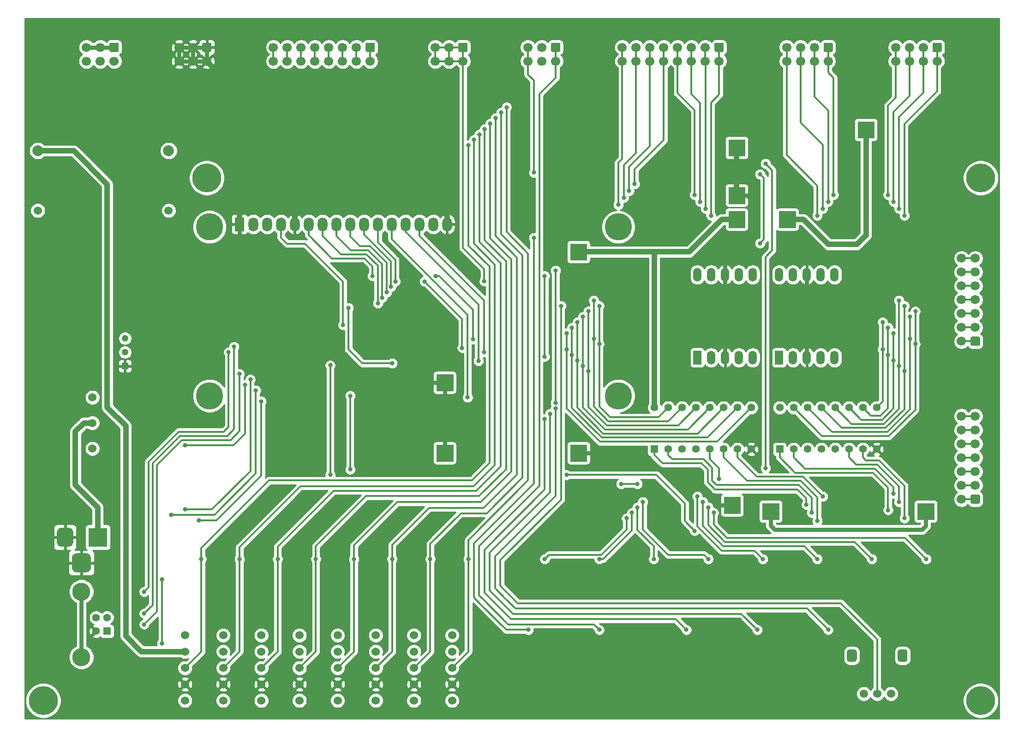
<source format=gbr>
G04 #@! TF.GenerationSoftware,KiCad,Pcbnew,(5.1.8)-1*
G04 #@! TF.CreationDate,2020-12-13T01:13:14+07:00*
G04 #@! TF.ProjectId,digitalSystemBoard,64696769-7461-46c5-9379-7374656d426f,rev?*
G04 #@! TF.SameCoordinates,PX2faf080PY9896800*
G04 #@! TF.FileFunction,Copper,L2,Bot*
G04 #@! TF.FilePolarity,Positive*
%FSLAX46Y46*%
G04 Gerber Fmt 4.6, Leading zero omitted, Abs format (unit mm)*
G04 Created by KiCad (PCBNEW (5.1.8)-1) date 2020-12-13 01:13:14*
%MOMM*%
%LPD*%
G01*
G04 APERTURE LIST*
G04 #@! TA.AperFunction,EtchedComponent*
%ADD10C,0.100000*%
G04 #@! TD*
G04 #@! TA.AperFunction,ComponentPad*
%ADD11C,2.000000*%
G04 #@! TD*
G04 #@! TA.AperFunction,WasherPad*
%ADD12C,5.000000*%
G04 #@! TD*
G04 #@! TA.AperFunction,ComponentPad*
%ADD13O,1.800000X2.600000*%
G04 #@! TD*
G04 #@! TA.AperFunction,ComponentPad*
%ADD14R,1.800000X2.600000*%
G04 #@! TD*
G04 #@! TA.AperFunction,ComponentPad*
%ADD15C,0.750000*%
G04 #@! TD*
G04 #@! TA.AperFunction,ComponentPad*
%ADD16R,1.524000X2.524000*%
G04 #@! TD*
G04 #@! TA.AperFunction,ComponentPad*
%ADD17O,1.524000X2.524000*%
G04 #@! TD*
G04 #@! TA.AperFunction,ComponentPad*
%ADD18C,1.700000*%
G04 #@! TD*
G04 #@! TA.AperFunction,ComponentPad*
%ADD19C,1.397000*%
G04 #@! TD*
G04 #@! TA.AperFunction,ComponentPad*
%ADD20R,1.397000X1.397000*%
G04 #@! TD*
G04 #@! TA.AperFunction,WasherPad*
%ADD21C,1.524000*%
G04 #@! TD*
G04 #@! TA.AperFunction,ComponentPad*
%ADD22C,1.524000*%
G04 #@! TD*
G04 #@! TA.AperFunction,ComponentPad*
%ADD23C,1.248000*%
G04 #@! TD*
G04 #@! TA.AperFunction,ComponentPad*
%ADD24R,1.248000X1.248000*%
G04 #@! TD*
G04 #@! TA.AperFunction,ComponentPad*
%ADD25R,3.500000X3.500000*%
G04 #@! TD*
G04 #@! TA.AperFunction,WasherPad*
%ADD26C,5.300000*%
G04 #@! TD*
G04 #@! TA.AperFunction,ComponentPad*
%ADD27R,1.408000X1.408000*%
G04 #@! TD*
G04 #@! TA.AperFunction,ComponentPad*
%ADD28C,1.408000*%
G04 #@! TD*
G04 #@! TA.AperFunction,ComponentPad*
%ADD29C,3.316000*%
G04 #@! TD*
G04 #@! TA.AperFunction,ViaPad*
%ADD30C,0.800000*%
G04 #@! TD*
G04 #@! TA.AperFunction,Conductor*
%ADD31C,0.750000*%
G04 #@! TD*
G04 #@! TA.AperFunction,Conductor*
%ADD32C,1.000000*%
G04 #@! TD*
G04 #@! TA.AperFunction,Conductor*
%ADD33C,0.350000*%
G04 #@! TD*
G04 #@! TA.AperFunction,Conductor*
%ADD34C,0.254000*%
G04 #@! TD*
G04 #@! TA.AperFunction,Conductor*
%ADD35C,0.100000*%
G04 #@! TD*
G04 APERTURE END LIST*
D10*
G36*
X79160000Y47970000D02*
G01*
X76160000Y47970000D01*
X76160000Y50970000D01*
X79160000Y50970000D01*
X79160000Y47970000D01*
G37*
X79160000Y47970000D02*
X76160000Y47970000D01*
X76160000Y50970000D01*
X79160000Y50970000D01*
X79160000Y47970000D01*
G36*
X103710000Y47970000D02*
G01*
X100710000Y47970000D01*
X100710000Y50970000D01*
X103710000Y50970000D01*
X103710000Y47970000D01*
G37*
X103710000Y47970000D02*
X100710000Y47970000D01*
X100710000Y50970000D01*
X103710000Y50970000D01*
X103710000Y47970000D01*
G36*
X131870000Y38390000D02*
G01*
X128870000Y38390000D01*
X128870000Y41390000D01*
X131870000Y41390000D01*
X131870000Y38390000D01*
G37*
X131870000Y38390000D02*
X128870000Y38390000D01*
X128870000Y41390000D01*
X131870000Y41390000D01*
X131870000Y38390000D01*
G36*
X138970000Y37250000D02*
G01*
X135970000Y37250000D01*
X135970000Y40250000D01*
X138970000Y40250000D01*
X138970000Y37250000D01*
G37*
X138970000Y37250000D02*
X135970000Y37250000D01*
X135970000Y40250000D01*
X138970000Y40250000D01*
X138970000Y37250000D01*
G36*
X167410000Y37250000D02*
G01*
X164410000Y37250000D01*
X164410000Y40250000D01*
X167410000Y40250000D01*
X167410000Y37250000D01*
G37*
X167410000Y37250000D02*
X164410000Y37250000D01*
X164410000Y40250000D01*
X167410000Y40250000D01*
X167410000Y37250000D01*
G36*
X79160000Y60920000D02*
G01*
X76160000Y60920000D01*
X76160000Y63920000D01*
X79160000Y63920000D01*
X79160000Y60920000D01*
G37*
X79160000Y60920000D02*
X76160000Y60920000D01*
X76160000Y63920000D01*
X79160000Y63920000D01*
X79160000Y60920000D01*
G36*
X132720000Y104040000D02*
G01*
X129720000Y104040000D01*
X129720000Y107040000D01*
X132720000Y107040000D01*
X132720000Y104040000D01*
G37*
X132720000Y104040000D02*
X129720000Y104040000D01*
X129720000Y107040000D01*
X132720000Y107040000D01*
X132720000Y104040000D01*
G36*
X132720000Y95300000D02*
G01*
X129720000Y95300000D01*
X129720000Y98300000D01*
X132720000Y98300000D01*
X132720000Y95300000D01*
G37*
X132720000Y95300000D02*
X129720000Y95300000D01*
X129720000Y98300000D01*
X132720000Y98300000D01*
X132720000Y95300000D01*
G36*
X142010000Y90890000D02*
G01*
X139010000Y90890000D01*
X139010000Y93890000D01*
X142010000Y93890000D01*
X142010000Y90890000D01*
G37*
X142010000Y90890000D02*
X139010000Y90890000D01*
X139010000Y93890000D01*
X142010000Y93890000D01*
X142010000Y90890000D01*
G36*
X156450000Y107360000D02*
G01*
X153450000Y107360000D01*
X153450000Y110360000D01*
X156450000Y110360000D01*
X156450000Y107360000D01*
G37*
X156450000Y107360000D02*
X153450000Y107360000D01*
X153450000Y110360000D01*
X156450000Y110360000D01*
X156450000Y107360000D01*
G36*
X132720000Y90890000D02*
G01*
X129720000Y90890000D01*
X129720000Y93890000D01*
X132720000Y93890000D01*
X132720000Y90890000D01*
G37*
X132720000Y90890000D02*
X129720000Y90890000D01*
X129720000Y93890000D01*
X132720000Y93890000D01*
X132720000Y90890000D01*
G36*
X103710000Y84930000D02*
G01*
X100710000Y84930000D01*
X100710000Y87930000D01*
X103710000Y87930000D01*
X103710000Y84930000D01*
G37*
X103710000Y84930000D02*
X100710000Y84930000D01*
X100710000Y87930000D01*
X103710000Y87930000D01*
X103710000Y84930000D01*
D11*
X27000000Y105000000D03*
X3000000Y105000000D03*
D12*
X109500000Y91000000D03*
X109500000Y60000000D03*
X34500000Y60000000D03*
X34500000Y91000000D03*
D13*
X78100000Y91500000D03*
X75560000Y91500000D03*
X73020000Y91500000D03*
X70480000Y91500000D03*
X67940000Y91500000D03*
X65400000Y91500000D03*
X62860000Y91500000D03*
X60320000Y91500000D03*
X57780000Y91500000D03*
X55240000Y91500000D03*
X52700000Y91500000D03*
X50160000Y91500000D03*
X47620000Y91500000D03*
X45080000Y91500000D03*
X42540000Y91500000D03*
D14*
X40000000Y91500000D03*
D15*
X77660000Y49470000D03*
X78660000Y50470000D03*
X76660000Y50470000D03*
X76660000Y48470000D03*
X78660000Y48470000D03*
X103210000Y48470000D03*
X101210000Y48470000D03*
X101210000Y50470000D03*
X103210000Y50470000D03*
X102210000Y49470000D03*
X130370000Y39890000D03*
X131370000Y40890000D03*
X129370000Y40890000D03*
X129370000Y38890000D03*
X131370000Y38890000D03*
X137470000Y38750000D03*
X138470000Y39750000D03*
X136470000Y39750000D03*
X136470000Y37750000D03*
X138470000Y37750000D03*
X166910000Y37750000D03*
X164910000Y37750000D03*
X164910000Y39750000D03*
X166910000Y39750000D03*
X165910000Y38750000D03*
X78660000Y61420000D03*
X76660000Y61420000D03*
X76660000Y63420000D03*
X78660000Y63420000D03*
X77660000Y62420000D03*
X131220000Y105540000D03*
X132220000Y106540000D03*
X130220000Y106540000D03*
X130220000Y104540000D03*
X132220000Y104540000D03*
X132220000Y95800000D03*
X130220000Y95800000D03*
X130220000Y97800000D03*
X132220000Y97800000D03*
X131220000Y96800000D03*
X140510000Y92390000D03*
X141510000Y93390000D03*
X139510000Y93390000D03*
X139510000Y91390000D03*
X141510000Y91390000D03*
X155950000Y107860000D03*
X153950000Y107860000D03*
X153950000Y109860000D03*
X155950000Y109860000D03*
X154950000Y108860000D03*
X132220000Y91390000D03*
X130220000Y91390000D03*
X130220000Y93390000D03*
X132220000Y93390000D03*
X131220000Y92390000D03*
X103210000Y85430000D03*
X101210000Y85430000D03*
X101210000Y87430000D03*
X103210000Y87430000D03*
X102210000Y86430000D03*
D16*
X124000000Y67000000D03*
D17*
X126540000Y67000000D03*
X129080000Y67000000D03*
X131620000Y67000000D03*
X134160000Y67000000D03*
X134160000Y82240000D03*
X131620000Y82240000D03*
X129080000Y82240000D03*
X126540000Y82240000D03*
X124000000Y82240000D03*
D18*
X92920000Y121460000D03*
X95460000Y121460000D03*
X98000000Y121460000D03*
X92920000Y124000000D03*
X95460000Y124000000D03*
G04 #@! TA.AperFunction,ComponentPad*
G36*
G01*
X97400000Y124850000D02*
X98600000Y124850000D01*
G75*
G02*
X98850000Y124600000I0J-250000D01*
G01*
X98850000Y123400000D01*
G75*
G02*
X98600000Y123150000I-250000J0D01*
G01*
X97400000Y123150000D01*
G75*
G02*
X97150000Y123400000I0J250000D01*
G01*
X97150000Y124600000D01*
G75*
G02*
X97400000Y124850000I250000J0D01*
G01*
G37*
G04 #@! TD.AperFunction*
D19*
X116110000Y57810000D03*
X118650000Y57810000D03*
X133890000Y50190000D03*
X123730000Y57810000D03*
X126270000Y57810000D03*
X128810000Y57810000D03*
X131350000Y57810000D03*
X133890000Y57810000D03*
X131350000Y50190000D03*
X128810000Y50190000D03*
X126270000Y50190000D03*
X121190000Y57810000D03*
X123730000Y50190000D03*
X121190000Y50190000D03*
X118650000Y50190000D03*
D20*
X116110000Y50190000D03*
D21*
X79000000Y16000000D03*
X79000000Y4000000D03*
D22*
X79000000Y13000000D03*
X79000000Y7000000D03*
X79000000Y10000000D03*
D21*
X30000000Y16000000D03*
X30000000Y4000000D03*
D22*
X30000000Y13000000D03*
X30000000Y7000000D03*
X30000000Y10000000D03*
D18*
X28920000Y121460000D03*
X31460000Y121460000D03*
X34000000Y121460000D03*
X28920000Y124000000D03*
X31460000Y124000000D03*
G04 #@! TA.AperFunction,ComponentPad*
G36*
G01*
X33400000Y124850000D02*
X34600000Y124850000D01*
G75*
G02*
X34850000Y124600000I0J-250000D01*
G01*
X34850000Y123400000D01*
G75*
G02*
X34600000Y123150000I-250000J0D01*
G01*
X33400000Y123150000D01*
G75*
G02*
X33150000Y123400000I0J250000D01*
G01*
X33150000Y124600000D01*
G75*
G02*
X33400000Y124850000I250000J0D01*
G01*
G37*
G04 #@! TD.AperFunction*
X11920000Y121460000D03*
X14460000Y121460000D03*
X17000000Y121460000D03*
X11920000Y124000000D03*
X14460000Y124000000D03*
G04 #@! TA.AperFunction,ComponentPad*
G36*
G01*
X16400000Y124850000D02*
X17600000Y124850000D01*
G75*
G02*
X17850000Y124600000I0J-250000D01*
G01*
X17850000Y123400000D01*
G75*
G02*
X17600000Y123150000I-250000J0D01*
G01*
X16400000Y123150000D01*
G75*
G02*
X16150000Y123400000I0J250000D01*
G01*
X16150000Y124600000D01*
G75*
G02*
X16400000Y124850000I250000J0D01*
G01*
G37*
G04 #@! TD.AperFunction*
X75920000Y121460000D03*
X78460000Y121460000D03*
X81000000Y121460000D03*
X75920000Y124000000D03*
X78460000Y124000000D03*
G04 #@! TA.AperFunction,ComponentPad*
G36*
G01*
X80400000Y124850000D02*
X81600000Y124850000D01*
G75*
G02*
X81850000Y124600000I0J-250000D01*
G01*
X81850000Y123400000D01*
G75*
G02*
X81600000Y123150000I-250000J0D01*
G01*
X80400000Y123150000D01*
G75*
G02*
X80150000Y123400000I0J250000D01*
G01*
X80150000Y124600000D01*
G75*
G02*
X80400000Y124850000I250000J0D01*
G01*
G37*
G04 #@! TD.AperFunction*
X46220000Y121460000D03*
X48760000Y121460000D03*
X51300000Y121460000D03*
X53840000Y121460000D03*
X56380000Y121460000D03*
X58920000Y121460000D03*
X61460000Y121460000D03*
X64000000Y121460000D03*
X46220000Y124000000D03*
X48760000Y124000000D03*
X51300000Y124000000D03*
X53840000Y124000000D03*
X56380000Y124000000D03*
X58920000Y124000000D03*
X61460000Y124000000D03*
G04 #@! TA.AperFunction,ComponentPad*
G36*
G01*
X63400000Y124850000D02*
X64600000Y124850000D01*
G75*
G02*
X64850000Y124600000I0J-250000D01*
G01*
X64850000Y123400000D01*
G75*
G02*
X64600000Y123150000I-250000J0D01*
G01*
X63400000Y123150000D01*
G75*
G02*
X63150000Y123400000I0J250000D01*
G01*
X63150000Y124600000D01*
G75*
G02*
X63400000Y124850000I250000J0D01*
G01*
G37*
G04 #@! TD.AperFunction*
X172460000Y56240000D03*
X172460000Y53700000D03*
X172460000Y51160000D03*
X172460000Y48620000D03*
X172460000Y46080000D03*
X172460000Y43540000D03*
X172460000Y41000000D03*
X175000000Y56240000D03*
X175000000Y53700000D03*
X175000000Y51160000D03*
X175000000Y48620000D03*
X175000000Y46080000D03*
X175000000Y43540000D03*
G04 #@! TA.AperFunction,ComponentPad*
G36*
G01*
X175850000Y41600000D02*
X175850000Y40400000D01*
G75*
G02*
X175600000Y40150000I-250000J0D01*
G01*
X174400000Y40150000D01*
G75*
G02*
X174150000Y40400000I0J250000D01*
G01*
X174150000Y41600000D01*
G75*
G02*
X174400000Y41850000I250000J0D01*
G01*
X175600000Y41850000D01*
G75*
G02*
X175850000Y41600000I0J-250000D01*
G01*
G37*
G04 #@! TD.AperFunction*
X172460000Y85240000D03*
X172460000Y82700000D03*
X172460000Y80160000D03*
X172460000Y77620000D03*
X172460000Y75080000D03*
X172460000Y72540000D03*
X172460000Y70000000D03*
X175000000Y85240000D03*
X175000000Y82700000D03*
X175000000Y80160000D03*
X175000000Y77620000D03*
X175000000Y75080000D03*
X175000000Y72540000D03*
G04 #@! TA.AperFunction,ComponentPad*
G36*
G01*
X175850000Y70600000D02*
X175850000Y69400000D01*
G75*
G02*
X175600000Y69150000I-250000J0D01*
G01*
X174400000Y69150000D01*
G75*
G02*
X174150000Y69400000I0J250000D01*
G01*
X174150000Y70600000D01*
G75*
G02*
X174400000Y70850000I250000J0D01*
G01*
X175600000Y70850000D01*
G75*
G02*
X175850000Y70600000I0J-250000D01*
G01*
G37*
G04 #@! TD.AperFunction*
X110220000Y121460000D03*
X112760000Y121460000D03*
X115300000Y121460000D03*
X117840000Y121460000D03*
X120380000Y121460000D03*
X122920000Y121460000D03*
X125460000Y121460000D03*
X128000000Y121460000D03*
X110220000Y124000000D03*
X112760000Y124000000D03*
X115300000Y124000000D03*
X117840000Y124000000D03*
X120380000Y124000000D03*
X122920000Y124000000D03*
X125460000Y124000000D03*
G04 #@! TA.AperFunction,ComponentPad*
G36*
G01*
X127400000Y124850000D02*
X128600000Y124850000D01*
G75*
G02*
X128850000Y124600000I0J-250000D01*
G01*
X128850000Y123400000D01*
G75*
G02*
X128600000Y123150000I-250000J0D01*
G01*
X127400000Y123150000D01*
G75*
G02*
X127150000Y123400000I0J250000D01*
G01*
X127150000Y124600000D01*
G75*
G02*
X127400000Y124850000I250000J0D01*
G01*
G37*
G04 #@! TD.AperFunction*
X140380000Y121460000D03*
X142920000Y121460000D03*
X145460000Y121460000D03*
X148000000Y121460000D03*
X140380000Y124000000D03*
X142920000Y124000000D03*
X145460000Y124000000D03*
G04 #@! TA.AperFunction,ComponentPad*
G36*
G01*
X147400000Y124850000D02*
X148600000Y124850000D01*
G75*
G02*
X148850000Y124600000I0J-250000D01*
G01*
X148850000Y123400000D01*
G75*
G02*
X148600000Y123150000I-250000J0D01*
G01*
X147400000Y123150000D01*
G75*
G02*
X147150000Y123400000I0J250000D01*
G01*
X147150000Y124600000D01*
G75*
G02*
X147400000Y124850000I250000J0D01*
G01*
G37*
G04 #@! TD.AperFunction*
X160380000Y121460000D03*
X162920000Y121460000D03*
X165460000Y121460000D03*
X168000000Y121460000D03*
X160380000Y124000000D03*
X162920000Y124000000D03*
X165460000Y124000000D03*
G04 #@! TA.AperFunction,ComponentPad*
G36*
G01*
X167400000Y124850000D02*
X168600000Y124850000D01*
G75*
G02*
X168850000Y124600000I0J-250000D01*
G01*
X168850000Y123400000D01*
G75*
G02*
X168600000Y123150000I-250000J0D01*
G01*
X167400000Y123150000D01*
G75*
G02*
X167150000Y123400000I0J250000D01*
G01*
X167150000Y124600000D01*
G75*
G02*
X167400000Y124850000I250000J0D01*
G01*
G37*
G04 #@! TD.AperFunction*
D23*
X19000000Y70540000D03*
X19000000Y68000000D03*
D24*
X19000000Y65460000D03*
G04 #@! TA.AperFunction,ComponentPad*
G36*
G01*
X9250000Y28425000D02*
X9250000Y30175000D01*
G75*
G02*
X10125000Y31050000I875000J0D01*
G01*
X11875000Y31050000D01*
G75*
G02*
X12750000Y30175000I0J-875000D01*
G01*
X12750000Y28425000D01*
G75*
G02*
X11875000Y27550000I-875000J0D01*
G01*
X10125000Y27550000D01*
G75*
G02*
X9250000Y28425000I0J875000D01*
G01*
G37*
G04 #@! TD.AperFunction*
G04 #@! TA.AperFunction,ComponentPad*
G36*
G01*
X6500000Y33000000D02*
X6500000Y35000000D01*
G75*
G02*
X7250000Y35750000I750000J0D01*
G01*
X8750000Y35750000D01*
G75*
G02*
X9500000Y35000000I0J-750000D01*
G01*
X9500000Y33000000D01*
G75*
G02*
X8750000Y32250000I-750000J0D01*
G01*
X7250000Y32250000D01*
G75*
G02*
X6500000Y33000000I0J750000D01*
G01*
G37*
G04 #@! TD.AperFunction*
D25*
X14000000Y34000000D03*
D22*
X27000000Y94000000D03*
X3000000Y94000000D03*
D21*
X37000000Y16000000D03*
X37000000Y4000000D03*
D22*
X37000000Y13000000D03*
X37000000Y7000000D03*
X37000000Y10000000D03*
D21*
X44000000Y16000000D03*
X44000000Y4000000D03*
D22*
X44000000Y13000000D03*
X44000000Y7000000D03*
X44000000Y10000000D03*
D21*
X51000000Y16000000D03*
X51000000Y4000000D03*
D22*
X51000000Y13000000D03*
X51000000Y7000000D03*
X51000000Y10000000D03*
D21*
X58000000Y16000000D03*
X58000000Y4000000D03*
D22*
X58000000Y13000000D03*
X58000000Y7000000D03*
X58000000Y10000000D03*
D21*
X65000000Y16000000D03*
X65000000Y4000000D03*
D22*
X65000000Y13000000D03*
X65000000Y7000000D03*
X65000000Y10000000D03*
D21*
X72000000Y16000000D03*
X72000000Y4000000D03*
D22*
X72000000Y13000000D03*
X72000000Y7000000D03*
X72000000Y10000000D03*
G04 #@! TA.AperFunction,WasherPad*
G36*
G01*
X162550000Y12960000D02*
X162550000Y11560000D01*
G75*
G02*
X162100000Y11110000I-450000J0D01*
G01*
X161200000Y11110000D01*
G75*
G02*
X160750000Y11560000I0J450000D01*
G01*
X160750000Y12960000D01*
G75*
G02*
X161200000Y13410000I450000J0D01*
G01*
X162100000Y13410000D01*
G75*
G02*
X162550000Y12960000I0J-450000D01*
G01*
G37*
G04 #@! TD.AperFunction*
G04 #@! TA.AperFunction,WasherPad*
G36*
G01*
X153250000Y12960000D02*
X153250000Y11560000D01*
G75*
G02*
X152800000Y11110000I-450000J0D01*
G01*
X151900000Y11110000D01*
G75*
G02*
X151450000Y11560000I0J450000D01*
G01*
X151450000Y12960000D01*
G75*
G02*
X151900000Y13410000I450000J0D01*
G01*
X152800000Y13410000D01*
G75*
G02*
X153250000Y12960000I0J-450000D01*
G01*
G37*
G04 #@! TD.AperFunction*
X157000000Y5260000D03*
X154540000Y5260000D03*
X159540000Y5260000D03*
D26*
X176000000Y100000000D03*
X34000000Y100000000D03*
X176000000Y4000000D03*
X4000000Y4000000D03*
D19*
X139110000Y57810000D03*
X141650000Y57810000D03*
X156890000Y50190000D03*
X146730000Y57810000D03*
X149270000Y57810000D03*
X151810000Y57810000D03*
X154350000Y57810000D03*
X156890000Y57810000D03*
X154350000Y50190000D03*
X151810000Y50190000D03*
X149270000Y50190000D03*
X144190000Y57810000D03*
X146730000Y50190000D03*
X144190000Y50190000D03*
X141650000Y50190000D03*
D20*
X139110000Y50190000D03*
D16*
X139000000Y67000000D03*
D17*
X141540000Y67000000D03*
X144080000Y67000000D03*
X146620000Y67000000D03*
X149160000Y67000000D03*
X149160000Y82240000D03*
X146620000Y82240000D03*
X144080000Y82240000D03*
X141540000Y82240000D03*
X139000000Y82240000D03*
D22*
X13000000Y50300000D03*
X13000000Y59700000D03*
X13000000Y55000000D03*
D27*
X15700000Y16750000D03*
D28*
X15700000Y19250000D03*
X13700000Y19250000D03*
X13700000Y16750000D03*
D29*
X11000000Y24020000D03*
X11000000Y11980000D03*
D30*
X50500000Y79000000D03*
X50500000Y75000000D03*
X50500000Y71000000D03*
X50500000Y67000000D03*
X49500000Y67000000D03*
X49500000Y79000000D03*
X49500000Y75000000D03*
X49500000Y71000000D03*
X93000000Y17000000D03*
X94000000Y89000000D03*
X73940000Y81000000D03*
X84900000Y81030000D03*
X80850000Y68800000D03*
X106000000Y17000000D03*
X96000000Y55700000D03*
X122000000Y17000000D03*
X97000000Y56700000D03*
X135000000Y17000000D03*
X98000000Y57700000D03*
X148000000Y17000000D03*
X44000000Y58983930D03*
X32540000Y37100000D03*
X25787500Y26250000D03*
X25787500Y14525000D03*
X60000000Y76143920D03*
X68010000Y65960000D03*
X40000000Y64000000D03*
X22500000Y18000000D03*
X128000000Y44700000D03*
X84850000Y68000000D03*
X83850000Y66400000D03*
X81850000Y59700000D03*
X68600000Y81000000D03*
X67800000Y80000000D03*
X67000000Y79000000D03*
X66200000Y78000000D03*
X65400000Y77000000D03*
X76000000Y82000000D03*
X64400000Y82000000D03*
X82850000Y70400000D03*
X59000000Y73000000D03*
X162000000Y93095000D03*
X161000000Y94365000D03*
X160000000Y95635000D03*
X159000000Y96905000D03*
X163000000Y74500000D03*
X163000000Y70500000D03*
X164000000Y75500000D03*
X164000000Y69500000D03*
X158000000Y73500000D03*
X158000000Y68500000D03*
X159000000Y72500000D03*
X159000000Y67500000D03*
X160000000Y71500000D03*
X160000000Y66500000D03*
X161000000Y77500000D03*
X161000000Y65500000D03*
X162000000Y76500000D03*
X162000000Y64500000D03*
X149000000Y96905000D03*
X148000000Y95635000D03*
X147000000Y94365000D03*
X146000000Y93095000D03*
X105000000Y77500000D03*
X105000000Y70500000D03*
X106000000Y76500000D03*
X106000000Y69500000D03*
X100000000Y71500000D03*
X100000000Y68500000D03*
X101000000Y72500000D03*
X101000000Y67500000D03*
X102000000Y73500000D03*
X102000000Y66500000D03*
X103000000Y74500000D03*
X103000000Y65500000D03*
X104000000Y75500000D03*
X104000000Y64500000D03*
X109500000Y95095000D03*
X110500000Y96365000D03*
X126500000Y93095000D03*
X125500000Y94365000D03*
X124500000Y95635000D03*
X112500000Y98905000D03*
X111500000Y97635000D03*
X123500000Y96905000D03*
X82000000Y106000000D03*
X33000000Y30000000D03*
X83000000Y107000000D03*
X40000000Y30000000D03*
X89000000Y113000000D03*
X82000000Y30000000D03*
X88000000Y112000000D03*
X75000000Y30000000D03*
X87000000Y111000000D03*
X68000000Y30000000D03*
X85000000Y109000000D03*
X54000000Y30000000D03*
X84000000Y108000000D03*
X47000000Y30000000D03*
X86000000Y110000000D03*
X61000000Y30000000D03*
X94000000Y101000000D03*
X166000000Y30000000D03*
X127000000Y38500000D03*
X156000000Y30000000D03*
X126000000Y39500000D03*
X146000000Y30000000D03*
X125000000Y40500000D03*
X126000000Y30000000D03*
X114000000Y40500000D03*
X124000000Y41500000D03*
X136000000Y30000000D03*
X113000000Y39500000D03*
X116000000Y30000000D03*
X112000000Y38500000D03*
X106000000Y30000000D03*
X111000000Y37500000D03*
X96000000Y30000000D03*
X22500000Y24000000D03*
X38000000Y68000000D03*
X39000000Y69000000D03*
X22500000Y20000000D03*
X162000000Y37500000D03*
X161000000Y40500000D03*
X160000000Y42000000D03*
X159000000Y39000000D03*
X147000000Y41500000D03*
X146000000Y37000000D03*
X145000000Y38500000D03*
X144000000Y40000000D03*
X99000000Y76500000D03*
X96000000Y82000000D03*
X135500000Y88010000D03*
X96000000Y67200000D03*
X135500000Y100683920D03*
X98000000Y83000000D03*
X98000000Y58700000D03*
X136500000Y102640000D03*
X136500000Y46710000D03*
X113000000Y43810000D03*
X110000000Y43810000D03*
X60300000Y46460000D03*
X60300000Y60000000D03*
X43000000Y61000000D03*
X27460000Y38100000D03*
X41000000Y62000000D03*
X30000000Y50900000D03*
X42000000Y63000000D03*
X30000000Y39100000D03*
X100000000Y45460000D03*
X56650000Y45460000D03*
X56650000Y65600000D03*
X123500000Y35190000D03*
D31*
X28920000Y124000000D02*
X31460000Y124000000D01*
X34000000Y124000000D02*
X31460000Y124000000D01*
X28920000Y124000000D02*
X28920000Y121460000D01*
X28920000Y121460000D02*
X31460000Y121460000D01*
X31460000Y124000000D02*
X31460000Y121460000D01*
X34000000Y124000000D02*
X34000000Y121460000D01*
X31460000Y121460000D02*
X34000000Y121460000D01*
D32*
X40000000Y115460000D02*
X34000000Y121460000D01*
D31*
X49500000Y79000000D02*
X49500000Y75000000D01*
X49500000Y75000000D02*
X49500000Y71000000D01*
X49500000Y71000000D02*
X49500000Y66960000D01*
X49500000Y79000000D02*
X50500000Y79000000D01*
X49500000Y75000000D02*
X50500000Y75000000D01*
X49500000Y71000000D02*
X50500000Y71000000D01*
X50460000Y66960000D02*
X50500000Y67000000D01*
X49500000Y66960000D02*
X50460000Y66960000D01*
X50500000Y79000000D02*
X50500000Y75000000D01*
X50500000Y71000000D02*
X50500000Y75000000D01*
X50500000Y67000000D02*
X50500000Y71000000D01*
D32*
X40000000Y94200000D02*
X49010000Y94200000D01*
X40000000Y94200000D02*
X40000000Y115460000D01*
D31*
X42070000Y85380000D02*
X40000000Y87450000D01*
X49500000Y79000000D02*
X49500000Y83120000D01*
X47240000Y85380000D02*
X42070000Y85380000D01*
X49500000Y83120000D02*
X47240000Y85380000D01*
X129080000Y82240000D02*
X129080000Y67000000D01*
X144080000Y82240000D02*
X144080000Y67000000D01*
D32*
X131220000Y105540000D02*
X131220000Y96800000D01*
X131220000Y105540000D02*
X130220000Y106540000D01*
X131220000Y105540000D02*
X132220000Y106540000D01*
X131220000Y105540000D02*
X132220000Y104540000D01*
X131220000Y105540000D02*
X130220000Y104540000D01*
X131220000Y96800000D02*
X130220000Y97800000D01*
X131220000Y96800000D02*
X132240000Y97820000D01*
X131220000Y96800000D02*
X132220000Y95800000D01*
X131220000Y96800000D02*
X130220000Y95800000D01*
D31*
X77660000Y62420000D02*
X63010000Y62420000D01*
X54430000Y71000000D02*
X50500000Y71000000D01*
X63010000Y62420000D02*
X54430000Y71000000D01*
X133110000Y96800000D02*
X131220000Y96800000D01*
X134400000Y95510000D02*
X133110000Y96800000D01*
X134400000Y89822000D02*
X134400000Y95510000D01*
X129080000Y82240000D02*
X129080000Y84502000D01*
X129080000Y84502000D02*
X134400000Y89822000D01*
X130370000Y39890000D02*
X131370000Y38890000D01*
X130370000Y39890000D02*
X131370000Y40890000D01*
X130370000Y39890000D02*
X129370000Y40890000D01*
X130370000Y39890000D02*
X129370000Y38890000D01*
X121470000Y46510000D02*
X128090000Y39890000D01*
X128090000Y39890000D02*
X130370000Y39890000D01*
X109600000Y46510000D02*
X121470000Y46510000D01*
X102210000Y49470000D02*
X106640000Y49470000D01*
X106640000Y49470000D02*
X109600000Y46510000D01*
X102210000Y49470000D02*
X103210000Y50470000D01*
X102210000Y49470000D02*
X101210000Y50470000D01*
X102210000Y49470000D02*
X101210000Y48470000D01*
X102210000Y49470000D02*
X103210000Y48470000D01*
X77660000Y62420000D02*
X77660000Y49470000D01*
D32*
X76950000Y94200000D02*
X51310000Y94200000D01*
X40000000Y94200000D02*
X40000000Y91500000D01*
X50160000Y93050000D02*
X49010000Y94200000D01*
X50160000Y91500000D02*
X50160000Y93050000D01*
X50160000Y93050000D02*
X51310000Y94200000D01*
X78100000Y93050000D02*
X78100000Y91500000D01*
X76950000Y94200000D02*
X78100000Y93050000D01*
D31*
X40000000Y91500000D02*
X40000000Y87450000D01*
D33*
X82975001Y29531999D02*
X82975001Y29531999D01*
X93000000Y17000000D02*
X88910640Y17000000D01*
X82975001Y22935639D02*
X82975001Y25212201D01*
X88910640Y17000000D02*
X84286720Y21623920D01*
X84286720Y21623920D02*
X82975001Y22935639D01*
X82975001Y25212201D02*
X82975001Y29522201D01*
X82975001Y29522201D02*
X82975001Y29531999D01*
X82975001Y30382201D02*
X82975001Y30382201D01*
X94000000Y89000000D02*
X94000000Y43900000D01*
X94000000Y43900000D02*
X82975001Y32875001D01*
X82975001Y32875001D02*
X82975001Y29522201D01*
D32*
X13000000Y55000000D02*
X11462800Y55000000D01*
X11462800Y55000000D02*
X9876720Y53413920D01*
X9876720Y53413920D02*
X9876720Y43603920D01*
X14000000Y39480640D02*
X14000000Y34000000D01*
X9876720Y43603920D02*
X14000000Y39480640D01*
D33*
X81000000Y124000000D02*
X81000000Y121460000D01*
X78460000Y124000000D02*
X78460000Y121460000D01*
X75920000Y124000000D02*
X75920000Y121460000D01*
X75920000Y124000000D02*
X78460000Y124000000D01*
X81000000Y124000000D02*
X78460000Y124000000D01*
X75920000Y121460000D02*
X78460000Y121460000D01*
X81000000Y121460000D02*
X78460000Y121460000D01*
X80850000Y74090000D02*
X73940000Y81000000D01*
X80850000Y68800000D02*
X80850000Y74090000D01*
X80990000Y121450000D02*
X81000000Y121460000D01*
X84900000Y81030000D02*
X84900000Y83220000D01*
X80990000Y87130000D02*
X80990000Y121450000D01*
X84900000Y83220000D02*
X80990000Y87130000D01*
X106000000Y17000000D02*
X105024999Y17975001D01*
X83950002Y29557202D02*
X83950002Y29667202D01*
X105024999Y17975001D02*
X95647801Y17975001D01*
X83950002Y23340638D02*
X83950002Y26507202D01*
X89315639Y17975001D02*
X84706720Y22583920D01*
X83950002Y26507202D02*
X83950002Y29557202D01*
X84706720Y22583920D02*
X83950002Y23340638D01*
X95647801Y17975001D02*
X89315639Y17975001D01*
X83950002Y30407202D02*
X83950002Y30407202D01*
X98000000Y124000000D02*
X98000000Y121460000D01*
X95024999Y115394999D02*
X98000000Y118370000D01*
X95024999Y43424999D02*
X95024999Y115394999D01*
X98000000Y118370000D02*
X98000000Y121460000D01*
X83950002Y29557202D02*
X83950002Y32350002D01*
X83950002Y32350002D02*
X95024999Y43424999D01*
X84925003Y30375637D02*
X84925003Y30375637D01*
X96000000Y42800000D02*
X84925003Y31725003D01*
X84925003Y23808639D02*
X89783640Y18950002D01*
X120049998Y18950002D02*
X122000000Y17000000D01*
X96000000Y55700000D02*
X96000000Y42800000D01*
X84925003Y31725003D02*
X84925003Y23808639D01*
X89783640Y18950002D02*
X120049998Y18950002D01*
X85900004Y28314202D02*
X85900004Y28314202D01*
X85900004Y30357204D02*
X85900004Y30357204D01*
X85900004Y30357204D02*
X85900004Y30357204D01*
X85900004Y30357204D02*
X85900004Y30357204D01*
X108737803Y19925003D02*
X108737803Y19925003D01*
X132074997Y19925003D02*
X135000000Y17000000D01*
X97000000Y42250000D02*
X85900004Y31150004D01*
X90195637Y19925003D02*
X132074997Y19925003D01*
X97000000Y56700000D02*
X97000000Y42250000D01*
X85900004Y31150004D02*
X85900004Y24220636D01*
X85900004Y24220636D02*
X90195637Y19925003D01*
X144099996Y20900004D02*
X137242804Y20900004D01*
X148000000Y17000000D02*
X144099996Y20900004D01*
X122762804Y20900004D02*
X110922804Y20900004D01*
X92312804Y20900004D02*
X90610636Y20900004D01*
X86875005Y24635635D02*
X86875005Y27782205D01*
X90610636Y20900004D02*
X88701720Y22808920D01*
X86875005Y29889203D02*
X86875005Y30332205D01*
X86875005Y30332205D02*
X86875005Y30373920D01*
X137242804Y20900004D02*
X122762804Y20900004D01*
X110922804Y20900004D02*
X95122804Y20900004D01*
X95122804Y20900004D02*
X92312804Y20900004D01*
X88701720Y22808920D02*
X86875005Y24635635D01*
X86875005Y27782205D02*
X86875005Y29889203D01*
X86875005Y30502299D02*
X86875005Y30332205D01*
X98000000Y57700000D02*
X98000000Y41627294D01*
X98000000Y41627294D02*
X86875005Y30502299D01*
X25787500Y14525000D02*
X25787500Y26250000D01*
X32540000Y37100000D02*
X35800000Y37100000D01*
X44000000Y45300000D02*
X44000000Y58983930D01*
X35800000Y37100000D02*
X44000000Y45300000D01*
X62520000Y65960000D02*
X68010000Y65960000D01*
X60000000Y76143920D02*
X60000000Y68480000D01*
X60000000Y68480000D02*
X62520000Y65960000D01*
X24812499Y20312499D02*
X24812499Y47262499D01*
X22500000Y18000000D02*
X24812499Y20312499D01*
X29425001Y51875001D02*
X38375001Y51875001D01*
X24812499Y47262499D02*
X29425001Y51875001D01*
X40000000Y53500000D02*
X38375001Y51875001D01*
X40000000Y64000000D02*
X40000000Y53500000D01*
D31*
X11920000Y124000000D02*
X14460000Y124000000D01*
X14460000Y124000000D02*
X17000000Y124000000D01*
D32*
X153950000Y107860000D02*
X154950000Y108860000D01*
X155950000Y109860000D02*
X154950000Y108860000D01*
X153950000Y109860000D02*
X154950000Y108860000D01*
X155950000Y107860000D02*
X154950000Y108860000D01*
X101210000Y85430000D02*
X102210000Y86430000D01*
X103210000Y87430000D02*
X102210000Y86430000D01*
X101210000Y87430000D02*
X102210000Y86430000D01*
X103210000Y85430000D02*
X102210000Y86430000D01*
X116110000Y86420000D02*
X116100000Y86430000D01*
X116110000Y57810000D02*
X116110000Y86420000D01*
X102210000Y86430000D02*
X116100000Y86430000D01*
D33*
X128000000Y46650000D02*
X128000000Y44700000D01*
X126270000Y50190000D02*
X126270000Y48380000D01*
X126270000Y48380000D02*
X128000000Y46650000D01*
D32*
X116100000Y86430000D02*
X122540000Y86430000D01*
X128500000Y92390000D02*
X131220000Y92390000D01*
X122540000Y86430000D02*
X128500000Y92390000D01*
X153270000Y87790000D02*
X154950000Y89470000D01*
X154950000Y89470000D02*
X154950000Y108860000D01*
X148040000Y87790000D02*
X153270000Y87790000D01*
X140510000Y92390000D02*
X143440000Y92390000D01*
X143440000Y92390000D02*
X148040000Y87790000D01*
X140510000Y92390000D02*
X141510000Y93390000D01*
D31*
X140510000Y92390000D02*
X139510000Y93390000D01*
X140510000Y92390000D02*
X139510000Y91390000D01*
X140510000Y92390000D02*
X141510000Y91390000D01*
X137470000Y36140000D02*
X137470000Y38750000D01*
X138220000Y35390000D02*
X137470000Y36140000D01*
X165910000Y38750000D02*
X165910000Y36070000D01*
X165230000Y35390000D02*
X138220000Y35390000D01*
X165910000Y36070000D02*
X165230000Y35390000D01*
D32*
X22000000Y13000000D02*
X30000000Y13000000D01*
X15720000Y98850000D02*
X15720000Y57870000D01*
X15720000Y57870000D02*
X19140000Y54450000D01*
X19140000Y54450000D02*
X19140000Y15860000D01*
X19140000Y15860000D02*
X22000000Y13000000D01*
X9570000Y105000000D02*
X15720000Y98850000D01*
X3000000Y105000000D02*
X9570000Y105000000D01*
D33*
X84850000Y77520000D02*
X84850000Y68000000D01*
X73020000Y89350000D02*
X84850000Y77520000D01*
X73020000Y89350000D02*
X73020000Y91500000D01*
X83850000Y76750000D02*
X83850000Y66400000D01*
X70480000Y90120000D02*
X83850000Y76750000D01*
X70480000Y90120000D02*
X70480000Y91500000D01*
X81850000Y74850000D02*
X81850000Y59700000D01*
X67940000Y88760000D02*
X81850000Y74850000D01*
X67940000Y88760000D02*
X67940000Y91500000D01*
X68600000Y84930000D02*
X68600000Y81000000D01*
X65400000Y88130000D02*
X68600000Y84930000D01*
X65400000Y88130000D02*
X65400000Y91500000D01*
X67800000Y80000000D02*
X67800000Y84669326D01*
X67800000Y84669326D02*
X62860000Y89609326D01*
X62860000Y89609326D02*
X62860000Y91500000D01*
X60320000Y89290000D02*
X60320000Y91500000D01*
X62130000Y87480000D02*
X60320000Y89290000D01*
X63928652Y87480000D02*
X62130000Y87480000D01*
X67000000Y79000000D02*
X67000000Y84408652D01*
X67000000Y84408652D02*
X63928652Y87480000D01*
X57780000Y89320000D02*
X57780000Y91500000D01*
X60370010Y86729990D02*
X57780000Y89320000D01*
X66200000Y84147978D02*
X63627978Y86720000D01*
X66200000Y78000000D02*
X66200000Y84147978D01*
X63627978Y86720000D02*
X62860000Y86720000D01*
X62860000Y86720000D02*
X62850010Y86729990D01*
X62850010Y86729990D02*
X60370010Y86729990D01*
X65424999Y77024999D02*
X65400000Y77000000D01*
X55240000Y89350000D02*
X58620000Y85970000D01*
X58620000Y85970000D02*
X63317304Y85970000D01*
X63317304Y85970000D02*
X63317304Y85962696D01*
X65400000Y83887304D02*
X63317304Y85970000D01*
X65400000Y77000000D02*
X65400000Y83887304D01*
X55240000Y89350000D02*
X55240000Y91500000D01*
X82850000Y75800000D02*
X82850000Y70400000D01*
X76000000Y82000000D02*
X76650000Y82000000D01*
X76650000Y82000000D02*
X82850000Y75800000D01*
X64400000Y83760000D02*
X64400000Y82000000D01*
X62950000Y85210000D02*
X64400000Y83760000D01*
X56970000Y85210000D02*
X62950000Y85210000D01*
X52700000Y89480000D02*
X56970000Y85210000D01*
X52700000Y89480000D02*
X52700000Y91500000D01*
X48730000Y87930000D02*
X47620000Y89040000D01*
X59000000Y73000000D02*
X59000000Y80970000D01*
X52040000Y87930000D02*
X48730000Y87930000D01*
X59000000Y80970000D02*
X52040000Y87930000D01*
X47620000Y89040000D02*
X47620000Y91500000D01*
D31*
X11000000Y24020000D02*
X11000000Y11980000D01*
D33*
X168000000Y124000000D02*
X168000000Y121460000D01*
X168000000Y115940000D02*
X168000000Y121460000D01*
X162000000Y93095000D02*
X162000000Y109940000D01*
X162000000Y109940000D02*
X168000000Y115940000D01*
X165460000Y124000000D02*
X165460000Y121460000D01*
X165460000Y115650000D02*
X165460000Y121460000D01*
X161000000Y94365000D02*
X161000000Y111190000D01*
X161000000Y111190000D02*
X165460000Y115650000D01*
X162920000Y124000000D02*
X162920000Y121460000D01*
X160000000Y95635000D02*
X160000000Y112140000D01*
X162920000Y115060000D02*
X162920000Y121460000D01*
X160000000Y112140000D02*
X162920000Y115060000D01*
X160380000Y124000000D02*
X160380000Y121460000D01*
X159000000Y96905000D02*
X159000000Y113320000D01*
X160380000Y114700000D02*
X160380000Y121460000D01*
X159000000Y113320000D02*
X160380000Y114700000D01*
X163000000Y74500000D02*
X163000000Y70517200D01*
X172460000Y85240000D02*
X175000000Y85240000D01*
X163000000Y68517200D02*
X163000000Y67690000D01*
X163000000Y70500000D02*
X163000000Y67690000D01*
X158845085Y53320000D02*
X148680000Y53320000D01*
X163000000Y67690000D02*
X163000000Y57474915D01*
X148680000Y53320000D02*
X144190000Y57810000D01*
X163000000Y57474915D02*
X158845085Y53320000D01*
X172460000Y82700000D02*
X175000000Y82700000D01*
X164000000Y69500000D02*
X164000000Y67540000D01*
X164000000Y68437200D02*
X164000000Y67540000D01*
X164000000Y69500000D02*
X164000000Y71330000D01*
X164000000Y75500000D02*
X164000000Y71330000D01*
X164000000Y71330000D02*
X164000000Y70437200D01*
X146890000Y52570000D02*
X141650000Y57810000D01*
X159155758Y52570000D02*
X146890000Y52570000D01*
X164000000Y67540000D02*
X164000000Y57414242D01*
X164000000Y57414242D02*
X159155758Y52570000D01*
X158000000Y58920000D02*
X156890000Y57810000D01*
X158000000Y68417200D02*
X158000000Y58920000D01*
X172460000Y80160000D02*
X175000000Y80160000D01*
X158000000Y68500000D02*
X158000000Y70810000D01*
X158000000Y73500000D02*
X158000000Y70810000D01*
X158000000Y70810000D02*
X158000000Y70417200D01*
X172460000Y77620000D02*
X175000000Y77620000D01*
X159000000Y72500000D02*
X159000000Y70780000D01*
X159000000Y67500000D02*
X159000000Y70780000D01*
X159000000Y70780000D02*
X159000000Y70407200D01*
X155800000Y56360000D02*
X154350000Y57810000D01*
X157642391Y56360000D02*
X155800000Y56360000D01*
X159000000Y68407200D02*
X159000000Y57717609D01*
X159000000Y57717609D02*
X157642391Y56360000D01*
X172460000Y75080000D02*
X175000000Y75080000D01*
X160000000Y66500000D02*
X160000000Y70730000D01*
X160000000Y71500000D02*
X160000000Y70730000D01*
X160000000Y70730000D02*
X160000000Y70437200D01*
X154030000Y55590000D02*
X151810000Y57810000D01*
X157933066Y55590000D02*
X154030000Y55590000D01*
X160000000Y68437200D02*
X160000000Y57656934D01*
X160000000Y57656934D02*
X157933066Y55590000D01*
X172460000Y72540000D02*
X175000000Y72540000D01*
X161000000Y65500000D02*
X161000000Y70960000D01*
X161000000Y70960000D02*
X161000000Y70447200D01*
X152250000Y54830000D02*
X149270000Y57810000D01*
X158233739Y54830000D02*
X152250000Y54830000D01*
X161000000Y57596261D02*
X158233739Y54830000D01*
X161000000Y68447200D02*
X161000000Y57596261D01*
X161000000Y70960000D02*
X161000000Y77500000D01*
X172460000Y70000000D02*
X175000000Y70000000D01*
X162000000Y64500000D02*
X162000000Y70930000D01*
X162000000Y76500000D02*
X162000000Y70930000D01*
X162000000Y70930000D02*
X162000000Y70297200D01*
X158544403Y54079989D02*
X150460011Y54079989D01*
X150460011Y54079989D02*
X146730000Y57810000D01*
X162000000Y57535588D02*
X158544403Y54079989D01*
X162000000Y68297200D02*
X162000000Y57535588D01*
X148000000Y124000000D02*
X148000000Y121460000D01*
X149000000Y96905000D02*
X149000000Y118370000D01*
X148000000Y119370000D02*
X148000000Y121460000D01*
X149000000Y118370000D02*
X148000000Y119370000D01*
X145460000Y124000000D02*
X145460000Y121460000D01*
X148000000Y95635000D02*
X148000000Y112370000D01*
X145460000Y114910000D02*
X145460000Y121460000D01*
X148000000Y112370000D02*
X145460000Y114910000D01*
X142920000Y124000000D02*
X142920000Y121460000D01*
X147000000Y94365000D02*
X147000000Y106120000D01*
X142920000Y110200000D02*
X142920000Y121460000D01*
X147000000Y106120000D02*
X142920000Y110200000D01*
X140380000Y121460000D02*
X140380000Y124000000D01*
X140380000Y104210000D02*
X140380000Y121460000D01*
X146000000Y93095000D02*
X146000000Y98590000D01*
X146000000Y98590000D02*
X140380000Y104210000D01*
X105000000Y77500000D02*
X105000000Y74810000D01*
X105000000Y75500000D02*
X105000000Y74810000D01*
X172460000Y56240000D02*
X175000000Y56240000D01*
X105000000Y57993370D02*
X107683381Y55309989D01*
X118689989Y55309989D02*
X121190000Y57810000D01*
X107683381Y55309989D02*
X118689989Y55309989D01*
X105000000Y74810000D02*
X105000000Y57993370D01*
X106000000Y76500000D02*
X106000000Y73220000D01*
X106000000Y74500000D02*
X106000000Y73220000D01*
X172460000Y53700000D02*
X175000000Y53700000D01*
X116900000Y56060000D02*
X118650000Y57810000D01*
X106000000Y58054044D02*
X107994044Y56060000D01*
X106000000Y73220000D02*
X106000000Y58054044D01*
X107994044Y56060000D02*
X116900000Y56060000D01*
X100000000Y71500000D02*
X100000000Y70250000D01*
X100000000Y69500000D02*
X100000000Y68780000D01*
X100000000Y70250000D02*
X100000000Y68780000D01*
X172460000Y51160000D02*
X175000000Y51160000D01*
X100000000Y57690000D02*
X106130066Y51559934D01*
X100000000Y68780000D02*
X100000000Y57690000D01*
X127639934Y51559934D02*
X133890000Y57810000D01*
X106130066Y51559934D02*
X127639934Y51559934D01*
X101000000Y72500000D02*
X101000000Y70180000D01*
X101000000Y70500000D02*
X101000000Y69870000D01*
X101000000Y70180000D02*
X101000000Y69870000D01*
X172460000Y48620000D02*
X175000000Y48620000D01*
X101000000Y69870000D02*
X101000000Y57750674D01*
X125849945Y52309945D02*
X131350000Y57810000D01*
X106440729Y52309945D02*
X125849945Y52309945D01*
X101000000Y57750674D02*
X106440729Y52309945D01*
X102000000Y73500000D02*
X102000000Y70630000D01*
X102000000Y71500000D02*
X102000000Y70630000D01*
X172460000Y46080000D02*
X175000000Y46080000D01*
X124059956Y53059956D02*
X128810000Y57810000D01*
X102000000Y57811348D02*
X106751392Y53059956D01*
X102000000Y70630000D02*
X102000000Y57811348D01*
X106751392Y53059956D02*
X124059956Y53059956D01*
X103000000Y72500000D02*
X103000000Y71430000D01*
X103000000Y74500000D02*
X103000000Y71430000D01*
X172460000Y43540000D02*
X175000000Y43540000D01*
X103000000Y57872022D02*
X107062055Y53809967D01*
X122269967Y53809967D02*
X126270000Y57810000D01*
X107062055Y53809967D02*
X122269967Y53809967D01*
X103000000Y71430000D02*
X103000000Y57872022D01*
X104000000Y75500000D02*
X104000000Y72650000D01*
X104000000Y73500000D02*
X104000000Y72650000D01*
X172460000Y41000000D02*
X175000000Y41000000D01*
X104000000Y57932696D02*
X107372718Y54559978D01*
X120479978Y54559978D02*
X123730000Y57810000D01*
X107372718Y54559978D02*
X120479978Y54559978D01*
X104000000Y72650000D02*
X104000000Y57932696D01*
X110220000Y124000000D02*
X110220000Y121460000D01*
X110220000Y103500000D02*
X110220000Y121460000D01*
X109500000Y95095000D02*
X109500000Y102780000D01*
X109500000Y102780000D02*
X110220000Y103500000D01*
X112760000Y124000000D02*
X112760000Y121460000D01*
X112760000Y104620000D02*
X112760000Y121460000D01*
X110500000Y96365000D02*
X110500000Y102360000D01*
X110500000Y102360000D02*
X112760000Y104620000D01*
X128000000Y124000000D02*
X128000000Y121460000D01*
X126500000Y93095000D02*
X126500000Y113840000D01*
X128000000Y115340000D02*
X128000000Y121460000D01*
X126500000Y113840000D02*
X128000000Y115340000D01*
X125460000Y124000000D02*
X125460000Y121460000D01*
X125500000Y121420000D02*
X125460000Y121460000D01*
X125500000Y94365000D02*
X125500000Y121420000D01*
X122920000Y124000000D02*
X122920000Y121460000D01*
X124500000Y95635000D02*
X124500000Y113840000D01*
X122920000Y115420000D02*
X122920000Y121460000D01*
X124500000Y113840000D02*
X122920000Y115420000D01*
X117840000Y124000000D02*
X117840000Y121460000D01*
X117840000Y106940000D02*
X117840000Y121460000D01*
X112500000Y98905000D02*
X112500000Y101600000D01*
X112500000Y101600000D02*
X117840000Y106940000D01*
X115300000Y124000000D02*
X115300000Y121460000D01*
X111500000Y102020000D02*
X111500000Y97635000D01*
X115300000Y121460000D02*
X115300000Y105820000D01*
X115300000Y105820000D02*
X111500000Y102020000D01*
X120380000Y124000000D02*
X120380000Y121460000D01*
X123500000Y96905000D02*
X123500000Y112450000D01*
X120380000Y115570000D02*
X120380000Y121460000D01*
X123500000Y112450000D02*
X120380000Y115570000D01*
X33000000Y13000000D02*
X30000000Y10000000D01*
X33000000Y30000000D02*
X33000000Y13000000D01*
X46220000Y124000000D02*
X46220000Y121460000D01*
X85850000Y83750000D02*
X82000000Y87600000D01*
X82000000Y87600000D02*
X82000000Y106000000D01*
X33000000Y32050000D02*
X45410000Y44460000D01*
X33000000Y30000000D02*
X33000000Y32050000D01*
X82660000Y44460000D02*
X85850000Y47650000D01*
X45410000Y44460000D02*
X82660000Y44460000D01*
X85850000Y47650000D02*
X85850000Y83750000D01*
X40000000Y13000000D02*
X37000000Y10000000D01*
X40000000Y30000000D02*
X40000000Y13000000D01*
X48760000Y124000000D02*
X48760000Y121460000D01*
X83000000Y87950000D02*
X83000000Y107000000D01*
X86850000Y84100000D02*
X83000000Y87950000D01*
X82950000Y43400000D02*
X86850000Y47300000D01*
X86850000Y47300000D02*
X86850000Y84100000D01*
X40000000Y32200000D02*
X51200000Y43400000D01*
X40000000Y30000000D02*
X40000000Y32200000D01*
X51200000Y43400000D02*
X82950000Y43400000D01*
X82000000Y13000000D02*
X82000000Y23477200D01*
X79000000Y10000000D02*
X82000000Y13000000D01*
X64000000Y124000000D02*
X64000000Y121460000D01*
X82000000Y23477200D02*
X82000000Y30000000D01*
X92950000Y86150000D02*
X89000000Y90100000D01*
X92950000Y44450000D02*
X92950000Y86150000D01*
X89000000Y90100000D02*
X89000000Y113000000D01*
X82000000Y30000000D02*
X82000000Y33500000D01*
X82000000Y33500000D02*
X92950000Y44450000D01*
X75000000Y13000000D02*
X75000000Y30000000D01*
X72000000Y10000000D02*
X75000000Y13000000D01*
X61460000Y124000000D02*
X61460000Y121460000D01*
X91900000Y44950000D02*
X91900000Y85750000D01*
X75000000Y32800000D02*
X80600000Y38400000D01*
X80600000Y38400000D02*
X85350000Y38400000D01*
X85350000Y38400000D02*
X91900000Y44950000D01*
X91900000Y85750000D02*
X87975001Y89674999D01*
X75000000Y30000000D02*
X75000000Y32800000D01*
X87975001Y89674999D02*
X87975001Y111975001D01*
X87975001Y111975001D02*
X88000000Y112000000D01*
X68000000Y13000000D02*
X68000000Y30000000D01*
X65000000Y10000000D02*
X68000000Y13000000D01*
X58920000Y124000000D02*
X58920000Y121460000D01*
X87000000Y89300000D02*
X87000000Y111000000D01*
X90900000Y85400000D02*
X87000000Y89300000D01*
X68000000Y32600000D02*
X74800000Y39400000D01*
X68000000Y30000000D02*
X68000000Y32600000D01*
X74800000Y39400000D02*
X84800000Y39400000D01*
X84800000Y39400000D02*
X90900000Y45500000D01*
X90900000Y45500000D02*
X90900000Y85400000D01*
X54000000Y13000000D02*
X54000000Y30000000D01*
X51000000Y10000000D02*
X54000000Y13000000D01*
X53840000Y124000000D02*
X53840000Y121460000D01*
X85000000Y88550000D02*
X85000000Y109000000D01*
X88900000Y84650000D02*
X85000000Y88550000D01*
X54000000Y32350000D02*
X63200000Y41550000D01*
X54000000Y30000000D02*
X54000000Y32350000D01*
X88900000Y46500000D02*
X88900000Y84650000D01*
X63200000Y41550000D02*
X83950000Y41550000D01*
X83950000Y41550000D02*
X88900000Y46500000D01*
X47000000Y13000000D02*
X47000000Y30000000D01*
X44000000Y10000000D02*
X47000000Y13000000D01*
X51300000Y124000000D02*
X51300000Y121460000D01*
X84000000Y88250000D02*
X84000000Y108000000D01*
X87900000Y84350000D02*
X84000000Y88250000D01*
X47000000Y32300000D02*
X57250000Y42550000D01*
X87900000Y47000000D02*
X87900000Y84350000D01*
X47000000Y30000000D02*
X47000000Y32300000D01*
X57250000Y42550000D02*
X83450000Y42550000D01*
X83450000Y42550000D02*
X87900000Y47000000D01*
X61000000Y13000000D02*
X61000000Y30000000D01*
X58000000Y10000000D02*
X61000000Y13000000D01*
X56380000Y124000000D02*
X56380000Y121460000D01*
X86000000Y88950000D02*
X86000000Y110000000D01*
X89900000Y85050000D02*
X86000000Y88950000D01*
X61000000Y32500000D02*
X68950000Y40450000D01*
X61000000Y30000000D02*
X61000000Y32500000D01*
X84300000Y40450000D02*
X89900000Y46050000D01*
X68950000Y40450000D02*
X84300000Y40450000D01*
X89900000Y46050000D02*
X89900000Y85050000D01*
X92920000Y124000000D02*
X92920000Y121460000D01*
X92920000Y119000000D02*
X92920000Y121460000D01*
X94000000Y101000000D02*
X94000000Y117920000D01*
X94000000Y117920000D02*
X92920000Y119000000D01*
X166000000Y30000000D02*
X162091079Y33908921D01*
X162091079Y33908921D02*
X147871719Y33908921D01*
X147871719Y33908921D02*
X147801721Y33908921D01*
X127000000Y36310640D02*
X129401719Y33908921D01*
X129401719Y33908921D02*
X147871719Y33908921D01*
X127000000Y38500000D02*
X127000000Y36310640D01*
X152866080Y33133920D02*
X156000000Y30000000D01*
X129080690Y33133920D02*
X152866080Y33133920D01*
X126000000Y36214610D02*
X129080690Y33133920D01*
X126000000Y39500000D02*
X126000000Y36214610D01*
X128761667Y32325003D02*
X143674997Y32325003D01*
X143674997Y32325003D02*
X146000000Y30000000D01*
X125000000Y36086670D02*
X128761667Y32325003D01*
X125000000Y40500000D02*
X125000000Y36086670D01*
X125224999Y30775001D02*
X126000000Y30000000D01*
X118675639Y30775001D02*
X125224999Y30775001D01*
X114000000Y35450640D02*
X118675639Y30775001D01*
X114000000Y40500000D02*
X114000000Y35450640D01*
X124000000Y35990640D02*
X128440638Y31550002D01*
X124000000Y41500000D02*
X124000000Y35990640D01*
X128440638Y31550002D02*
X134449998Y31550002D01*
X134449998Y31550002D02*
X136000000Y30000000D01*
X116000000Y32330640D02*
X116000000Y30000000D01*
X113000000Y35330640D02*
X116000000Y32330640D01*
X113000000Y39500000D02*
X113000000Y35330640D01*
X106722800Y30000000D02*
X106000000Y30000000D01*
X112000000Y35277200D02*
X106722800Y30000000D01*
X112000000Y38500000D02*
X112000000Y35277200D01*
X106387801Y30775001D02*
X111000000Y35387200D01*
X96000000Y30000000D02*
X96775001Y30775001D01*
X96775001Y30775001D02*
X106387801Y30775001D01*
X111000000Y35387200D02*
X111000000Y37500000D01*
X23312480Y24812480D02*
X23312481Y47883829D01*
X22500000Y24000000D02*
X23312480Y24812480D01*
X23312481Y47883829D02*
X28803673Y53375021D01*
X37125021Y53375021D02*
X38000000Y54250000D01*
X28803673Y53375021D02*
X37125021Y53375021D01*
X38000000Y68000000D02*
X38000000Y54250000D01*
X24062489Y21562489D02*
X24062490Y47573164D01*
X22500000Y20000000D02*
X24062489Y21562489D01*
X24062490Y47573164D02*
X29114337Y52625011D01*
X29114337Y52625011D02*
X37775011Y52625011D01*
X37775011Y52625011D02*
X39000000Y53850000D01*
X39000000Y69000000D02*
X39000000Y53850000D01*
X162000000Y43440640D02*
X157326720Y48113920D01*
X154350000Y48677200D02*
X154350000Y50190000D01*
X157326720Y48113920D02*
X154913280Y48113920D01*
X154913280Y48113920D02*
X154350000Y48677200D01*
X162000000Y43440640D02*
X162000000Y37500000D01*
X157016057Y47363909D02*
X153136731Y47363909D01*
X153136731Y47363909D02*
X151810000Y48690640D01*
X151810000Y48690640D02*
X151810000Y50190000D01*
X161000000Y43379966D02*
X157016057Y47363909D01*
X161000000Y43379966D02*
X161000000Y40500000D01*
X141650000Y48690640D02*
X141650000Y50190000D01*
X156586741Y46613899D02*
X143726741Y46613899D01*
X143726741Y46613899D02*
X141650000Y48690640D01*
X160000000Y43200640D02*
X156586741Y46613899D01*
X160000000Y43200640D02*
X160000000Y42000000D01*
X159000000Y43100640D02*
X158476720Y43623920D01*
X158476720Y43623920D02*
X158600001Y43500639D01*
X139110000Y48677200D02*
X141923310Y45863890D01*
X139110000Y50190000D02*
X139110000Y48677200D01*
X141923310Y45863890D02*
X156236750Y45863890D01*
X156236750Y45863890D02*
X158476720Y43623920D01*
X159000000Y43100640D02*
X159000000Y39000000D01*
X131350000Y50190000D02*
X131350000Y48680640D01*
X131350000Y48680640D02*
X134916760Y45113880D01*
X143386120Y45113880D02*
X147000000Y41500000D01*
X134916760Y45113880D02*
X143386120Y45113880D01*
X128810000Y50190000D02*
X128810000Y48667200D01*
X128810000Y48667200D02*
X133113331Y44363869D01*
X133113331Y44363869D02*
X142989129Y44363869D01*
X146000000Y41352998D02*
X146000000Y37000000D01*
X142989129Y44363869D02*
X146000000Y41352998D01*
X145000000Y41270000D02*
X145000000Y38500000D01*
X142656141Y43613859D02*
X145000000Y41270000D01*
X126740000Y44400000D02*
X127526141Y43613859D01*
X118650000Y50190000D02*
X118650000Y49070000D01*
X127526141Y43613859D02*
X142656141Y43613859D01*
X118650000Y49070000D02*
X119380000Y48340000D01*
X119380000Y48340000D02*
X125140000Y48340000D01*
X125140000Y48340000D02*
X126740000Y46740000D01*
X126740000Y46740000D02*
X126740000Y44400000D01*
X144000000Y41180000D02*
X144000000Y40000000D01*
X127232169Y42780000D02*
X142400000Y42780000D01*
X142400000Y42780000D02*
X144000000Y41180000D01*
X125899990Y44112179D02*
X127232169Y42780000D01*
X116110000Y50190000D02*
X116110000Y49090000D01*
X117630000Y47570000D02*
X124722170Y47570000D01*
X125899990Y46392180D02*
X125899990Y44112179D01*
X116110000Y49090000D02*
X117630000Y47570000D01*
X124722170Y47570000D02*
X125899990Y46392180D01*
X157000000Y15220000D02*
X157000000Y5260000D01*
X150344995Y21875005D02*
X157000000Y15220000D01*
X99000000Y40950000D02*
X87850006Y29800006D01*
X91078637Y21875005D02*
X150344995Y21875005D01*
X99000000Y76500000D02*
X99000000Y40950000D01*
X87850006Y29800006D02*
X87850006Y25103636D01*
X87850006Y25103636D02*
X91078637Y21875005D01*
X96000000Y82000000D02*
X96000000Y67200000D01*
X135500000Y88010000D02*
X136210000Y88720000D01*
X136210000Y99973920D02*
X135500000Y100683920D01*
X136210000Y88720000D02*
X136210000Y99973920D01*
X98000000Y83000000D02*
X98000000Y58700000D01*
X60300000Y46460000D02*
X60300000Y60000000D01*
X113000000Y43810000D02*
X110000000Y43810000D01*
X137740000Y86700000D02*
X137740000Y101400000D01*
X136500000Y46710000D02*
X136500000Y85460000D01*
X137740000Y101400000D02*
X136500000Y102640000D01*
X136500000Y85460000D02*
X137740000Y86700000D01*
X43000000Y45700000D02*
X43000000Y61000000D01*
X27460000Y38100000D02*
X35400000Y38100000D01*
X35400000Y38100000D02*
X43000000Y45700000D01*
X30000000Y50900000D02*
X38899981Y50900000D01*
X41000000Y53000019D02*
X38899981Y50900000D01*
X41000000Y62000000D02*
X41000000Y53000019D01*
X42000000Y63000000D02*
X42024999Y62975001D01*
X34900000Y39100000D02*
X30000000Y39100000D01*
X42000000Y63000000D02*
X42000000Y46200000D01*
X42000000Y46200000D02*
X34900000Y39100000D01*
X56650000Y65600000D02*
X56650000Y45460000D01*
X121700000Y40250000D02*
X121700000Y36990000D01*
X121700000Y36990000D02*
X123500000Y35190000D01*
X115800000Y45460000D02*
X116490000Y45460000D01*
X116490000Y45460000D02*
X121700000Y40250000D01*
X115800000Y45460000D02*
X100000000Y45460000D01*
D34*
X179340001Y660000D02*
X660000Y660000D01*
X660000Y4323544D01*
X715000Y4323544D01*
X715000Y3676456D01*
X841240Y3041801D01*
X1088871Y2443969D01*
X1448374Y1905934D01*
X1905934Y1448374D01*
X2443969Y1088871D01*
X3041801Y841240D01*
X3676456Y715000D01*
X4323544Y715000D01*
X4958199Y841240D01*
X5556031Y1088871D01*
X6094066Y1448374D01*
X6551626Y1905934D01*
X6911129Y2443969D01*
X7158760Y3041801D01*
X7285000Y3676456D01*
X7285000Y4137592D01*
X28603000Y4137592D01*
X28603000Y3862408D01*
X28656686Y3592510D01*
X28761995Y3338273D01*
X28914880Y3109465D01*
X29109465Y2914880D01*
X29338273Y2761995D01*
X29592510Y2656686D01*
X29862408Y2603000D01*
X30137592Y2603000D01*
X30407490Y2656686D01*
X30661727Y2761995D01*
X30890535Y2914880D01*
X31085120Y3109465D01*
X31238005Y3338273D01*
X31343314Y3592510D01*
X31397000Y3862408D01*
X31397000Y4137592D01*
X35603000Y4137592D01*
X35603000Y3862408D01*
X35656686Y3592510D01*
X35761995Y3338273D01*
X35914880Y3109465D01*
X36109465Y2914880D01*
X36338273Y2761995D01*
X36592510Y2656686D01*
X36862408Y2603000D01*
X37137592Y2603000D01*
X37407490Y2656686D01*
X37661727Y2761995D01*
X37890535Y2914880D01*
X38085120Y3109465D01*
X38238005Y3338273D01*
X38343314Y3592510D01*
X38397000Y3862408D01*
X38397000Y4137592D01*
X42603000Y4137592D01*
X42603000Y3862408D01*
X42656686Y3592510D01*
X42761995Y3338273D01*
X42914880Y3109465D01*
X43109465Y2914880D01*
X43338273Y2761995D01*
X43592510Y2656686D01*
X43862408Y2603000D01*
X44137592Y2603000D01*
X44407490Y2656686D01*
X44661727Y2761995D01*
X44890535Y2914880D01*
X45085120Y3109465D01*
X45238005Y3338273D01*
X45343314Y3592510D01*
X45397000Y3862408D01*
X45397000Y4137592D01*
X49603000Y4137592D01*
X49603000Y3862408D01*
X49656686Y3592510D01*
X49761995Y3338273D01*
X49914880Y3109465D01*
X50109465Y2914880D01*
X50338273Y2761995D01*
X50592510Y2656686D01*
X50862408Y2603000D01*
X51137592Y2603000D01*
X51407490Y2656686D01*
X51661727Y2761995D01*
X51890535Y2914880D01*
X52085120Y3109465D01*
X52238005Y3338273D01*
X52343314Y3592510D01*
X52397000Y3862408D01*
X52397000Y4137592D01*
X56603000Y4137592D01*
X56603000Y3862408D01*
X56656686Y3592510D01*
X56761995Y3338273D01*
X56914880Y3109465D01*
X57109465Y2914880D01*
X57338273Y2761995D01*
X57592510Y2656686D01*
X57862408Y2603000D01*
X58137592Y2603000D01*
X58407490Y2656686D01*
X58661727Y2761995D01*
X58890535Y2914880D01*
X59085120Y3109465D01*
X59238005Y3338273D01*
X59343314Y3592510D01*
X59397000Y3862408D01*
X59397000Y4137592D01*
X63603000Y4137592D01*
X63603000Y3862408D01*
X63656686Y3592510D01*
X63761995Y3338273D01*
X63914880Y3109465D01*
X64109465Y2914880D01*
X64338273Y2761995D01*
X64592510Y2656686D01*
X64862408Y2603000D01*
X65137592Y2603000D01*
X65407490Y2656686D01*
X65661727Y2761995D01*
X65890535Y2914880D01*
X66085120Y3109465D01*
X66238005Y3338273D01*
X66343314Y3592510D01*
X66397000Y3862408D01*
X66397000Y4137592D01*
X70603000Y4137592D01*
X70603000Y3862408D01*
X70656686Y3592510D01*
X70761995Y3338273D01*
X70914880Y3109465D01*
X71109465Y2914880D01*
X71338273Y2761995D01*
X71592510Y2656686D01*
X71862408Y2603000D01*
X72137592Y2603000D01*
X72407490Y2656686D01*
X72661727Y2761995D01*
X72890535Y2914880D01*
X73085120Y3109465D01*
X73238005Y3338273D01*
X73343314Y3592510D01*
X73397000Y3862408D01*
X73397000Y4137592D01*
X77603000Y4137592D01*
X77603000Y3862408D01*
X77656686Y3592510D01*
X77761995Y3338273D01*
X77914880Y3109465D01*
X78109465Y2914880D01*
X78338273Y2761995D01*
X78592510Y2656686D01*
X78862408Y2603000D01*
X79137592Y2603000D01*
X79407490Y2656686D01*
X79661727Y2761995D01*
X79890535Y2914880D01*
X80085120Y3109465D01*
X80238005Y3338273D01*
X80343314Y3592510D01*
X80397000Y3862408D01*
X80397000Y4137592D01*
X80343314Y4407490D01*
X80238005Y4661727D01*
X80085120Y4890535D01*
X79890535Y5085120D01*
X79661727Y5238005D01*
X79407490Y5343314D01*
X79137592Y5397000D01*
X78862408Y5397000D01*
X78592510Y5343314D01*
X78338273Y5238005D01*
X78109465Y5085120D01*
X77914880Y4890535D01*
X77761995Y4661727D01*
X77656686Y4407490D01*
X77603000Y4137592D01*
X73397000Y4137592D01*
X73343314Y4407490D01*
X73238005Y4661727D01*
X73085120Y4890535D01*
X72890535Y5085120D01*
X72661727Y5238005D01*
X72407490Y5343314D01*
X72137592Y5397000D01*
X71862408Y5397000D01*
X71592510Y5343314D01*
X71338273Y5238005D01*
X71109465Y5085120D01*
X70914880Y4890535D01*
X70761995Y4661727D01*
X70656686Y4407490D01*
X70603000Y4137592D01*
X66397000Y4137592D01*
X66343314Y4407490D01*
X66238005Y4661727D01*
X66085120Y4890535D01*
X65890535Y5085120D01*
X65661727Y5238005D01*
X65407490Y5343314D01*
X65137592Y5397000D01*
X64862408Y5397000D01*
X64592510Y5343314D01*
X64338273Y5238005D01*
X64109465Y5085120D01*
X63914880Y4890535D01*
X63761995Y4661727D01*
X63656686Y4407490D01*
X63603000Y4137592D01*
X59397000Y4137592D01*
X59343314Y4407490D01*
X59238005Y4661727D01*
X59085120Y4890535D01*
X58890535Y5085120D01*
X58661727Y5238005D01*
X58407490Y5343314D01*
X58137592Y5397000D01*
X57862408Y5397000D01*
X57592510Y5343314D01*
X57338273Y5238005D01*
X57109465Y5085120D01*
X56914880Y4890535D01*
X56761995Y4661727D01*
X56656686Y4407490D01*
X56603000Y4137592D01*
X52397000Y4137592D01*
X52343314Y4407490D01*
X52238005Y4661727D01*
X52085120Y4890535D01*
X51890535Y5085120D01*
X51661727Y5238005D01*
X51407490Y5343314D01*
X51137592Y5397000D01*
X50862408Y5397000D01*
X50592510Y5343314D01*
X50338273Y5238005D01*
X50109465Y5085120D01*
X49914880Y4890535D01*
X49761995Y4661727D01*
X49656686Y4407490D01*
X49603000Y4137592D01*
X45397000Y4137592D01*
X45343314Y4407490D01*
X45238005Y4661727D01*
X45085120Y4890535D01*
X44890535Y5085120D01*
X44661727Y5238005D01*
X44407490Y5343314D01*
X44137592Y5397000D01*
X43862408Y5397000D01*
X43592510Y5343314D01*
X43338273Y5238005D01*
X43109465Y5085120D01*
X42914880Y4890535D01*
X42761995Y4661727D01*
X42656686Y4407490D01*
X42603000Y4137592D01*
X38397000Y4137592D01*
X38343314Y4407490D01*
X38238005Y4661727D01*
X38085120Y4890535D01*
X37890535Y5085120D01*
X37661727Y5238005D01*
X37407490Y5343314D01*
X37137592Y5397000D01*
X36862408Y5397000D01*
X36592510Y5343314D01*
X36338273Y5238005D01*
X36109465Y5085120D01*
X35914880Y4890535D01*
X35761995Y4661727D01*
X35656686Y4407490D01*
X35603000Y4137592D01*
X31397000Y4137592D01*
X31343314Y4407490D01*
X31238005Y4661727D01*
X31085120Y4890535D01*
X30890535Y5085120D01*
X30661727Y5238005D01*
X30407490Y5343314D01*
X30137592Y5397000D01*
X29862408Y5397000D01*
X29592510Y5343314D01*
X29338273Y5238005D01*
X29109465Y5085120D01*
X28914880Y4890535D01*
X28761995Y4661727D01*
X28656686Y4407490D01*
X28603000Y4137592D01*
X7285000Y4137592D01*
X7285000Y4323544D01*
X7158760Y4958199D01*
X6911129Y5556031D01*
X6591471Y6034435D01*
X29214040Y6034435D01*
X29281020Y5794344D01*
X29530048Y5677244D01*
X29797135Y5610977D01*
X30072017Y5598090D01*
X30344133Y5639078D01*
X30603023Y5732364D01*
X30718980Y5794344D01*
X30785960Y6034435D01*
X36214040Y6034435D01*
X36281020Y5794344D01*
X36530048Y5677244D01*
X36797135Y5610977D01*
X37072017Y5598090D01*
X37344133Y5639078D01*
X37603023Y5732364D01*
X37718980Y5794344D01*
X37785960Y6034435D01*
X43214040Y6034435D01*
X43281020Y5794344D01*
X43530048Y5677244D01*
X43797135Y5610977D01*
X44072017Y5598090D01*
X44344133Y5639078D01*
X44603023Y5732364D01*
X44718980Y5794344D01*
X44785960Y6034435D01*
X50214040Y6034435D01*
X50281020Y5794344D01*
X50530048Y5677244D01*
X50797135Y5610977D01*
X51072017Y5598090D01*
X51344133Y5639078D01*
X51603023Y5732364D01*
X51718980Y5794344D01*
X51785960Y6034435D01*
X57214040Y6034435D01*
X57281020Y5794344D01*
X57530048Y5677244D01*
X57797135Y5610977D01*
X58072017Y5598090D01*
X58344133Y5639078D01*
X58603023Y5732364D01*
X58718980Y5794344D01*
X58785960Y6034435D01*
X64214040Y6034435D01*
X64281020Y5794344D01*
X64530048Y5677244D01*
X64797135Y5610977D01*
X65072017Y5598090D01*
X65344133Y5639078D01*
X65603023Y5732364D01*
X65718980Y5794344D01*
X65785960Y6034435D01*
X71214040Y6034435D01*
X71281020Y5794344D01*
X71530048Y5677244D01*
X71797135Y5610977D01*
X72072017Y5598090D01*
X72344133Y5639078D01*
X72603023Y5732364D01*
X72718980Y5794344D01*
X72785960Y6034435D01*
X78214040Y6034435D01*
X78281020Y5794344D01*
X78530048Y5677244D01*
X78797135Y5610977D01*
X79072017Y5598090D01*
X79344133Y5639078D01*
X79603023Y5732364D01*
X79718980Y5794344D01*
X79785960Y6034435D01*
X79000000Y6820395D01*
X78214040Y6034435D01*
X72785960Y6034435D01*
X72000000Y6820395D01*
X71214040Y6034435D01*
X65785960Y6034435D01*
X65000000Y6820395D01*
X64214040Y6034435D01*
X58785960Y6034435D01*
X58000000Y6820395D01*
X57214040Y6034435D01*
X51785960Y6034435D01*
X51000000Y6820395D01*
X50214040Y6034435D01*
X44785960Y6034435D01*
X44000000Y6820395D01*
X43214040Y6034435D01*
X37785960Y6034435D01*
X37000000Y6820395D01*
X36214040Y6034435D01*
X30785960Y6034435D01*
X30000000Y6820395D01*
X29214040Y6034435D01*
X6591471Y6034435D01*
X6551626Y6094066D01*
X6094066Y6551626D01*
X5556031Y6911129D01*
X5515342Y6927983D01*
X28598090Y6927983D01*
X28639078Y6655867D01*
X28732364Y6396977D01*
X28794344Y6281020D01*
X29034435Y6214040D01*
X29820395Y7000000D01*
X30179605Y7000000D01*
X30965565Y6214040D01*
X31205656Y6281020D01*
X31322756Y6530048D01*
X31389023Y6797135D01*
X31395157Y6927983D01*
X35598090Y6927983D01*
X35639078Y6655867D01*
X35732364Y6396977D01*
X35794344Y6281020D01*
X36034435Y6214040D01*
X36820395Y7000000D01*
X37179605Y7000000D01*
X37965565Y6214040D01*
X38205656Y6281020D01*
X38322756Y6530048D01*
X38389023Y6797135D01*
X38395157Y6927983D01*
X42598090Y6927983D01*
X42639078Y6655867D01*
X42732364Y6396977D01*
X42794344Y6281020D01*
X43034435Y6214040D01*
X43820395Y7000000D01*
X44179605Y7000000D01*
X44965565Y6214040D01*
X45205656Y6281020D01*
X45322756Y6530048D01*
X45389023Y6797135D01*
X45395157Y6927983D01*
X49598090Y6927983D01*
X49639078Y6655867D01*
X49732364Y6396977D01*
X49794344Y6281020D01*
X50034435Y6214040D01*
X50820395Y7000000D01*
X51179605Y7000000D01*
X51965565Y6214040D01*
X52205656Y6281020D01*
X52322756Y6530048D01*
X52389023Y6797135D01*
X52395157Y6927983D01*
X56598090Y6927983D01*
X56639078Y6655867D01*
X56732364Y6396977D01*
X56794344Y6281020D01*
X57034435Y6214040D01*
X57820395Y7000000D01*
X58179605Y7000000D01*
X58965565Y6214040D01*
X59205656Y6281020D01*
X59322756Y6530048D01*
X59389023Y6797135D01*
X59395157Y6927983D01*
X63598090Y6927983D01*
X63639078Y6655867D01*
X63732364Y6396977D01*
X63794344Y6281020D01*
X64034435Y6214040D01*
X64820395Y7000000D01*
X65179605Y7000000D01*
X65965565Y6214040D01*
X66205656Y6281020D01*
X66322756Y6530048D01*
X66389023Y6797135D01*
X66395157Y6927983D01*
X70598090Y6927983D01*
X70639078Y6655867D01*
X70732364Y6396977D01*
X70794344Y6281020D01*
X71034435Y6214040D01*
X71820395Y7000000D01*
X72179605Y7000000D01*
X72965565Y6214040D01*
X73205656Y6281020D01*
X73322756Y6530048D01*
X73389023Y6797135D01*
X73395157Y6927983D01*
X77598090Y6927983D01*
X77639078Y6655867D01*
X77732364Y6396977D01*
X77794344Y6281020D01*
X78034435Y6214040D01*
X78820395Y7000000D01*
X79179605Y7000000D01*
X79965565Y6214040D01*
X80205656Y6281020D01*
X80322756Y6530048D01*
X80389023Y6797135D01*
X80401910Y7072017D01*
X80360922Y7344133D01*
X80267636Y7603023D01*
X80205656Y7718980D01*
X79965565Y7785960D01*
X79179605Y7000000D01*
X78820395Y7000000D01*
X78034435Y7785960D01*
X77794344Y7718980D01*
X77677244Y7469952D01*
X77610977Y7202865D01*
X77598090Y6927983D01*
X73395157Y6927983D01*
X73401910Y7072017D01*
X73360922Y7344133D01*
X73267636Y7603023D01*
X73205656Y7718980D01*
X72965565Y7785960D01*
X72179605Y7000000D01*
X71820395Y7000000D01*
X71034435Y7785960D01*
X70794344Y7718980D01*
X70677244Y7469952D01*
X70610977Y7202865D01*
X70598090Y6927983D01*
X66395157Y6927983D01*
X66401910Y7072017D01*
X66360922Y7344133D01*
X66267636Y7603023D01*
X66205656Y7718980D01*
X65965565Y7785960D01*
X65179605Y7000000D01*
X64820395Y7000000D01*
X64034435Y7785960D01*
X63794344Y7718980D01*
X63677244Y7469952D01*
X63610977Y7202865D01*
X63598090Y6927983D01*
X59395157Y6927983D01*
X59401910Y7072017D01*
X59360922Y7344133D01*
X59267636Y7603023D01*
X59205656Y7718980D01*
X58965565Y7785960D01*
X58179605Y7000000D01*
X57820395Y7000000D01*
X57034435Y7785960D01*
X56794344Y7718980D01*
X56677244Y7469952D01*
X56610977Y7202865D01*
X56598090Y6927983D01*
X52395157Y6927983D01*
X52401910Y7072017D01*
X52360922Y7344133D01*
X52267636Y7603023D01*
X52205656Y7718980D01*
X51965565Y7785960D01*
X51179605Y7000000D01*
X50820395Y7000000D01*
X50034435Y7785960D01*
X49794344Y7718980D01*
X49677244Y7469952D01*
X49610977Y7202865D01*
X49598090Y6927983D01*
X45395157Y6927983D01*
X45401910Y7072017D01*
X45360922Y7344133D01*
X45267636Y7603023D01*
X45205656Y7718980D01*
X44965565Y7785960D01*
X44179605Y7000000D01*
X43820395Y7000000D01*
X43034435Y7785960D01*
X42794344Y7718980D01*
X42677244Y7469952D01*
X42610977Y7202865D01*
X42598090Y6927983D01*
X38395157Y6927983D01*
X38401910Y7072017D01*
X38360922Y7344133D01*
X38267636Y7603023D01*
X38205656Y7718980D01*
X37965565Y7785960D01*
X37179605Y7000000D01*
X36820395Y7000000D01*
X36034435Y7785960D01*
X35794344Y7718980D01*
X35677244Y7469952D01*
X35610977Y7202865D01*
X35598090Y6927983D01*
X31395157Y6927983D01*
X31401910Y7072017D01*
X31360922Y7344133D01*
X31267636Y7603023D01*
X31205656Y7718980D01*
X30965565Y7785960D01*
X30179605Y7000000D01*
X29820395Y7000000D01*
X29034435Y7785960D01*
X28794344Y7718980D01*
X28677244Y7469952D01*
X28610977Y7202865D01*
X28598090Y6927983D01*
X5515342Y6927983D01*
X4958199Y7158760D01*
X4323544Y7285000D01*
X3676456Y7285000D01*
X3041801Y7158760D01*
X2443969Y6911129D01*
X1905934Y6551626D01*
X1448374Y6094066D01*
X1088871Y5556031D01*
X841240Y4958199D01*
X715000Y4323544D01*
X660000Y4323544D01*
X660000Y7965565D01*
X29214040Y7965565D01*
X30000000Y7179605D01*
X30785960Y7965565D01*
X36214040Y7965565D01*
X37000000Y7179605D01*
X37785960Y7965565D01*
X43214040Y7965565D01*
X44000000Y7179605D01*
X44785960Y7965565D01*
X50214040Y7965565D01*
X51000000Y7179605D01*
X51785960Y7965565D01*
X57214040Y7965565D01*
X58000000Y7179605D01*
X58785960Y7965565D01*
X64214040Y7965565D01*
X65000000Y7179605D01*
X65785960Y7965565D01*
X71214040Y7965565D01*
X72000000Y7179605D01*
X72785960Y7965565D01*
X78214040Y7965565D01*
X79000000Y7179605D01*
X79785960Y7965565D01*
X79718980Y8205656D01*
X79469952Y8322756D01*
X79202865Y8389023D01*
X78927983Y8401910D01*
X78655867Y8360922D01*
X78396977Y8267636D01*
X78281020Y8205656D01*
X78214040Y7965565D01*
X72785960Y7965565D01*
X72718980Y8205656D01*
X72469952Y8322756D01*
X72202865Y8389023D01*
X71927983Y8401910D01*
X71655867Y8360922D01*
X71396977Y8267636D01*
X71281020Y8205656D01*
X71214040Y7965565D01*
X65785960Y7965565D01*
X65718980Y8205656D01*
X65469952Y8322756D01*
X65202865Y8389023D01*
X64927983Y8401910D01*
X64655867Y8360922D01*
X64396977Y8267636D01*
X64281020Y8205656D01*
X64214040Y7965565D01*
X58785960Y7965565D01*
X58718980Y8205656D01*
X58469952Y8322756D01*
X58202865Y8389023D01*
X57927983Y8401910D01*
X57655867Y8360922D01*
X57396977Y8267636D01*
X57281020Y8205656D01*
X57214040Y7965565D01*
X51785960Y7965565D01*
X51718980Y8205656D01*
X51469952Y8322756D01*
X51202865Y8389023D01*
X50927983Y8401910D01*
X50655867Y8360922D01*
X50396977Y8267636D01*
X50281020Y8205656D01*
X50214040Y7965565D01*
X44785960Y7965565D01*
X44718980Y8205656D01*
X44469952Y8322756D01*
X44202865Y8389023D01*
X43927983Y8401910D01*
X43655867Y8360922D01*
X43396977Y8267636D01*
X43281020Y8205656D01*
X43214040Y7965565D01*
X37785960Y7965565D01*
X37718980Y8205656D01*
X37469952Y8322756D01*
X37202865Y8389023D01*
X36927983Y8401910D01*
X36655867Y8360922D01*
X36396977Y8267636D01*
X36281020Y8205656D01*
X36214040Y7965565D01*
X30785960Y7965565D01*
X30718980Y8205656D01*
X30469952Y8322756D01*
X30202865Y8389023D01*
X29927983Y8401910D01*
X29655867Y8360922D01*
X29396977Y8267636D01*
X29281020Y8205656D01*
X29214040Y7965565D01*
X660000Y7965565D01*
X660000Y24245841D01*
X8707000Y24245841D01*
X8707000Y23794159D01*
X8795119Y23351157D01*
X8967970Y22933857D01*
X9218910Y22558298D01*
X9538298Y22238910D01*
X9913857Y21987970D01*
X9990000Y21956431D01*
X9990001Y14043570D01*
X9913857Y14012030D01*
X9538298Y13761090D01*
X9218910Y13441702D01*
X8967970Y13066143D01*
X8795119Y12648843D01*
X8707000Y12205841D01*
X8707000Y11754159D01*
X8795119Y11311157D01*
X8967970Y10893857D01*
X9218910Y10518298D01*
X9538298Y10198910D01*
X9913857Y9947970D01*
X10331157Y9775119D01*
X10774159Y9687000D01*
X11225841Y9687000D01*
X11668843Y9775119D01*
X12086143Y9947970D01*
X12461702Y10198910D01*
X12781090Y10518298D01*
X13032030Y10893857D01*
X13204881Y11311157D01*
X13293000Y11754159D01*
X13293000Y12205841D01*
X13204881Y12648843D01*
X13032030Y13066143D01*
X12781090Y13441702D01*
X12461702Y13761090D01*
X12086143Y14012030D01*
X12010000Y14043569D01*
X12010000Y16675686D01*
X12356575Y16675686D01*
X12396886Y16415024D01*
X12487276Y16167236D01*
X12541695Y16065423D01*
X12775872Y16005477D01*
X13520395Y16750000D01*
X12775872Y17494523D01*
X12541695Y17434577D01*
X12430398Y17195449D01*
X12367891Y16939203D01*
X12356575Y16675686D01*
X12010000Y16675686D01*
X12010000Y19381880D01*
X12361000Y19381880D01*
X12361000Y19118120D01*
X12412457Y18859428D01*
X12513393Y18615746D01*
X12659931Y18396437D01*
X12846437Y18209931D01*
X13065746Y18063393D01*
X13219086Y17999878D01*
X13117236Y17962724D01*
X13015423Y17908305D01*
X12955477Y17674128D01*
X13700000Y16929605D01*
X13714143Y16943747D01*
X13893748Y16764142D01*
X13879605Y16750000D01*
X13893748Y16735857D01*
X13714143Y16556252D01*
X13700000Y16570395D01*
X12955477Y15825872D01*
X13015423Y15591695D01*
X13254551Y15480398D01*
X13510797Y15417891D01*
X13774314Y15406575D01*
X14034976Y15446886D01*
X14282764Y15537276D01*
X14384577Y15591695D01*
X14428046Y15761507D01*
X14465463Y15691506D01*
X14544815Y15594815D01*
X14641506Y15515463D01*
X14751820Y15456498D01*
X14871518Y15420188D01*
X14996000Y15407928D01*
X16404000Y15407928D01*
X16528482Y15420188D01*
X16648180Y15456498D01*
X16758494Y15515463D01*
X16855185Y15594815D01*
X16934537Y15691506D01*
X16993502Y15801820D01*
X17029812Y15921518D01*
X17042072Y16046000D01*
X17042072Y17454000D01*
X17029812Y17578482D01*
X16993502Y17698180D01*
X16934537Y17808494D01*
X16855185Y17905185D01*
X16758494Y17984537D01*
X16648180Y18043502D01*
X16528482Y18079812D01*
X16404000Y18092072D01*
X16377175Y18092072D01*
X16553563Y18209931D01*
X16740069Y18396437D01*
X16886607Y18615746D01*
X16987543Y18859428D01*
X17039000Y19118120D01*
X17039000Y19381880D01*
X16987543Y19640572D01*
X16886607Y19884254D01*
X16740069Y20103563D01*
X16553563Y20290069D01*
X16334254Y20436607D01*
X16090572Y20537543D01*
X15831880Y20589000D01*
X15568120Y20589000D01*
X15309428Y20537543D01*
X15065746Y20436607D01*
X14846437Y20290069D01*
X14700000Y20143632D01*
X14553563Y20290069D01*
X14334254Y20436607D01*
X14090572Y20537543D01*
X13831880Y20589000D01*
X13568120Y20589000D01*
X13309428Y20537543D01*
X13065746Y20436607D01*
X12846437Y20290069D01*
X12659931Y20103563D01*
X12513393Y19884254D01*
X12412457Y19640572D01*
X12361000Y19381880D01*
X12010000Y19381880D01*
X12010000Y21956431D01*
X12086143Y21987970D01*
X12461702Y22238910D01*
X12781090Y22558298D01*
X13032030Y22933857D01*
X13204881Y23351157D01*
X13293000Y23794159D01*
X13293000Y24245841D01*
X13204881Y24688843D01*
X13032030Y25106143D01*
X12781090Y25481702D01*
X12461702Y25801090D01*
X12086143Y26052030D01*
X11668843Y26224881D01*
X11225841Y26313000D01*
X10774159Y26313000D01*
X10331157Y26224881D01*
X9913857Y26052030D01*
X9538298Y25801090D01*
X9218910Y25481702D01*
X8967970Y25106143D01*
X8795119Y24688843D01*
X8707000Y24245841D01*
X660000Y24245841D01*
X660000Y27550000D01*
X8611928Y27550000D01*
X8624188Y27425518D01*
X8660498Y27305820D01*
X8719463Y27195506D01*
X8798815Y27098815D01*
X8895506Y27019463D01*
X9005820Y26960498D01*
X9125518Y26924188D01*
X9250000Y26911928D01*
X10714250Y26915000D01*
X10873000Y27073750D01*
X10873000Y29173000D01*
X11127000Y29173000D01*
X11127000Y27073750D01*
X11285750Y26915000D01*
X12750000Y26911928D01*
X12874482Y26924188D01*
X12994180Y26960498D01*
X13104494Y27019463D01*
X13201185Y27098815D01*
X13280537Y27195506D01*
X13339502Y27305820D01*
X13375812Y27425518D01*
X13388072Y27550000D01*
X13385000Y29014250D01*
X13226250Y29173000D01*
X11127000Y29173000D01*
X10873000Y29173000D01*
X8773750Y29173000D01*
X8615000Y29014250D01*
X8611928Y27550000D01*
X660000Y27550000D01*
X660000Y32250000D01*
X5861928Y32250000D01*
X5874188Y32125518D01*
X5910498Y32005820D01*
X5969463Y31895506D01*
X6048815Y31798815D01*
X6145506Y31719463D01*
X6255820Y31660498D01*
X6375518Y31624188D01*
X6500000Y31611928D01*
X7714250Y31615000D01*
X7873000Y31773750D01*
X7873000Y33873000D01*
X8127000Y33873000D01*
X8127000Y31773750D01*
X8285750Y31615000D01*
X8956805Y31613302D01*
X8895506Y31580537D01*
X8798815Y31501185D01*
X8719463Y31404494D01*
X8660498Y31294180D01*
X8624188Y31174482D01*
X8611928Y31050000D01*
X8615000Y29585750D01*
X8773750Y29427000D01*
X10873000Y29427000D01*
X10873000Y31526250D01*
X10714250Y31685000D01*
X9793633Y31686931D01*
X9854494Y31719463D01*
X9951185Y31798815D01*
X10030537Y31895506D01*
X10089502Y32005820D01*
X10125812Y32125518D01*
X10138072Y32250000D01*
X10135000Y33714250D01*
X9976250Y33873000D01*
X8127000Y33873000D01*
X7873000Y33873000D01*
X6023750Y33873000D01*
X5865000Y33714250D01*
X5861928Y32250000D01*
X660000Y32250000D01*
X660000Y35750000D01*
X5861928Y35750000D01*
X5865000Y34285750D01*
X6023750Y34127000D01*
X7873000Y34127000D01*
X7873000Y36226250D01*
X8127000Y36226250D01*
X8127000Y34127000D01*
X9976250Y34127000D01*
X10135000Y34285750D01*
X10138072Y35750000D01*
X10125812Y35874482D01*
X10089502Y35994180D01*
X10030537Y36104494D01*
X9951185Y36201185D01*
X9854494Y36280537D01*
X9744180Y36339502D01*
X9624482Y36375812D01*
X9500000Y36388072D01*
X8285750Y36385000D01*
X8127000Y36226250D01*
X7873000Y36226250D01*
X7714250Y36385000D01*
X6500000Y36388072D01*
X6375518Y36375812D01*
X6255820Y36339502D01*
X6145506Y36280537D01*
X6048815Y36201185D01*
X5969463Y36104494D01*
X5910498Y35994180D01*
X5874188Y35874482D01*
X5861928Y35750000D01*
X660000Y35750000D01*
X660000Y53413920D01*
X8736229Y53413920D01*
X8741720Y53358168D01*
X8741721Y43659681D01*
X8736229Y43603920D01*
X8758143Y43381422D01*
X8823044Y43167474D01*
X8865242Y43088527D01*
X8928437Y42970297D01*
X9070272Y42797471D01*
X9113580Y42761929D01*
X12865000Y39010508D01*
X12865001Y36388072D01*
X12250000Y36388072D01*
X12125518Y36375812D01*
X12005820Y36339502D01*
X11895506Y36280537D01*
X11798815Y36201185D01*
X11719463Y36104494D01*
X11660498Y35994180D01*
X11624188Y35874482D01*
X11611928Y35750000D01*
X11611928Y32250000D01*
X11624188Y32125518D01*
X11660498Y32005820D01*
X11719463Y31895506D01*
X11798815Y31798815D01*
X11895506Y31719463D01*
X11957345Y31686409D01*
X11285750Y31685000D01*
X11127000Y31526250D01*
X11127000Y29427000D01*
X13226250Y29427000D01*
X13385000Y29585750D01*
X13388072Y31050000D01*
X13375812Y31174482D01*
X13339502Y31294180D01*
X13280537Y31404494D01*
X13201185Y31501185D01*
X13104494Y31580537D01*
X13045767Y31611928D01*
X15750000Y31611928D01*
X15874482Y31624188D01*
X15994180Y31660498D01*
X16104494Y31719463D01*
X16201185Y31798815D01*
X16280537Y31895506D01*
X16339502Y32005820D01*
X16375812Y32125518D01*
X16388072Y32250000D01*
X16388072Y35750000D01*
X16375812Y35874482D01*
X16339502Y35994180D01*
X16280537Y36104494D01*
X16201185Y36201185D01*
X16104494Y36280537D01*
X15994180Y36339502D01*
X15874482Y36375812D01*
X15750000Y36388072D01*
X15135000Y36388072D01*
X15135000Y39424899D01*
X15140490Y39480641D01*
X15135000Y39536383D01*
X15135000Y39536392D01*
X15118577Y39703139D01*
X15053676Y39917087D01*
X14948284Y40114263D01*
X14806449Y40287089D01*
X14763141Y40322631D01*
X11011720Y44074051D01*
X11011720Y50437592D01*
X11603000Y50437592D01*
X11603000Y50162408D01*
X11656686Y49892510D01*
X11761995Y49638273D01*
X11914880Y49409465D01*
X12109465Y49214880D01*
X12338273Y49061995D01*
X12592510Y48956686D01*
X12862408Y48903000D01*
X13137592Y48903000D01*
X13407490Y48956686D01*
X13661727Y49061995D01*
X13890535Y49214880D01*
X14085120Y49409465D01*
X14238005Y49638273D01*
X14343314Y49892510D01*
X14397000Y50162408D01*
X14397000Y50437592D01*
X14343314Y50707490D01*
X14238005Y50961727D01*
X14085120Y51190535D01*
X13890535Y51385120D01*
X13661727Y51538005D01*
X13407490Y51643314D01*
X13137592Y51697000D01*
X12862408Y51697000D01*
X12592510Y51643314D01*
X12338273Y51538005D01*
X12109465Y51385120D01*
X11914880Y51190535D01*
X11761995Y50961727D01*
X11656686Y50707490D01*
X11603000Y50437592D01*
X11011720Y50437592D01*
X11011720Y52943789D01*
X11932932Y53865000D01*
X12184116Y53865000D01*
X12338273Y53761995D01*
X12592510Y53656686D01*
X12862408Y53603000D01*
X13137592Y53603000D01*
X13407490Y53656686D01*
X13661727Y53761995D01*
X13890535Y53914880D01*
X14085120Y54109465D01*
X14238005Y54338273D01*
X14343314Y54592510D01*
X14397000Y54862408D01*
X14397000Y55137592D01*
X14343314Y55407490D01*
X14238005Y55661727D01*
X14085120Y55890535D01*
X13890535Y56085120D01*
X13661727Y56238005D01*
X13407490Y56343314D01*
X13137592Y56397000D01*
X12862408Y56397000D01*
X12592510Y56343314D01*
X12338273Y56238005D01*
X12184116Y56135000D01*
X11518552Y56135000D01*
X11462800Y56140491D01*
X11407048Y56135000D01*
X11240301Y56118577D01*
X11026353Y56053676D01*
X10829177Y55948284D01*
X10656351Y55806449D01*
X10620809Y55763140D01*
X9113585Y54255916D01*
X9070271Y54220369D01*
X8928436Y54047543D01*
X8839644Y53881423D01*
X8823044Y53850366D01*
X8758143Y53636418D01*
X8736229Y53413920D01*
X660000Y53413920D01*
X660000Y59837592D01*
X11603000Y59837592D01*
X11603000Y59562408D01*
X11656686Y59292510D01*
X11761995Y59038273D01*
X11914880Y58809465D01*
X12109465Y58614880D01*
X12338273Y58461995D01*
X12592510Y58356686D01*
X12862408Y58303000D01*
X13137592Y58303000D01*
X13407490Y58356686D01*
X13661727Y58461995D01*
X13890535Y58614880D01*
X14085120Y58809465D01*
X14238005Y59038273D01*
X14343314Y59292510D01*
X14397000Y59562408D01*
X14397000Y59837592D01*
X14343314Y60107490D01*
X14238005Y60361727D01*
X14085120Y60590535D01*
X13890535Y60785120D01*
X13661727Y60938005D01*
X13407490Y61043314D01*
X13137592Y61097000D01*
X12862408Y61097000D01*
X12592510Y61043314D01*
X12338273Y60938005D01*
X12109465Y60785120D01*
X11914880Y60590535D01*
X11761995Y60361727D01*
X11656686Y60107490D01*
X11603000Y59837592D01*
X660000Y59837592D01*
X660000Y94137592D01*
X1603000Y94137592D01*
X1603000Y93862408D01*
X1656686Y93592510D01*
X1761995Y93338273D01*
X1914880Y93109465D01*
X2109465Y92914880D01*
X2338273Y92761995D01*
X2592510Y92656686D01*
X2862408Y92603000D01*
X3137592Y92603000D01*
X3407490Y92656686D01*
X3661727Y92761995D01*
X3890535Y92914880D01*
X4085120Y93109465D01*
X4238005Y93338273D01*
X4343314Y93592510D01*
X4397000Y93862408D01*
X4397000Y94137592D01*
X4343314Y94407490D01*
X4238005Y94661727D01*
X4085120Y94890535D01*
X3890535Y95085120D01*
X3661727Y95238005D01*
X3407490Y95343314D01*
X3137592Y95397000D01*
X2862408Y95397000D01*
X2592510Y95343314D01*
X2338273Y95238005D01*
X2109465Y95085120D01*
X1914880Y94890535D01*
X1761995Y94661727D01*
X1656686Y94407490D01*
X1603000Y94137592D01*
X660000Y94137592D01*
X660000Y105161033D01*
X1365000Y105161033D01*
X1365000Y104838967D01*
X1427832Y104523088D01*
X1551082Y104225537D01*
X1730013Y103957748D01*
X1957748Y103730013D01*
X2225537Y103551082D01*
X2523088Y103427832D01*
X2838967Y103365000D01*
X3161033Y103365000D01*
X3476912Y103427832D01*
X3774463Y103551082D01*
X4042252Y103730013D01*
X4177239Y103865000D01*
X9099869Y103865000D01*
X14585000Y98379868D01*
X14585001Y57925762D01*
X14579509Y57870000D01*
X14601423Y57647502D01*
X14666324Y57433554D01*
X14680980Y57406135D01*
X14771717Y57236377D01*
X14913552Y57063551D01*
X14956860Y57028009D01*
X18005000Y53979868D01*
X18005001Y15915762D01*
X17999509Y15860000D01*
X18021423Y15637502D01*
X18086324Y15423554D01*
X18110252Y15378788D01*
X18191717Y15226377D01*
X18333552Y15053551D01*
X18376860Y15018009D01*
X21158009Y12236859D01*
X21193551Y12193551D01*
X21296010Y12109465D01*
X21366377Y12051716D01*
X21563553Y11946324D01*
X21777501Y11881423D01*
X22000000Y11859509D01*
X22055752Y11865000D01*
X29184116Y11865000D01*
X29338273Y11761995D01*
X29592510Y11656686D01*
X29862408Y11603000D01*
X30137592Y11603000D01*
X30407490Y11656686D01*
X30584490Y11730002D01*
X30232591Y11378103D01*
X30137592Y11397000D01*
X29862408Y11397000D01*
X29592510Y11343314D01*
X29338273Y11238005D01*
X29109465Y11085120D01*
X28914880Y10890535D01*
X28761995Y10661727D01*
X28656686Y10407490D01*
X28603000Y10137592D01*
X28603000Y9862408D01*
X28656686Y9592510D01*
X28761995Y9338273D01*
X28914880Y9109465D01*
X29109465Y8914880D01*
X29338273Y8761995D01*
X29592510Y8656686D01*
X29862408Y8603000D01*
X30137592Y8603000D01*
X30407490Y8656686D01*
X30661727Y8761995D01*
X30890535Y8914880D01*
X31085120Y9109465D01*
X31238005Y9338273D01*
X31343314Y9592510D01*
X31397000Y9862408D01*
X31397000Y10137592D01*
X31378103Y10232591D01*
X33544618Y12399105D01*
X33575528Y12424472D01*
X33676749Y12547811D01*
X33730752Y12648843D01*
X33751963Y12688526D01*
X33778953Y12777501D01*
X33798280Y12841212D01*
X33810000Y12960209D01*
X33810000Y12960212D01*
X33813919Y13000000D01*
X33810000Y13039788D01*
X33810000Y16137592D01*
X35603000Y16137592D01*
X35603000Y15862408D01*
X35656686Y15592510D01*
X35761995Y15338273D01*
X35914880Y15109465D01*
X36109465Y14914880D01*
X36338273Y14761995D01*
X36592510Y14656686D01*
X36862408Y14603000D01*
X37137592Y14603000D01*
X37407490Y14656686D01*
X37661727Y14761995D01*
X37890535Y14914880D01*
X38085120Y15109465D01*
X38238005Y15338273D01*
X38343314Y15592510D01*
X38397000Y15862408D01*
X38397000Y16137592D01*
X38343314Y16407490D01*
X38238005Y16661727D01*
X38085120Y16890535D01*
X37890535Y17085120D01*
X37661727Y17238005D01*
X37407490Y17343314D01*
X37137592Y17397000D01*
X36862408Y17397000D01*
X36592510Y17343314D01*
X36338273Y17238005D01*
X36109465Y17085120D01*
X35914880Y16890535D01*
X35761995Y16661727D01*
X35656686Y16407490D01*
X35603000Y16137592D01*
X33810000Y16137592D01*
X33810000Y29349300D01*
X33917205Y29509744D01*
X33995226Y29698102D01*
X34035000Y29898061D01*
X34035000Y30101939D01*
X33995226Y30301898D01*
X33917205Y30490256D01*
X33810000Y30650700D01*
X33810000Y31714488D01*
X45745513Y43650000D01*
X50304487Y43650000D01*
X39455383Y32800895D01*
X39424473Y32775528D01*
X39399108Y32744620D01*
X39323251Y32652189D01*
X39248038Y32511473D01*
X39201721Y32358788D01*
X39200686Y32348282D01*
X39186081Y32200000D01*
X39190001Y32160202D01*
X39190000Y30650701D01*
X39082795Y30490256D01*
X39004774Y30301898D01*
X38965000Y30101939D01*
X38965000Y29898061D01*
X39004774Y29698102D01*
X39082795Y29509744D01*
X39190000Y29349300D01*
X39190001Y13335514D01*
X38269998Y12415511D01*
X38343314Y12592510D01*
X38397000Y12862408D01*
X38397000Y13137592D01*
X38343314Y13407490D01*
X38238005Y13661727D01*
X38085120Y13890535D01*
X37890535Y14085120D01*
X37661727Y14238005D01*
X37407490Y14343314D01*
X37137592Y14397000D01*
X36862408Y14397000D01*
X36592510Y14343314D01*
X36338273Y14238005D01*
X36109465Y14085120D01*
X35914880Y13890535D01*
X35761995Y13661727D01*
X35656686Y13407490D01*
X35603000Y13137592D01*
X35603000Y12862408D01*
X35656686Y12592510D01*
X35761995Y12338273D01*
X35914880Y12109465D01*
X36109465Y11914880D01*
X36338273Y11761995D01*
X36592510Y11656686D01*
X36862408Y11603000D01*
X37137592Y11603000D01*
X37407490Y11656686D01*
X37584490Y11730002D01*
X37232591Y11378103D01*
X37137592Y11397000D01*
X36862408Y11397000D01*
X36592510Y11343314D01*
X36338273Y11238005D01*
X36109465Y11085120D01*
X35914880Y10890535D01*
X35761995Y10661727D01*
X35656686Y10407490D01*
X35603000Y10137592D01*
X35603000Y9862408D01*
X35656686Y9592510D01*
X35761995Y9338273D01*
X35914880Y9109465D01*
X36109465Y8914880D01*
X36338273Y8761995D01*
X36592510Y8656686D01*
X36862408Y8603000D01*
X37137592Y8603000D01*
X37407490Y8656686D01*
X37661727Y8761995D01*
X37890535Y8914880D01*
X38085120Y9109465D01*
X38238005Y9338273D01*
X38343314Y9592510D01*
X38397000Y9862408D01*
X38397000Y10137592D01*
X38378103Y10232591D01*
X40544618Y12399105D01*
X40575528Y12424472D01*
X40676749Y12547811D01*
X40730752Y12648843D01*
X40751963Y12688526D01*
X40778953Y12777501D01*
X40798280Y12841212D01*
X40810000Y12960209D01*
X40810000Y12960212D01*
X40813919Y13000000D01*
X40810000Y13039788D01*
X40810000Y16137592D01*
X42603000Y16137592D01*
X42603000Y15862408D01*
X42656686Y15592510D01*
X42761995Y15338273D01*
X42914880Y15109465D01*
X43109465Y14914880D01*
X43338273Y14761995D01*
X43592510Y14656686D01*
X43862408Y14603000D01*
X44137592Y14603000D01*
X44407490Y14656686D01*
X44661727Y14761995D01*
X44890535Y14914880D01*
X45085120Y15109465D01*
X45238005Y15338273D01*
X45343314Y15592510D01*
X45397000Y15862408D01*
X45397000Y16137592D01*
X45343314Y16407490D01*
X45238005Y16661727D01*
X45085120Y16890535D01*
X44890535Y17085120D01*
X44661727Y17238005D01*
X44407490Y17343314D01*
X44137592Y17397000D01*
X43862408Y17397000D01*
X43592510Y17343314D01*
X43338273Y17238005D01*
X43109465Y17085120D01*
X42914880Y16890535D01*
X42761995Y16661727D01*
X42656686Y16407490D01*
X42603000Y16137592D01*
X40810000Y16137592D01*
X40810000Y29349300D01*
X40917205Y29509744D01*
X40995226Y29698102D01*
X41035000Y29898061D01*
X41035000Y30101939D01*
X40995226Y30301898D01*
X40917205Y30490256D01*
X40810000Y30650700D01*
X40810000Y31864488D01*
X51535513Y42590000D01*
X56144487Y42590000D01*
X46455383Y32900895D01*
X46424473Y32875528D01*
X46399108Y32844620D01*
X46323251Y32752189D01*
X46248038Y32611473D01*
X46207236Y32476966D01*
X46201721Y32458787D01*
X46186081Y32300000D01*
X46190001Y32260202D01*
X46190000Y30650700D01*
X46082795Y30490256D01*
X46004774Y30301898D01*
X45965000Y30101939D01*
X45965000Y29898061D01*
X46004774Y29698102D01*
X46082795Y29509744D01*
X46190001Y29349299D01*
X46190000Y13335513D01*
X45269998Y12415511D01*
X45343314Y12592510D01*
X45397000Y12862408D01*
X45397000Y13137592D01*
X45343314Y13407490D01*
X45238005Y13661727D01*
X45085120Y13890535D01*
X44890535Y14085120D01*
X44661727Y14238005D01*
X44407490Y14343314D01*
X44137592Y14397000D01*
X43862408Y14397000D01*
X43592510Y14343314D01*
X43338273Y14238005D01*
X43109465Y14085120D01*
X42914880Y13890535D01*
X42761995Y13661727D01*
X42656686Y13407490D01*
X42603000Y13137592D01*
X42603000Y12862408D01*
X42656686Y12592510D01*
X42761995Y12338273D01*
X42914880Y12109465D01*
X43109465Y11914880D01*
X43338273Y11761995D01*
X43592510Y11656686D01*
X43862408Y11603000D01*
X44137592Y11603000D01*
X44407490Y11656686D01*
X44584490Y11730002D01*
X44232591Y11378103D01*
X44137592Y11397000D01*
X43862408Y11397000D01*
X43592510Y11343314D01*
X43338273Y11238005D01*
X43109465Y11085120D01*
X42914880Y10890535D01*
X42761995Y10661727D01*
X42656686Y10407490D01*
X42603000Y10137592D01*
X42603000Y9862408D01*
X42656686Y9592510D01*
X42761995Y9338273D01*
X42914880Y9109465D01*
X43109465Y8914880D01*
X43338273Y8761995D01*
X43592510Y8656686D01*
X43862408Y8603000D01*
X44137592Y8603000D01*
X44407490Y8656686D01*
X44661727Y8761995D01*
X44890535Y8914880D01*
X45085120Y9109465D01*
X45238005Y9338273D01*
X45343314Y9592510D01*
X45397000Y9862408D01*
X45397000Y10137592D01*
X45378103Y10232591D01*
X47544619Y12399106D01*
X47575528Y12424472D01*
X47676749Y12547811D01*
X47730752Y12648843D01*
X47751963Y12688526D01*
X47778953Y12777501D01*
X47798280Y12841212D01*
X47810000Y12960209D01*
X47810000Y12960212D01*
X47813919Y13000000D01*
X47810000Y13039788D01*
X47810000Y16137592D01*
X49603000Y16137592D01*
X49603000Y15862408D01*
X49656686Y15592510D01*
X49761995Y15338273D01*
X49914880Y15109465D01*
X50109465Y14914880D01*
X50338273Y14761995D01*
X50592510Y14656686D01*
X50862408Y14603000D01*
X51137592Y14603000D01*
X51407490Y14656686D01*
X51661727Y14761995D01*
X51890535Y14914880D01*
X52085120Y15109465D01*
X52238005Y15338273D01*
X52343314Y15592510D01*
X52397000Y15862408D01*
X52397000Y16137592D01*
X52343314Y16407490D01*
X52238005Y16661727D01*
X52085120Y16890535D01*
X51890535Y17085120D01*
X51661727Y17238005D01*
X51407490Y17343314D01*
X51137592Y17397000D01*
X50862408Y17397000D01*
X50592510Y17343314D01*
X50338273Y17238005D01*
X50109465Y17085120D01*
X49914880Y16890535D01*
X49761995Y16661727D01*
X49656686Y16407490D01*
X49603000Y16137592D01*
X47810000Y16137592D01*
X47810000Y29349300D01*
X47917205Y29509744D01*
X47995226Y29698102D01*
X48035000Y29898061D01*
X48035000Y30101939D01*
X47995226Y30301898D01*
X47917205Y30490256D01*
X47810000Y30650700D01*
X47810000Y31964488D01*
X57585513Y41740000D01*
X62244487Y41740000D01*
X53455383Y32950895D01*
X53424473Y32925528D01*
X53399108Y32894620D01*
X53323251Y32802189D01*
X53269551Y32701721D01*
X53248038Y32661473D01*
X53201721Y32508788D01*
X53200305Y32494410D01*
X53186081Y32350000D01*
X53190001Y32310202D01*
X53190000Y30650700D01*
X53082795Y30490256D01*
X53004774Y30301898D01*
X52965000Y30101939D01*
X52965000Y29898061D01*
X53004774Y29698102D01*
X53082795Y29509744D01*
X53190001Y29349299D01*
X53190000Y13335513D01*
X52269998Y12415511D01*
X52343314Y12592510D01*
X52397000Y12862408D01*
X52397000Y13137592D01*
X52343314Y13407490D01*
X52238005Y13661727D01*
X52085120Y13890535D01*
X51890535Y14085120D01*
X51661727Y14238005D01*
X51407490Y14343314D01*
X51137592Y14397000D01*
X50862408Y14397000D01*
X50592510Y14343314D01*
X50338273Y14238005D01*
X50109465Y14085120D01*
X49914880Y13890535D01*
X49761995Y13661727D01*
X49656686Y13407490D01*
X49603000Y13137592D01*
X49603000Y12862408D01*
X49656686Y12592510D01*
X49761995Y12338273D01*
X49914880Y12109465D01*
X50109465Y11914880D01*
X50338273Y11761995D01*
X50592510Y11656686D01*
X50862408Y11603000D01*
X51137592Y11603000D01*
X51407490Y11656686D01*
X51584490Y11730002D01*
X51232591Y11378103D01*
X51137592Y11397000D01*
X50862408Y11397000D01*
X50592510Y11343314D01*
X50338273Y11238005D01*
X50109465Y11085120D01*
X49914880Y10890535D01*
X49761995Y10661727D01*
X49656686Y10407490D01*
X49603000Y10137592D01*
X49603000Y9862408D01*
X49656686Y9592510D01*
X49761995Y9338273D01*
X49914880Y9109465D01*
X50109465Y8914880D01*
X50338273Y8761995D01*
X50592510Y8656686D01*
X50862408Y8603000D01*
X51137592Y8603000D01*
X51407490Y8656686D01*
X51661727Y8761995D01*
X51890535Y8914880D01*
X52085120Y9109465D01*
X52238005Y9338273D01*
X52343314Y9592510D01*
X52397000Y9862408D01*
X52397000Y10137592D01*
X52378103Y10232591D01*
X54544619Y12399106D01*
X54575528Y12424472D01*
X54676749Y12547811D01*
X54730752Y12648843D01*
X54751963Y12688526D01*
X54778953Y12777501D01*
X54798280Y12841212D01*
X54810000Y12960209D01*
X54810000Y12960212D01*
X54813919Y13000000D01*
X54810000Y13039788D01*
X54810000Y16137592D01*
X56603000Y16137592D01*
X56603000Y15862408D01*
X56656686Y15592510D01*
X56761995Y15338273D01*
X56914880Y15109465D01*
X57109465Y14914880D01*
X57338273Y14761995D01*
X57592510Y14656686D01*
X57862408Y14603000D01*
X58137592Y14603000D01*
X58407490Y14656686D01*
X58661727Y14761995D01*
X58890535Y14914880D01*
X59085120Y15109465D01*
X59238005Y15338273D01*
X59343314Y15592510D01*
X59397000Y15862408D01*
X59397000Y16137592D01*
X59343314Y16407490D01*
X59238005Y16661727D01*
X59085120Y16890535D01*
X58890535Y17085120D01*
X58661727Y17238005D01*
X58407490Y17343314D01*
X58137592Y17397000D01*
X57862408Y17397000D01*
X57592510Y17343314D01*
X57338273Y17238005D01*
X57109465Y17085120D01*
X56914880Y16890535D01*
X56761995Y16661727D01*
X56656686Y16407490D01*
X56603000Y16137592D01*
X54810000Y16137592D01*
X54810000Y29349300D01*
X54917205Y29509744D01*
X54995226Y29698102D01*
X55035000Y29898061D01*
X55035000Y30101939D01*
X54995226Y30301898D01*
X54917205Y30490256D01*
X54810000Y30650700D01*
X54810000Y32014488D01*
X63535513Y40740000D01*
X68094487Y40740000D01*
X60455383Y33100895D01*
X60424473Y33075528D01*
X60399108Y33044620D01*
X60323251Y32952189D01*
X60265755Y32844620D01*
X60248038Y32811473D01*
X60202536Y32661473D01*
X60201721Y32658787D01*
X60186081Y32500000D01*
X60190001Y32460202D01*
X60190000Y30650700D01*
X60082795Y30490256D01*
X60004774Y30301898D01*
X59965000Y30101939D01*
X59965000Y29898061D01*
X60004774Y29698102D01*
X60082795Y29509744D01*
X60190001Y29349299D01*
X60190000Y13335513D01*
X59269998Y12415511D01*
X59343314Y12592510D01*
X59397000Y12862408D01*
X59397000Y13137592D01*
X59343314Y13407490D01*
X59238005Y13661727D01*
X59085120Y13890535D01*
X58890535Y14085120D01*
X58661727Y14238005D01*
X58407490Y14343314D01*
X58137592Y14397000D01*
X57862408Y14397000D01*
X57592510Y14343314D01*
X57338273Y14238005D01*
X57109465Y14085120D01*
X56914880Y13890535D01*
X56761995Y13661727D01*
X56656686Y13407490D01*
X56603000Y13137592D01*
X56603000Y12862408D01*
X56656686Y12592510D01*
X56761995Y12338273D01*
X56914880Y12109465D01*
X57109465Y11914880D01*
X57338273Y11761995D01*
X57592510Y11656686D01*
X57862408Y11603000D01*
X58137592Y11603000D01*
X58407490Y11656686D01*
X58584490Y11730002D01*
X58232591Y11378103D01*
X58137592Y11397000D01*
X57862408Y11397000D01*
X57592510Y11343314D01*
X57338273Y11238005D01*
X57109465Y11085120D01*
X56914880Y10890535D01*
X56761995Y10661727D01*
X56656686Y10407490D01*
X56603000Y10137592D01*
X56603000Y9862408D01*
X56656686Y9592510D01*
X56761995Y9338273D01*
X56914880Y9109465D01*
X57109465Y8914880D01*
X57338273Y8761995D01*
X57592510Y8656686D01*
X57862408Y8603000D01*
X58137592Y8603000D01*
X58407490Y8656686D01*
X58661727Y8761995D01*
X58890535Y8914880D01*
X59085120Y9109465D01*
X59238005Y9338273D01*
X59343314Y9592510D01*
X59397000Y9862408D01*
X59397000Y10137592D01*
X59378103Y10232591D01*
X61544619Y12399106D01*
X61575528Y12424472D01*
X61676749Y12547811D01*
X61730752Y12648843D01*
X61751963Y12688526D01*
X61778953Y12777501D01*
X61798280Y12841212D01*
X61810000Y12960209D01*
X61810000Y12960212D01*
X61813919Y13000000D01*
X61810000Y13039788D01*
X61810000Y16137592D01*
X63603000Y16137592D01*
X63603000Y15862408D01*
X63656686Y15592510D01*
X63761995Y15338273D01*
X63914880Y15109465D01*
X64109465Y14914880D01*
X64338273Y14761995D01*
X64592510Y14656686D01*
X64862408Y14603000D01*
X65137592Y14603000D01*
X65407490Y14656686D01*
X65661727Y14761995D01*
X65890535Y14914880D01*
X66085120Y15109465D01*
X66238005Y15338273D01*
X66343314Y15592510D01*
X66397000Y15862408D01*
X66397000Y16137592D01*
X66343314Y16407490D01*
X66238005Y16661727D01*
X66085120Y16890535D01*
X65890535Y17085120D01*
X65661727Y17238005D01*
X65407490Y17343314D01*
X65137592Y17397000D01*
X64862408Y17397000D01*
X64592510Y17343314D01*
X64338273Y17238005D01*
X64109465Y17085120D01*
X63914880Y16890535D01*
X63761995Y16661727D01*
X63656686Y16407490D01*
X63603000Y16137592D01*
X61810000Y16137592D01*
X61810000Y29349300D01*
X61917205Y29509744D01*
X61995226Y29698102D01*
X62035000Y29898061D01*
X62035000Y30101939D01*
X61995226Y30301898D01*
X61917205Y30490256D01*
X61810000Y30650700D01*
X61810000Y32164488D01*
X69285513Y39640000D01*
X73894487Y39640000D01*
X67455383Y33200895D01*
X67424473Y33175528D01*
X67386223Y33128920D01*
X67323251Y33052189D01*
X67248038Y32911473D01*
X67214888Y32802191D01*
X67201721Y32758787D01*
X67186081Y32600000D01*
X67190001Y32560202D01*
X67190000Y30650700D01*
X67082795Y30490256D01*
X67004774Y30301898D01*
X66965000Y30101939D01*
X66965000Y29898061D01*
X67004774Y29698102D01*
X67082795Y29509744D01*
X67190001Y29349299D01*
X67190000Y13335513D01*
X66269998Y12415511D01*
X66343314Y12592510D01*
X66397000Y12862408D01*
X66397000Y13137592D01*
X66343314Y13407490D01*
X66238005Y13661727D01*
X66085120Y13890535D01*
X65890535Y14085120D01*
X65661727Y14238005D01*
X65407490Y14343314D01*
X65137592Y14397000D01*
X64862408Y14397000D01*
X64592510Y14343314D01*
X64338273Y14238005D01*
X64109465Y14085120D01*
X63914880Y13890535D01*
X63761995Y13661727D01*
X63656686Y13407490D01*
X63603000Y13137592D01*
X63603000Y12862408D01*
X63656686Y12592510D01*
X63761995Y12338273D01*
X63914880Y12109465D01*
X64109465Y11914880D01*
X64338273Y11761995D01*
X64592510Y11656686D01*
X64862408Y11603000D01*
X65137592Y11603000D01*
X65407490Y11656686D01*
X65584490Y11730002D01*
X65232591Y11378103D01*
X65137592Y11397000D01*
X64862408Y11397000D01*
X64592510Y11343314D01*
X64338273Y11238005D01*
X64109465Y11085120D01*
X63914880Y10890535D01*
X63761995Y10661727D01*
X63656686Y10407490D01*
X63603000Y10137592D01*
X63603000Y9862408D01*
X63656686Y9592510D01*
X63761995Y9338273D01*
X63914880Y9109465D01*
X64109465Y8914880D01*
X64338273Y8761995D01*
X64592510Y8656686D01*
X64862408Y8603000D01*
X65137592Y8603000D01*
X65407490Y8656686D01*
X65661727Y8761995D01*
X65890535Y8914880D01*
X66085120Y9109465D01*
X66238005Y9338273D01*
X66343314Y9592510D01*
X66397000Y9862408D01*
X66397000Y10137592D01*
X66378103Y10232591D01*
X68544619Y12399106D01*
X68575528Y12424472D01*
X68676749Y12547811D01*
X68730752Y12648843D01*
X68751963Y12688526D01*
X68778953Y12777501D01*
X68798280Y12841212D01*
X68810000Y12960209D01*
X68810000Y12960212D01*
X68813919Y13000000D01*
X68810000Y13039788D01*
X68810000Y16137592D01*
X70603000Y16137592D01*
X70603000Y15862408D01*
X70656686Y15592510D01*
X70761995Y15338273D01*
X70914880Y15109465D01*
X71109465Y14914880D01*
X71338273Y14761995D01*
X71592510Y14656686D01*
X71862408Y14603000D01*
X72137592Y14603000D01*
X72407490Y14656686D01*
X72661727Y14761995D01*
X72890535Y14914880D01*
X73085120Y15109465D01*
X73238005Y15338273D01*
X73343314Y15592510D01*
X73397000Y15862408D01*
X73397000Y16137592D01*
X73343314Y16407490D01*
X73238005Y16661727D01*
X73085120Y16890535D01*
X72890535Y17085120D01*
X72661727Y17238005D01*
X72407490Y17343314D01*
X72137592Y17397000D01*
X71862408Y17397000D01*
X71592510Y17343314D01*
X71338273Y17238005D01*
X71109465Y17085120D01*
X70914880Y16890535D01*
X70761995Y16661727D01*
X70656686Y16407490D01*
X70603000Y16137592D01*
X68810000Y16137592D01*
X68810000Y29349300D01*
X68917205Y29509744D01*
X68995226Y29698102D01*
X69035000Y29898061D01*
X69035000Y30101939D01*
X68995226Y30301898D01*
X68917205Y30490256D01*
X68810000Y30650700D01*
X68810000Y32264488D01*
X75135513Y38590000D01*
X79644487Y38590000D01*
X74455383Y33400895D01*
X74424473Y33375528D01*
X74378852Y33319939D01*
X74323251Y33252189D01*
X74254350Y33123282D01*
X74248038Y33111473D01*
X74206680Y32975133D01*
X74201721Y32958787D01*
X74186081Y32800000D01*
X74190001Y32760202D01*
X74190000Y30650700D01*
X74082795Y30490256D01*
X74004774Y30301898D01*
X73965000Y30101939D01*
X73965000Y29898061D01*
X74004774Y29698102D01*
X74082795Y29509744D01*
X74190001Y29349299D01*
X74190000Y13335513D01*
X73269998Y12415511D01*
X73343314Y12592510D01*
X73397000Y12862408D01*
X73397000Y13137592D01*
X73343314Y13407490D01*
X73238005Y13661727D01*
X73085120Y13890535D01*
X72890535Y14085120D01*
X72661727Y14238005D01*
X72407490Y14343314D01*
X72137592Y14397000D01*
X71862408Y14397000D01*
X71592510Y14343314D01*
X71338273Y14238005D01*
X71109465Y14085120D01*
X70914880Y13890535D01*
X70761995Y13661727D01*
X70656686Y13407490D01*
X70603000Y13137592D01*
X70603000Y12862408D01*
X70656686Y12592510D01*
X70761995Y12338273D01*
X70914880Y12109465D01*
X71109465Y11914880D01*
X71338273Y11761995D01*
X71592510Y11656686D01*
X71862408Y11603000D01*
X72137592Y11603000D01*
X72407490Y11656686D01*
X72584490Y11730002D01*
X72232591Y11378103D01*
X72137592Y11397000D01*
X71862408Y11397000D01*
X71592510Y11343314D01*
X71338273Y11238005D01*
X71109465Y11085120D01*
X70914880Y10890535D01*
X70761995Y10661727D01*
X70656686Y10407490D01*
X70603000Y10137592D01*
X70603000Y9862408D01*
X70656686Y9592510D01*
X70761995Y9338273D01*
X70914880Y9109465D01*
X71109465Y8914880D01*
X71338273Y8761995D01*
X71592510Y8656686D01*
X71862408Y8603000D01*
X72137592Y8603000D01*
X72407490Y8656686D01*
X72661727Y8761995D01*
X72890535Y8914880D01*
X73085120Y9109465D01*
X73238005Y9338273D01*
X73343314Y9592510D01*
X73397000Y9862408D01*
X73397000Y10137592D01*
X73378103Y10232591D01*
X75544619Y12399106D01*
X75575528Y12424472D01*
X75676749Y12547811D01*
X75730752Y12648843D01*
X75751963Y12688526D01*
X75778953Y12777501D01*
X75798280Y12841212D01*
X75810000Y12960209D01*
X75810000Y12960212D01*
X75813919Y13000000D01*
X75810000Y13039788D01*
X75810000Y16137592D01*
X77603000Y16137592D01*
X77603000Y15862408D01*
X77656686Y15592510D01*
X77761995Y15338273D01*
X77914880Y15109465D01*
X78109465Y14914880D01*
X78338273Y14761995D01*
X78592510Y14656686D01*
X78862408Y14603000D01*
X79137592Y14603000D01*
X79407490Y14656686D01*
X79661727Y14761995D01*
X79890535Y14914880D01*
X80085120Y15109465D01*
X80238005Y15338273D01*
X80343314Y15592510D01*
X80397000Y15862408D01*
X80397000Y16137592D01*
X80343314Y16407490D01*
X80238005Y16661727D01*
X80085120Y16890535D01*
X79890535Y17085120D01*
X79661727Y17238005D01*
X79407490Y17343314D01*
X79137592Y17397000D01*
X78862408Y17397000D01*
X78592510Y17343314D01*
X78338273Y17238005D01*
X78109465Y17085120D01*
X77914880Y16890535D01*
X77761995Y16661727D01*
X77656686Y16407490D01*
X77603000Y16137592D01*
X75810000Y16137592D01*
X75810000Y29349300D01*
X75917205Y29509744D01*
X75995226Y29698102D01*
X76035000Y29898061D01*
X76035000Y30101939D01*
X75995226Y30301898D01*
X75917205Y30490256D01*
X75810000Y30650700D01*
X75810000Y32464488D01*
X80935513Y37590000D01*
X84944488Y37590000D01*
X81455383Y34100895D01*
X81424473Y34075528D01*
X81399108Y34044620D01*
X81323251Y33952189D01*
X81248038Y33811473D01*
X81206118Y33673281D01*
X81201721Y33658787D01*
X81186081Y33500000D01*
X81190001Y33460202D01*
X81190000Y30650700D01*
X81082795Y30490256D01*
X81004774Y30301898D01*
X80965000Y30101939D01*
X80965000Y29898061D01*
X81004774Y29698102D01*
X81082795Y29509744D01*
X81190001Y29349299D01*
X81190000Y23437410D01*
X81190001Y23437400D01*
X81190000Y13335513D01*
X80269998Y12415511D01*
X80343314Y12592510D01*
X80397000Y12862408D01*
X80397000Y13137592D01*
X80343314Y13407490D01*
X80238005Y13661727D01*
X80085120Y13890535D01*
X79890535Y14085120D01*
X79661727Y14238005D01*
X79407490Y14343314D01*
X79137592Y14397000D01*
X78862408Y14397000D01*
X78592510Y14343314D01*
X78338273Y14238005D01*
X78109465Y14085120D01*
X77914880Y13890535D01*
X77761995Y13661727D01*
X77656686Y13407490D01*
X77603000Y13137592D01*
X77603000Y12862408D01*
X77656686Y12592510D01*
X77761995Y12338273D01*
X77914880Y12109465D01*
X78109465Y11914880D01*
X78338273Y11761995D01*
X78592510Y11656686D01*
X78862408Y11603000D01*
X79137592Y11603000D01*
X79407490Y11656686D01*
X79584490Y11730002D01*
X79232591Y11378103D01*
X79137592Y11397000D01*
X78862408Y11397000D01*
X78592510Y11343314D01*
X78338273Y11238005D01*
X78109465Y11085120D01*
X77914880Y10890535D01*
X77761995Y10661727D01*
X77656686Y10407490D01*
X77603000Y10137592D01*
X77603000Y9862408D01*
X77656686Y9592510D01*
X77761995Y9338273D01*
X77914880Y9109465D01*
X78109465Y8914880D01*
X78338273Y8761995D01*
X78592510Y8656686D01*
X78862408Y8603000D01*
X79137592Y8603000D01*
X79407490Y8656686D01*
X79661727Y8761995D01*
X79890535Y8914880D01*
X80085120Y9109465D01*
X80238005Y9338273D01*
X80343314Y9592510D01*
X80397000Y9862408D01*
X80397000Y10137592D01*
X80378103Y10232591D01*
X82544619Y12399106D01*
X82575528Y12424472D01*
X82676749Y12547811D01*
X82730752Y12648843D01*
X82751963Y12688526D01*
X82778953Y12777501D01*
X82798280Y12841212D01*
X82809979Y12960000D01*
X150811928Y12960000D01*
X150811928Y11560000D01*
X150832835Y11347728D01*
X150894753Y11143613D01*
X150995301Y10955500D01*
X151130617Y10790617D01*
X151295500Y10655301D01*
X151483613Y10554753D01*
X151687728Y10492835D01*
X151900000Y10471928D01*
X152800000Y10471928D01*
X153012272Y10492835D01*
X153216387Y10554753D01*
X153404500Y10655301D01*
X153569383Y10790617D01*
X153704699Y10955500D01*
X153805247Y11143613D01*
X153867165Y11347728D01*
X153888072Y11560000D01*
X153888072Y12960000D01*
X153867165Y13172272D01*
X153805247Y13376387D01*
X153704699Y13564500D01*
X153569383Y13729383D01*
X153404500Y13864699D01*
X153216387Y13965247D01*
X153012272Y14027165D01*
X152800000Y14048072D01*
X151900000Y14048072D01*
X151687728Y14027165D01*
X151483613Y13965247D01*
X151295500Y13864699D01*
X151130617Y13729383D01*
X150995301Y13564500D01*
X150894753Y13376387D01*
X150832835Y13172272D01*
X150811928Y12960000D01*
X82809979Y12960000D01*
X82810000Y12960209D01*
X82810000Y12960212D01*
X82813919Y13000000D01*
X82810000Y13039788D01*
X82810000Y21955128D01*
X83742100Y21023027D01*
X83742106Y21023022D01*
X88309745Y16455382D01*
X88335112Y16424472D01*
X88366020Y16399107D01*
X88458450Y16323251D01*
X88533664Y16283049D01*
X88599167Y16248037D01*
X88751852Y16201720D01*
X88870849Y16190000D01*
X88870851Y16190000D01*
X88910639Y16186081D01*
X88950427Y16190000D01*
X92349300Y16190000D01*
X92509744Y16082795D01*
X92698102Y16004774D01*
X92898061Y15965000D01*
X93101939Y15965000D01*
X93301898Y16004774D01*
X93490256Y16082795D01*
X93659774Y16196063D01*
X93803937Y16340226D01*
X93917205Y16509744D01*
X93995226Y16698102D01*
X94035000Y16898061D01*
X94035000Y17101939D01*
X94022456Y17165001D01*
X104689487Y17165001D01*
X104967129Y16887359D01*
X105004774Y16698102D01*
X105082795Y16509744D01*
X105196063Y16340226D01*
X105340226Y16196063D01*
X105509744Y16082795D01*
X105698102Y16004774D01*
X105898061Y15965000D01*
X106101939Y15965000D01*
X106301898Y16004774D01*
X106490256Y16082795D01*
X106659774Y16196063D01*
X106803937Y16340226D01*
X106917205Y16509744D01*
X106995226Y16698102D01*
X107035000Y16898061D01*
X107035000Y17101939D01*
X106995226Y17301898D01*
X106917205Y17490256D01*
X106803937Y17659774D01*
X106659774Y17803937D01*
X106490256Y17917205D01*
X106301898Y17995226D01*
X106112641Y18032871D01*
X106005510Y18140002D01*
X119714486Y18140002D01*
X120967129Y16887358D01*
X121004774Y16698102D01*
X121082795Y16509744D01*
X121196063Y16340226D01*
X121340226Y16196063D01*
X121509744Y16082795D01*
X121698102Y16004774D01*
X121898061Y15965000D01*
X122101939Y15965000D01*
X122301898Y16004774D01*
X122490256Y16082795D01*
X122659774Y16196063D01*
X122803937Y16340226D01*
X122917205Y16509744D01*
X122995226Y16698102D01*
X123035000Y16898061D01*
X123035000Y17101939D01*
X122995226Y17301898D01*
X122917205Y17490256D01*
X122803937Y17659774D01*
X122659774Y17803937D01*
X122490256Y17917205D01*
X122301898Y17995226D01*
X122112642Y18032871D01*
X121030509Y19115003D01*
X131739485Y19115003D01*
X133967129Y16887358D01*
X134004774Y16698102D01*
X134082795Y16509744D01*
X134196063Y16340226D01*
X134340226Y16196063D01*
X134509744Y16082795D01*
X134698102Y16004774D01*
X134898061Y15965000D01*
X135101939Y15965000D01*
X135301898Y16004774D01*
X135490256Y16082795D01*
X135659774Y16196063D01*
X135803937Y16340226D01*
X135917205Y16509744D01*
X135995226Y16698102D01*
X136035000Y16898061D01*
X136035000Y17101939D01*
X135995226Y17301898D01*
X135917205Y17490256D01*
X135803937Y17659774D01*
X135659774Y17803937D01*
X135490256Y17917205D01*
X135301898Y17995226D01*
X135112642Y18032871D01*
X133055508Y20090004D01*
X143764484Y20090004D01*
X146967129Y16887358D01*
X147004774Y16698102D01*
X147082795Y16509744D01*
X147196063Y16340226D01*
X147340226Y16196063D01*
X147509744Y16082795D01*
X147698102Y16004774D01*
X147898061Y15965000D01*
X148101939Y15965000D01*
X148301898Y16004774D01*
X148490256Y16082795D01*
X148659774Y16196063D01*
X148803937Y16340226D01*
X148917205Y16509744D01*
X148995226Y16698102D01*
X149035000Y16898061D01*
X149035000Y17101939D01*
X148995226Y17301898D01*
X148917205Y17490256D01*
X148803937Y17659774D01*
X148659774Y17803937D01*
X148490256Y17917205D01*
X148301898Y17995226D01*
X148112642Y18032871D01*
X145080507Y21065005D01*
X150009483Y21065005D01*
X156190000Y14884487D01*
X156190001Y6398932D01*
X156109465Y6345120D01*
X155914880Y6150535D01*
X155770000Y5933707D01*
X155625120Y6150535D01*
X155430535Y6345120D01*
X155201727Y6498005D01*
X154947490Y6603314D01*
X154677592Y6657000D01*
X154402408Y6657000D01*
X154132510Y6603314D01*
X153878273Y6498005D01*
X153649465Y6345120D01*
X153454880Y6150535D01*
X153301995Y5921727D01*
X153196686Y5667490D01*
X153143000Y5397592D01*
X153143000Y5122408D01*
X153196686Y4852510D01*
X153301995Y4598273D01*
X153454880Y4369465D01*
X153649465Y4174880D01*
X153878273Y4021995D01*
X154132510Y3916686D01*
X154402408Y3863000D01*
X154677592Y3863000D01*
X154947490Y3916686D01*
X155201727Y4021995D01*
X155430535Y4174880D01*
X155625120Y4369465D01*
X155770000Y4586293D01*
X155914880Y4369465D01*
X156109465Y4174880D01*
X156338273Y4021995D01*
X156592510Y3916686D01*
X156862408Y3863000D01*
X157137592Y3863000D01*
X157407490Y3916686D01*
X157661727Y4021995D01*
X157890535Y4174880D01*
X158085120Y4369465D01*
X158238005Y4598273D01*
X158270000Y4675515D01*
X158301995Y4598273D01*
X158454880Y4369465D01*
X158649465Y4174880D01*
X158878273Y4021995D01*
X159132510Y3916686D01*
X159402408Y3863000D01*
X159677592Y3863000D01*
X159947490Y3916686D01*
X160201727Y4021995D01*
X160430535Y4174880D01*
X160579199Y4323544D01*
X172715000Y4323544D01*
X172715000Y3676456D01*
X172841240Y3041801D01*
X173088871Y2443969D01*
X173448374Y1905934D01*
X173905934Y1448374D01*
X174443969Y1088871D01*
X175041801Y841240D01*
X175676456Y715000D01*
X176323544Y715000D01*
X176958199Y841240D01*
X177556031Y1088871D01*
X178094066Y1448374D01*
X178551626Y1905934D01*
X178911129Y2443969D01*
X179158760Y3041801D01*
X179285000Y3676456D01*
X179285000Y4323544D01*
X179158760Y4958199D01*
X178911129Y5556031D01*
X178551626Y6094066D01*
X178094066Y6551626D01*
X177556031Y6911129D01*
X176958199Y7158760D01*
X176323544Y7285000D01*
X175676456Y7285000D01*
X175041801Y7158760D01*
X174443969Y6911129D01*
X173905934Y6551626D01*
X173448374Y6094066D01*
X173088871Y5556031D01*
X172841240Y4958199D01*
X172715000Y4323544D01*
X160579199Y4323544D01*
X160625120Y4369465D01*
X160778005Y4598273D01*
X160883314Y4852510D01*
X160937000Y5122408D01*
X160937000Y5397592D01*
X160883314Y5667490D01*
X160778005Y5921727D01*
X160625120Y6150535D01*
X160430535Y6345120D01*
X160201727Y6498005D01*
X159947490Y6603314D01*
X159677592Y6657000D01*
X159402408Y6657000D01*
X159132510Y6603314D01*
X158878273Y6498005D01*
X158649465Y6345120D01*
X158454880Y6150535D01*
X158301995Y5921727D01*
X158270000Y5844485D01*
X158238005Y5921727D01*
X158085120Y6150535D01*
X157890535Y6345120D01*
X157810000Y6398932D01*
X157810000Y12960000D01*
X160111928Y12960000D01*
X160111928Y11560000D01*
X160132835Y11347728D01*
X160194753Y11143613D01*
X160295301Y10955500D01*
X160430617Y10790617D01*
X160595500Y10655301D01*
X160783613Y10554753D01*
X160987728Y10492835D01*
X161200000Y10471928D01*
X162100000Y10471928D01*
X162312272Y10492835D01*
X162516387Y10554753D01*
X162704500Y10655301D01*
X162869383Y10790617D01*
X163004699Y10955500D01*
X163105247Y11143613D01*
X163167165Y11347728D01*
X163188072Y11560000D01*
X163188072Y12960000D01*
X163167165Y13172272D01*
X163105247Y13376387D01*
X163004699Y13564500D01*
X162869383Y13729383D01*
X162704500Y13864699D01*
X162516387Y13965247D01*
X162312272Y14027165D01*
X162100000Y14048072D01*
X161200000Y14048072D01*
X160987728Y14027165D01*
X160783613Y13965247D01*
X160595500Y13864699D01*
X160430617Y13729383D01*
X160295301Y13564500D01*
X160194753Y13376387D01*
X160132835Y13172272D01*
X160111928Y12960000D01*
X157810000Y12960000D01*
X157810000Y15180213D01*
X157813919Y15220001D01*
X157810000Y15259791D01*
X157798280Y15378788D01*
X157751963Y15531473D01*
X157676750Y15672188D01*
X157676749Y15672190D01*
X157631119Y15727790D01*
X157575528Y15795528D01*
X157544619Y15820894D01*
X150945895Y22419617D01*
X150920523Y22450533D01*
X150797184Y22551754D01*
X150656468Y22626968D01*
X150503783Y22673285D01*
X150384786Y22685005D01*
X150384783Y22685005D01*
X150344995Y22688924D01*
X150305207Y22685005D01*
X91414150Y22685005D01*
X88660006Y25439148D01*
X88660006Y29464494D01*
X89297451Y30101939D01*
X94965000Y30101939D01*
X94965000Y29898061D01*
X95004774Y29698102D01*
X95082795Y29509744D01*
X95196063Y29340226D01*
X95340226Y29196063D01*
X95509744Y29082795D01*
X95698102Y29004774D01*
X95898061Y28965000D01*
X96101939Y28965000D01*
X96301898Y29004774D01*
X96490256Y29082795D01*
X96659774Y29196063D01*
X96803937Y29340226D01*
X96917205Y29509744D01*
X96995226Y29698102D01*
X97032871Y29887359D01*
X97110514Y29965001D01*
X104965000Y29965001D01*
X104965000Y29898061D01*
X105004774Y29698102D01*
X105082795Y29509744D01*
X105196063Y29340226D01*
X105340226Y29196063D01*
X105509744Y29082795D01*
X105698102Y29004774D01*
X105898061Y28965000D01*
X106101939Y28965000D01*
X106301898Y29004774D01*
X106490256Y29082795D01*
X106650700Y29190000D01*
X106683012Y29190000D01*
X106722800Y29186081D01*
X106762588Y29190000D01*
X106762591Y29190000D01*
X106881588Y29201720D01*
X107034273Y29248037D01*
X107174989Y29323251D01*
X107298328Y29424472D01*
X107323700Y29455388D01*
X112526720Y34658407D01*
X115190000Y31995127D01*
X115190001Y30650701D01*
X115082795Y30490256D01*
X115004774Y30301898D01*
X114965000Y30101939D01*
X114965000Y29898061D01*
X115004774Y29698102D01*
X115082795Y29509744D01*
X115196063Y29340226D01*
X115340226Y29196063D01*
X115509744Y29082795D01*
X115698102Y29004774D01*
X115898061Y28965000D01*
X116101939Y28965000D01*
X116301898Y29004774D01*
X116490256Y29082795D01*
X116659774Y29196063D01*
X116803937Y29340226D01*
X116917205Y29509744D01*
X116995226Y29698102D01*
X117035000Y29898061D01*
X117035000Y30101939D01*
X116995226Y30301898D01*
X116917205Y30490256D01*
X116810000Y30650700D01*
X116810000Y31495127D01*
X118074744Y30230383D01*
X118100111Y30199473D01*
X118167849Y30143882D01*
X118223449Y30098252D01*
X118274944Y30070728D01*
X118364166Y30023038D01*
X118516851Y29976721D01*
X118635848Y29965001D01*
X118635850Y29965001D01*
X118675638Y29961082D01*
X118715426Y29965001D01*
X124889487Y29965001D01*
X124967129Y29887359D01*
X125004774Y29698102D01*
X125082795Y29509744D01*
X125196063Y29340226D01*
X125340226Y29196063D01*
X125509744Y29082795D01*
X125698102Y29004774D01*
X125898061Y28965000D01*
X126101939Y28965000D01*
X126301898Y29004774D01*
X126490256Y29082795D01*
X126659774Y29196063D01*
X126803937Y29340226D01*
X126917205Y29509744D01*
X126995226Y29698102D01*
X127035000Y29898061D01*
X127035000Y30101939D01*
X126995226Y30301898D01*
X126917205Y30490256D01*
X126803937Y30659774D01*
X126659774Y30803937D01*
X126490256Y30917205D01*
X126301898Y30995226D01*
X126112641Y31032871D01*
X125825898Y31319614D01*
X125800527Y31350529D01*
X125677188Y31451750D01*
X125536472Y31526964D01*
X125383787Y31573281D01*
X125264790Y31585001D01*
X125264787Y31585001D01*
X125224999Y31588920D01*
X125185211Y31585001D01*
X119011152Y31585001D01*
X114810000Y35786152D01*
X114810000Y39849300D01*
X114917205Y40009744D01*
X114995226Y40198102D01*
X115035000Y40398061D01*
X115035000Y40601939D01*
X114995226Y40801898D01*
X114917205Y40990256D01*
X114803937Y41159774D01*
X114659774Y41303937D01*
X114490256Y41417205D01*
X114301898Y41495226D01*
X114101939Y41535000D01*
X113898061Y41535000D01*
X113698102Y41495226D01*
X113509744Y41417205D01*
X113340226Y41303937D01*
X113196063Y41159774D01*
X113082795Y40990256D01*
X113004774Y40801898D01*
X112965000Y40601939D01*
X112965000Y40535000D01*
X112898061Y40535000D01*
X112698102Y40495226D01*
X112509744Y40417205D01*
X112340226Y40303937D01*
X112196063Y40159774D01*
X112082795Y39990256D01*
X112004774Y39801898D01*
X111965000Y39601939D01*
X111965000Y39535000D01*
X111898061Y39535000D01*
X111698102Y39495226D01*
X111509744Y39417205D01*
X111340226Y39303937D01*
X111196063Y39159774D01*
X111082795Y38990256D01*
X111004774Y38801898D01*
X110965000Y38601939D01*
X110965000Y38535000D01*
X110898061Y38535000D01*
X110698102Y38495226D01*
X110509744Y38417205D01*
X110340226Y38303937D01*
X110196063Y38159774D01*
X110082795Y37990256D01*
X110004774Y37801898D01*
X109965000Y37601939D01*
X109965000Y37398061D01*
X110004774Y37198102D01*
X110082795Y37009744D01*
X110190001Y36849299D01*
X110190000Y35722713D01*
X106052289Y31585001D01*
X96814789Y31585001D01*
X96775001Y31588920D01*
X96735213Y31585001D01*
X96735210Y31585001D01*
X96616213Y31573281D01*
X96463528Y31526964D01*
X96415299Y31501185D01*
X96322811Y31451750D01*
X96276240Y31413530D01*
X96199473Y31350529D01*
X96174108Y31319621D01*
X95887359Y31032871D01*
X95698102Y30995226D01*
X95509744Y30917205D01*
X95340226Y30803937D01*
X95196063Y30659774D01*
X95082795Y30490256D01*
X95004774Y30301898D01*
X94965000Y30101939D01*
X89297451Y30101939D01*
X99544618Y40349105D01*
X99575528Y40374472D01*
X99676749Y40497811D01*
X99751963Y40638527D01*
X99798280Y40791212D01*
X99810000Y40910209D01*
X99810000Y40910212D01*
X99813919Y40950000D01*
X99810000Y40989788D01*
X99810000Y44442516D01*
X99898061Y44425000D01*
X100101939Y44425000D01*
X100301898Y44464774D01*
X100490256Y44542795D01*
X100650700Y44650000D01*
X109394198Y44650000D01*
X109340226Y44613937D01*
X109196063Y44469774D01*
X109082795Y44300256D01*
X109004774Y44111898D01*
X108965000Y43911939D01*
X108965000Y43708061D01*
X109004774Y43508102D01*
X109082795Y43319744D01*
X109196063Y43150226D01*
X109340226Y43006063D01*
X109509744Y42892795D01*
X109698102Y42814774D01*
X109898061Y42775000D01*
X110101939Y42775000D01*
X110301898Y42814774D01*
X110490256Y42892795D01*
X110650700Y43000000D01*
X112349300Y43000000D01*
X112509744Y42892795D01*
X112698102Y42814774D01*
X112898061Y42775000D01*
X113101939Y42775000D01*
X113301898Y42814774D01*
X113490256Y42892795D01*
X113659774Y43006063D01*
X113803937Y43150226D01*
X113917205Y43319744D01*
X113995226Y43508102D01*
X114035000Y43708061D01*
X114035000Y43911939D01*
X113995226Y44111898D01*
X113917205Y44300256D01*
X113803937Y44469774D01*
X113659774Y44613937D01*
X113605802Y44650000D01*
X116154488Y44650000D01*
X120890000Y39914487D01*
X120890001Y37029798D01*
X120886081Y36990000D01*
X120893582Y36913846D01*
X120901721Y36831212D01*
X120946136Y36684797D01*
X120948038Y36678527D01*
X121023251Y36537811D01*
X121078852Y36470061D01*
X121124473Y36414472D01*
X121155383Y36389105D01*
X122467129Y35077358D01*
X122504774Y34888102D01*
X122582795Y34699744D01*
X122696063Y34530226D01*
X122840226Y34386063D01*
X123009744Y34272795D01*
X123198102Y34194774D01*
X123398061Y34155000D01*
X123601939Y34155000D01*
X123801898Y34194774D01*
X123990256Y34272795D01*
X124159774Y34386063D01*
X124303937Y34530226D01*
X124308329Y34536799D01*
X127839743Y31005384D01*
X127865110Y30974474D01*
X127988449Y30873253D01*
X128129165Y30798039D01*
X128281850Y30751722D01*
X128400847Y30740002D01*
X128400849Y30740002D01*
X128440637Y30736083D01*
X128480425Y30740002D01*
X134114486Y30740002D01*
X134967129Y29887358D01*
X135004774Y29698102D01*
X135082795Y29509744D01*
X135196063Y29340226D01*
X135340226Y29196063D01*
X135509744Y29082795D01*
X135698102Y29004774D01*
X135898061Y28965000D01*
X136101939Y28965000D01*
X136301898Y29004774D01*
X136490256Y29082795D01*
X136659774Y29196063D01*
X136803937Y29340226D01*
X136917205Y29509744D01*
X136995226Y29698102D01*
X137035000Y29898061D01*
X137035000Y30101939D01*
X136995226Y30301898D01*
X136917205Y30490256D01*
X136803937Y30659774D01*
X136659774Y30803937D01*
X136490256Y30917205D01*
X136301898Y30995226D01*
X136112642Y31032871D01*
X135630509Y31515003D01*
X143339485Y31515003D01*
X144967129Y29887358D01*
X145004774Y29698102D01*
X145082795Y29509744D01*
X145196063Y29340226D01*
X145340226Y29196063D01*
X145509744Y29082795D01*
X145698102Y29004774D01*
X145898061Y28965000D01*
X146101939Y28965000D01*
X146301898Y29004774D01*
X146490256Y29082795D01*
X146659774Y29196063D01*
X146803937Y29340226D01*
X146917205Y29509744D01*
X146995226Y29698102D01*
X147035000Y29898061D01*
X147035000Y30101939D01*
X146995226Y30301898D01*
X146917205Y30490256D01*
X146803937Y30659774D01*
X146659774Y30803937D01*
X146490256Y30917205D01*
X146301898Y30995226D01*
X146112642Y31032871D01*
X144821592Y32323920D01*
X152530568Y32323920D01*
X154967129Y29887358D01*
X155004774Y29698102D01*
X155082795Y29509744D01*
X155196063Y29340226D01*
X155340226Y29196063D01*
X155509744Y29082795D01*
X155698102Y29004774D01*
X155898061Y28965000D01*
X156101939Y28965000D01*
X156301898Y29004774D01*
X156490256Y29082795D01*
X156659774Y29196063D01*
X156803937Y29340226D01*
X156917205Y29509744D01*
X156995226Y29698102D01*
X157035000Y29898061D01*
X157035000Y30101939D01*
X156995226Y30301898D01*
X156917205Y30490256D01*
X156803937Y30659774D01*
X156659774Y30803937D01*
X156490256Y30917205D01*
X156301898Y30995226D01*
X156112642Y31032871D01*
X154046591Y33098921D01*
X161755567Y33098921D01*
X164967129Y29887358D01*
X165004774Y29698102D01*
X165082795Y29509744D01*
X165196063Y29340226D01*
X165340226Y29196063D01*
X165509744Y29082795D01*
X165698102Y29004774D01*
X165898061Y28965000D01*
X166101939Y28965000D01*
X166301898Y29004774D01*
X166490256Y29082795D01*
X166659774Y29196063D01*
X166803937Y29340226D01*
X166917205Y29509744D01*
X166995226Y29698102D01*
X167035000Y29898061D01*
X167035000Y30101939D01*
X166995226Y30301898D01*
X166917205Y30490256D01*
X166803937Y30659774D01*
X166659774Y30803937D01*
X166490256Y30917205D01*
X166301898Y30995226D01*
X166112642Y31032871D01*
X162765512Y34380000D01*
X165180392Y34380000D01*
X165230000Y34375114D01*
X165341166Y34386063D01*
X165427994Y34394615D01*
X165618380Y34452368D01*
X165793840Y34546153D01*
X165947633Y34672367D01*
X165979261Y34710906D01*
X166589094Y35320739D01*
X166627633Y35352367D01*
X166753847Y35506160D01*
X166847632Y35681620D01*
X166905385Y35872006D01*
X166920000Y36020392D01*
X166920000Y36020394D01*
X166924886Y36069999D01*
X166920000Y36119604D01*
X166920000Y36565000D01*
X167410000Y36565000D01*
X167474145Y36571290D01*
X167538356Y36577133D01*
X167540662Y36577812D01*
X167543051Y36578046D01*
X167604723Y36596666D01*
X167666606Y36614879D01*
X167668736Y36615992D01*
X167671033Y36616686D01*
X167727886Y36646916D01*
X167785081Y36676816D01*
X167786955Y36678323D01*
X167789073Y36679449D01*
X167838986Y36720157D01*
X167889269Y36760586D01*
X167890813Y36762427D01*
X167892674Y36763944D01*
X167933766Y36813616D01*
X167975203Y36862998D01*
X167976360Y36865102D01*
X167977891Y36866953D01*
X168008541Y36923639D01*
X168039608Y36980150D01*
X168040335Y36982442D01*
X168041476Y36984552D01*
X168060524Y37046084D01*
X168080031Y37107580D01*
X168080299Y37109968D01*
X168081009Y37112262D01*
X168087746Y37176366D01*
X168094933Y37240436D01*
X168094965Y37245050D01*
X168094983Y37245218D01*
X168094968Y37245386D01*
X168095000Y37250000D01*
X168095000Y40250000D01*
X168088710Y40314145D01*
X168082867Y40378356D01*
X168082188Y40380662D01*
X168081954Y40383051D01*
X168063334Y40444723D01*
X168045121Y40506606D01*
X168044008Y40508736D01*
X168043314Y40511033D01*
X168013084Y40567886D01*
X167983184Y40625081D01*
X167981677Y40626955D01*
X167980551Y40629073D01*
X167939843Y40678986D01*
X167899414Y40729269D01*
X167897573Y40730813D01*
X167896056Y40732674D01*
X167846384Y40773766D01*
X167797002Y40815203D01*
X167794898Y40816360D01*
X167793047Y40817891D01*
X167736361Y40848541D01*
X167679850Y40879608D01*
X167677558Y40880335D01*
X167675448Y40881476D01*
X167613916Y40900524D01*
X167552420Y40920031D01*
X167550032Y40920299D01*
X167547738Y40921009D01*
X167483634Y40927746D01*
X167419564Y40934933D01*
X167414950Y40934965D01*
X167414782Y40934983D01*
X167414614Y40934968D01*
X167410000Y40935000D01*
X164410000Y40935000D01*
X164345855Y40928710D01*
X164281644Y40922867D01*
X164279338Y40922188D01*
X164276949Y40921954D01*
X164215277Y40903334D01*
X164153394Y40885121D01*
X164151264Y40884008D01*
X164148967Y40883314D01*
X164092114Y40853084D01*
X164034919Y40823184D01*
X164033045Y40821677D01*
X164030927Y40820551D01*
X163981014Y40779843D01*
X163930731Y40739414D01*
X163929187Y40737573D01*
X163927326Y40736056D01*
X163886234Y40686384D01*
X163844797Y40637002D01*
X163843640Y40634898D01*
X163842109Y40633047D01*
X163811459Y40576361D01*
X163780392Y40519850D01*
X163779665Y40517558D01*
X163778524Y40515448D01*
X163759476Y40453916D01*
X163739969Y40392420D01*
X163739701Y40390032D01*
X163738991Y40387738D01*
X163732254Y40323634D01*
X163725067Y40259564D01*
X163725035Y40254950D01*
X163725017Y40254782D01*
X163725032Y40254614D01*
X163725000Y40250000D01*
X163725000Y37250000D01*
X163731290Y37185855D01*
X163737133Y37121644D01*
X163737812Y37119338D01*
X163738046Y37116949D01*
X163756666Y37055277D01*
X163774879Y36993394D01*
X163775992Y36991264D01*
X163776686Y36988967D01*
X163806916Y36932114D01*
X163836816Y36874919D01*
X163838323Y36873045D01*
X163839449Y36870927D01*
X163880157Y36821014D01*
X163920586Y36770731D01*
X163922427Y36769187D01*
X163923944Y36767326D01*
X163973616Y36726234D01*
X164022998Y36684797D01*
X164025102Y36683640D01*
X164026953Y36682109D01*
X164083639Y36651459D01*
X164140150Y36620392D01*
X164142442Y36619665D01*
X164144552Y36618524D01*
X164206084Y36599476D01*
X164267580Y36579969D01*
X164269968Y36579701D01*
X164272262Y36578991D01*
X164336366Y36572254D01*
X164400436Y36565067D01*
X164405050Y36565035D01*
X164405218Y36565017D01*
X164405386Y36565032D01*
X164410000Y36565000D01*
X164900001Y36565000D01*
X164900001Y36488356D01*
X164811645Y36400000D01*
X146843877Y36400000D01*
X146917205Y36509744D01*
X146995226Y36698102D01*
X147035000Y36898061D01*
X147035000Y37101939D01*
X146995226Y37301898D01*
X146917205Y37490256D01*
X146810000Y37650700D01*
X146810000Y40482516D01*
X146898061Y40465000D01*
X147101939Y40465000D01*
X147301898Y40504774D01*
X147490256Y40582795D01*
X147659774Y40696063D01*
X147803937Y40840226D01*
X147917205Y41009744D01*
X147995226Y41198102D01*
X148035000Y41398061D01*
X148035000Y41601939D01*
X147995226Y41801898D01*
X147917205Y41990256D01*
X147803937Y42159774D01*
X147659774Y42303937D01*
X147490256Y42417205D01*
X147301898Y42495226D01*
X147112642Y42532871D01*
X144591622Y45053890D01*
X155901238Y45053890D01*
X157932100Y43023027D01*
X157932106Y43023022D01*
X158190000Y42765128D01*
X158190001Y39650701D01*
X158082795Y39490256D01*
X158004774Y39301898D01*
X157965000Y39101939D01*
X157965000Y38898061D01*
X158004774Y38698102D01*
X158082795Y38509744D01*
X158196063Y38340226D01*
X158340226Y38196063D01*
X158509744Y38082795D01*
X158698102Y38004774D01*
X158898061Y37965000D01*
X159101939Y37965000D01*
X159301898Y38004774D01*
X159490256Y38082795D01*
X159659774Y38196063D01*
X159803937Y38340226D01*
X159917205Y38509744D01*
X159995226Y38698102D01*
X160035000Y38898061D01*
X160035000Y39101939D01*
X159995226Y39301898D01*
X159917205Y39490256D01*
X159810000Y39650700D01*
X159810000Y40982516D01*
X159898061Y40965000D01*
X160072334Y40965000D01*
X160004774Y40801898D01*
X159965000Y40601939D01*
X159965000Y40398061D01*
X160004774Y40198102D01*
X160082795Y40009744D01*
X160196063Y39840226D01*
X160340226Y39696063D01*
X160509744Y39582795D01*
X160698102Y39504774D01*
X160898061Y39465000D01*
X161101939Y39465000D01*
X161190001Y39482516D01*
X161190001Y38150701D01*
X161082795Y37990256D01*
X161004774Y37801898D01*
X160965000Y37601939D01*
X160965000Y37398061D01*
X161004774Y37198102D01*
X161082795Y37009744D01*
X161196063Y36840226D01*
X161340226Y36696063D01*
X161509744Y36582795D01*
X161698102Y36504774D01*
X161898061Y36465000D01*
X162101939Y36465000D01*
X162301898Y36504774D01*
X162490256Y36582795D01*
X162659774Y36696063D01*
X162803937Y36840226D01*
X162917205Y37009744D01*
X162995226Y37198102D01*
X163035000Y37398061D01*
X163035000Y37601939D01*
X162995226Y37801898D01*
X162917205Y37990256D01*
X162810000Y38150700D01*
X162810000Y43400852D01*
X162813919Y43440640D01*
X162810000Y43480431D01*
X162798280Y43599428D01*
X162751963Y43752113D01*
X162698854Y43851473D01*
X162676749Y43892830D01*
X162600893Y43985260D01*
X162575528Y44016168D01*
X162544619Y44041534D01*
X157927620Y48658532D01*
X157902248Y48689448D01*
X157778909Y48790669D01*
X157638193Y48865883D01*
X157485508Y48912200D01*
X157366511Y48923920D01*
X157366508Y48923920D01*
X157326720Y48927839D01*
X157319187Y48927097D01*
X157470842Y48982486D01*
X157571314Y49036188D01*
X157630592Y49269803D01*
X156890000Y50010395D01*
X156149408Y49269803D01*
X156208686Y49036188D01*
X156446875Y48925441D01*
X156453121Y48923920D01*
X155248793Y48923920D01*
X155160000Y49012712D01*
X155160000Y49127438D01*
X155200057Y49154203D01*
X155385797Y49339943D01*
X155531732Y49558351D01*
X155621707Y49775570D01*
X155682486Y49609158D01*
X155736188Y49508686D01*
X155969803Y49449408D01*
X156710395Y50190000D01*
X157069605Y50190000D01*
X157810197Y49449408D01*
X158043812Y49508686D01*
X158154559Y49746875D01*
X158216711Y50002093D01*
X158227876Y50264533D01*
X158187629Y50524107D01*
X158097514Y50770842D01*
X158043812Y50871314D01*
X157810197Y50930592D01*
X157069605Y50190000D01*
X156710395Y50190000D01*
X155969803Y50930592D01*
X155736188Y50871314D01*
X155625441Y50633125D01*
X155619658Y50609378D01*
X155531732Y50821649D01*
X155385797Y51040057D01*
X155315657Y51110197D01*
X156149408Y51110197D01*
X156890000Y50369605D01*
X157630592Y51110197D01*
X157571314Y51343812D01*
X157333125Y51454559D01*
X157077907Y51516711D01*
X156815467Y51527876D01*
X156555893Y51487629D01*
X156309158Y51397514D01*
X156208686Y51343812D01*
X156149408Y51110197D01*
X155315657Y51110197D01*
X155200057Y51225797D01*
X154981649Y51371732D01*
X154738968Y51472254D01*
X154481338Y51523500D01*
X154218662Y51523500D01*
X153961032Y51472254D01*
X153718351Y51371732D01*
X153499943Y51225797D01*
X153314203Y51040057D01*
X153168268Y50821649D01*
X153080000Y50608552D01*
X152991732Y50821649D01*
X152845797Y51040057D01*
X152660057Y51225797D01*
X152441649Y51371732D01*
X152198968Y51472254D01*
X151941338Y51523500D01*
X151678662Y51523500D01*
X151421032Y51472254D01*
X151178351Y51371732D01*
X150959943Y51225797D01*
X150774203Y51040057D01*
X150628268Y50821649D01*
X150540000Y50608552D01*
X150451732Y50821649D01*
X150305797Y51040057D01*
X150120057Y51225797D01*
X149901649Y51371732D01*
X149658968Y51472254D01*
X149401338Y51523500D01*
X149138662Y51523500D01*
X148881032Y51472254D01*
X148638351Y51371732D01*
X148419943Y51225797D01*
X148234203Y51040057D01*
X148088268Y50821649D01*
X148000000Y50608552D01*
X147911732Y50821649D01*
X147765797Y51040057D01*
X147580057Y51225797D01*
X147361649Y51371732D01*
X147118968Y51472254D01*
X146861338Y51523500D01*
X146598662Y51523500D01*
X146341032Y51472254D01*
X146098351Y51371732D01*
X145879943Y51225797D01*
X145694203Y51040057D01*
X145548268Y50821649D01*
X145460000Y50608552D01*
X145371732Y50821649D01*
X145225797Y51040057D01*
X145040057Y51225797D01*
X144821649Y51371732D01*
X144578968Y51472254D01*
X144321338Y51523500D01*
X144058662Y51523500D01*
X143801032Y51472254D01*
X143558351Y51371732D01*
X143339943Y51225797D01*
X143154203Y51040057D01*
X143008268Y50821649D01*
X142920000Y50608552D01*
X142831732Y50821649D01*
X142685797Y51040057D01*
X142500057Y51225797D01*
X142281649Y51371732D01*
X142038968Y51472254D01*
X141781338Y51523500D01*
X141518662Y51523500D01*
X141261032Y51472254D01*
X141018351Y51371732D01*
X140799943Y51225797D01*
X140614203Y51040057D01*
X140468268Y50821649D01*
X140446572Y50769270D01*
X140446572Y50888500D01*
X140434312Y51012982D01*
X140398002Y51132680D01*
X140339037Y51242994D01*
X140259685Y51339685D01*
X140162994Y51419037D01*
X140052680Y51478002D01*
X139932982Y51514312D01*
X139808500Y51526572D01*
X138411500Y51526572D01*
X138287018Y51514312D01*
X138167320Y51478002D01*
X138057006Y51419037D01*
X137960315Y51339685D01*
X137880963Y51242994D01*
X137821998Y51132680D01*
X137785688Y51012982D01*
X137773428Y50888500D01*
X137773428Y49491500D01*
X137785688Y49367018D01*
X137821998Y49247320D01*
X137880963Y49137006D01*
X137960315Y49040315D01*
X138057006Y48960963D01*
X138167320Y48901998D01*
X138287018Y48865688D01*
X138300001Y48864409D01*
X138300001Y48716998D01*
X138296081Y48677200D01*
X138309714Y48538787D01*
X138311721Y48518412D01*
X138330637Y48456056D01*
X138358038Y48365727D01*
X138433251Y48225011D01*
X138483501Y48163782D01*
X138534473Y48101672D01*
X138565383Y48076305D01*
X140717807Y45923880D01*
X137177591Y45923880D01*
X137303937Y46050226D01*
X137417205Y46219744D01*
X137495226Y46408102D01*
X137535000Y46608061D01*
X137535000Y46811939D01*
X137495226Y47011898D01*
X137417205Y47200256D01*
X137310000Y47360700D01*
X137310000Y57941338D01*
X137776500Y57941338D01*
X137776500Y57678662D01*
X137827746Y57421032D01*
X137928268Y57178351D01*
X138074203Y56959943D01*
X138259943Y56774203D01*
X138478351Y56628268D01*
X138721032Y56527746D01*
X138978662Y56476500D01*
X139241338Y56476500D01*
X139498968Y56527746D01*
X139741649Y56628268D01*
X139960057Y56774203D01*
X140145797Y56959943D01*
X140291732Y57178351D01*
X140380000Y57391448D01*
X140468268Y57178351D01*
X140614203Y56959943D01*
X140799943Y56774203D01*
X141018351Y56628268D01*
X141261032Y56527746D01*
X141518662Y56476500D01*
X141781338Y56476500D01*
X141828589Y56485899D01*
X146289105Y52025382D01*
X146314472Y51994472D01*
X146382210Y51938881D01*
X146437810Y51893251D01*
X146478678Y51871407D01*
X146578527Y51818037D01*
X146731212Y51771720D01*
X146850209Y51760000D01*
X146850211Y51760000D01*
X146889999Y51756081D01*
X146929787Y51760000D01*
X159115970Y51760000D01*
X159155758Y51756081D01*
X159195546Y51760000D01*
X159195549Y51760000D01*
X159314546Y51771720D01*
X159467231Y51818037D01*
X159607947Y51893251D01*
X159731286Y51994472D01*
X159756658Y52025388D01*
X164117530Y56386260D01*
X170975000Y56386260D01*
X170975000Y56093740D01*
X171032068Y55806842D01*
X171144010Y55536589D01*
X171306525Y55293368D01*
X171513368Y55086525D01*
X171687760Y54970000D01*
X171513368Y54853475D01*
X171306525Y54646632D01*
X171144010Y54403411D01*
X171032068Y54133158D01*
X170975000Y53846260D01*
X170975000Y53553740D01*
X171032068Y53266842D01*
X171144010Y52996589D01*
X171306525Y52753368D01*
X171513368Y52546525D01*
X171687760Y52430000D01*
X171513368Y52313475D01*
X171306525Y52106632D01*
X171144010Y51863411D01*
X171032068Y51593158D01*
X170975000Y51306260D01*
X170975000Y51013740D01*
X171032068Y50726842D01*
X171144010Y50456589D01*
X171306525Y50213368D01*
X171513368Y50006525D01*
X171687760Y49890000D01*
X171513368Y49773475D01*
X171306525Y49566632D01*
X171144010Y49323411D01*
X171032068Y49053158D01*
X170975000Y48766260D01*
X170975000Y48473740D01*
X171032068Y48186842D01*
X171144010Y47916589D01*
X171306525Y47673368D01*
X171513368Y47466525D01*
X171687760Y47350000D01*
X171513368Y47233475D01*
X171306525Y47026632D01*
X171144010Y46783411D01*
X171032068Y46513158D01*
X170975000Y46226260D01*
X170975000Y45933740D01*
X171032068Y45646842D01*
X171144010Y45376589D01*
X171306525Y45133368D01*
X171513368Y44926525D01*
X171687760Y44810000D01*
X171513368Y44693475D01*
X171306525Y44486632D01*
X171144010Y44243411D01*
X171032068Y43973158D01*
X170975000Y43686260D01*
X170975000Y43393740D01*
X171032068Y43106842D01*
X171144010Y42836589D01*
X171306525Y42593368D01*
X171513368Y42386525D01*
X171687760Y42270000D01*
X171513368Y42153475D01*
X171306525Y41946632D01*
X171144010Y41703411D01*
X171032068Y41433158D01*
X170975000Y41146260D01*
X170975000Y40853740D01*
X171032068Y40566842D01*
X171144010Y40296589D01*
X171306525Y40053368D01*
X171513368Y39846525D01*
X171756589Y39684010D01*
X172026842Y39572068D01*
X172313740Y39515000D01*
X172606260Y39515000D01*
X172893158Y39572068D01*
X173163411Y39684010D01*
X173406632Y39846525D01*
X173593715Y40033608D01*
X173661595Y39906614D01*
X173772038Y39772038D01*
X173906614Y39661595D01*
X174060150Y39579528D01*
X174226746Y39528992D01*
X174400000Y39511928D01*
X175600000Y39511928D01*
X175773254Y39528992D01*
X175939850Y39579528D01*
X176093386Y39661595D01*
X176227962Y39772038D01*
X176338405Y39906614D01*
X176420472Y40060150D01*
X176471008Y40226746D01*
X176488072Y40400000D01*
X176488072Y41600000D01*
X176471008Y41773254D01*
X176420472Y41939850D01*
X176338405Y42093386D01*
X176227962Y42227962D01*
X176093386Y42338405D01*
X175966392Y42406285D01*
X176153475Y42593368D01*
X176315990Y42836589D01*
X176427932Y43106842D01*
X176485000Y43393740D01*
X176485000Y43686260D01*
X176427932Y43973158D01*
X176315990Y44243411D01*
X176153475Y44486632D01*
X175946632Y44693475D01*
X175772240Y44810000D01*
X175946632Y44926525D01*
X176153475Y45133368D01*
X176315990Y45376589D01*
X176427932Y45646842D01*
X176485000Y45933740D01*
X176485000Y46226260D01*
X176427932Y46513158D01*
X176315990Y46783411D01*
X176153475Y47026632D01*
X175946632Y47233475D01*
X175772240Y47350000D01*
X175946632Y47466525D01*
X176153475Y47673368D01*
X176315990Y47916589D01*
X176427932Y48186842D01*
X176485000Y48473740D01*
X176485000Y48766260D01*
X176427932Y49053158D01*
X176315990Y49323411D01*
X176153475Y49566632D01*
X175946632Y49773475D01*
X175772240Y49890000D01*
X175946632Y50006525D01*
X176153475Y50213368D01*
X176315990Y50456589D01*
X176427932Y50726842D01*
X176485000Y51013740D01*
X176485000Y51306260D01*
X176427932Y51593158D01*
X176315990Y51863411D01*
X176153475Y52106632D01*
X175946632Y52313475D01*
X175772240Y52430000D01*
X175946632Y52546525D01*
X176153475Y52753368D01*
X176315990Y52996589D01*
X176427932Y53266842D01*
X176485000Y53553740D01*
X176485000Y53846260D01*
X176427932Y54133158D01*
X176315990Y54403411D01*
X176153475Y54646632D01*
X175946632Y54853475D01*
X175772240Y54970000D01*
X175946632Y55086525D01*
X176153475Y55293368D01*
X176315990Y55536589D01*
X176427932Y55806842D01*
X176485000Y56093740D01*
X176485000Y56386260D01*
X176427932Y56673158D01*
X176315990Y56943411D01*
X176153475Y57186632D01*
X175946632Y57393475D01*
X175703411Y57555990D01*
X175433158Y57667932D01*
X175146260Y57725000D01*
X174853740Y57725000D01*
X174566842Y57667932D01*
X174296589Y57555990D01*
X174053368Y57393475D01*
X173846525Y57186632D01*
X173755230Y57050000D01*
X173704770Y57050000D01*
X173613475Y57186632D01*
X173406632Y57393475D01*
X173163411Y57555990D01*
X172893158Y57667932D01*
X172606260Y57725000D01*
X172313740Y57725000D01*
X172026842Y57667932D01*
X171756589Y57555990D01*
X171513368Y57393475D01*
X171306525Y57186632D01*
X171144010Y56943411D01*
X171032068Y56673158D01*
X170975000Y56386260D01*
X164117530Y56386260D01*
X164544618Y56813347D01*
X164575528Y56838714D01*
X164676749Y56962053D01*
X164751963Y57102769D01*
X164798280Y57255454D01*
X164810000Y57374451D01*
X164810000Y57374454D01*
X164813919Y57414242D01*
X164810000Y57454030D01*
X164810000Y68849300D01*
X164917205Y69009744D01*
X164995226Y69198102D01*
X165035000Y69398061D01*
X165035000Y69601939D01*
X164995226Y69801898D01*
X164917205Y69990256D01*
X164810000Y70150700D01*
X164810000Y74849300D01*
X164917205Y75009744D01*
X164995226Y75198102D01*
X165035000Y75398061D01*
X165035000Y75601939D01*
X164995226Y75801898D01*
X164917205Y75990256D01*
X164803937Y76159774D01*
X164659774Y76303937D01*
X164490256Y76417205D01*
X164301898Y76495226D01*
X164101939Y76535000D01*
X163898061Y76535000D01*
X163698102Y76495226D01*
X163509744Y76417205D01*
X163340226Y76303937D01*
X163196063Y76159774D01*
X163082795Y75990256D01*
X163004774Y75801898D01*
X162965000Y75601939D01*
X162965000Y75535000D01*
X162898061Y75535000D01*
X162810000Y75517484D01*
X162810000Y75849300D01*
X162917205Y76009744D01*
X162995226Y76198102D01*
X163035000Y76398061D01*
X163035000Y76601939D01*
X162995226Y76801898D01*
X162917205Y76990256D01*
X162803937Y77159774D01*
X162659774Y77303937D01*
X162490256Y77417205D01*
X162301898Y77495226D01*
X162101939Y77535000D01*
X162035000Y77535000D01*
X162035000Y77601939D01*
X161995226Y77801898D01*
X161917205Y77990256D01*
X161803937Y78159774D01*
X161659774Y78303937D01*
X161490256Y78417205D01*
X161301898Y78495226D01*
X161101939Y78535000D01*
X160898061Y78535000D01*
X160698102Y78495226D01*
X160509744Y78417205D01*
X160340226Y78303937D01*
X160196063Y78159774D01*
X160082795Y77990256D01*
X160004774Y77801898D01*
X159965000Y77601939D01*
X159965000Y77398061D01*
X160004774Y77198102D01*
X160082795Y77009744D01*
X160190001Y76849299D01*
X160190000Y72517484D01*
X160101939Y72535000D01*
X160035000Y72535000D01*
X160035000Y72601939D01*
X159995226Y72801898D01*
X159917205Y72990256D01*
X159803937Y73159774D01*
X159659774Y73303937D01*
X159490256Y73417205D01*
X159301898Y73495226D01*
X159101939Y73535000D01*
X159035000Y73535000D01*
X159035000Y73601939D01*
X158995226Y73801898D01*
X158917205Y73990256D01*
X158803937Y74159774D01*
X158659774Y74303937D01*
X158490256Y74417205D01*
X158301898Y74495226D01*
X158101939Y74535000D01*
X157898061Y74535000D01*
X157698102Y74495226D01*
X157509744Y74417205D01*
X157340226Y74303937D01*
X157196063Y74159774D01*
X157082795Y73990256D01*
X157004774Y73801898D01*
X156965000Y73601939D01*
X156965000Y73398061D01*
X157004774Y73198102D01*
X157082795Y73009744D01*
X157190000Y72849300D01*
X157190001Y70849800D01*
X157190000Y70849790D01*
X157190000Y70377409D01*
X157190001Y70377401D01*
X157190000Y69150700D01*
X157082795Y68990256D01*
X157004774Y68801898D01*
X156965000Y68601939D01*
X156965000Y68398061D01*
X157004774Y68198102D01*
X157082795Y68009744D01*
X157190000Y67849300D01*
X157190001Y59255514D01*
X157068589Y59134101D01*
X157021338Y59143500D01*
X156758662Y59143500D01*
X156501032Y59092254D01*
X156258351Y58991732D01*
X156039943Y58845797D01*
X155854203Y58660057D01*
X155708268Y58441649D01*
X155620000Y58228552D01*
X155531732Y58441649D01*
X155385797Y58660057D01*
X155200057Y58845797D01*
X154981649Y58991732D01*
X154738968Y59092254D01*
X154481338Y59143500D01*
X154218662Y59143500D01*
X153961032Y59092254D01*
X153718351Y58991732D01*
X153499943Y58845797D01*
X153314203Y58660057D01*
X153168268Y58441649D01*
X153080000Y58228552D01*
X152991732Y58441649D01*
X152845797Y58660057D01*
X152660057Y58845797D01*
X152441649Y58991732D01*
X152198968Y59092254D01*
X151941338Y59143500D01*
X151678662Y59143500D01*
X151421032Y59092254D01*
X151178351Y58991732D01*
X150959943Y58845797D01*
X150774203Y58660057D01*
X150628268Y58441649D01*
X150540000Y58228552D01*
X150451732Y58441649D01*
X150305797Y58660057D01*
X150120057Y58845797D01*
X149901649Y58991732D01*
X149658968Y59092254D01*
X149401338Y59143500D01*
X149138662Y59143500D01*
X148881032Y59092254D01*
X148638351Y58991732D01*
X148419943Y58845797D01*
X148234203Y58660057D01*
X148088268Y58441649D01*
X148000000Y58228552D01*
X147911732Y58441649D01*
X147765797Y58660057D01*
X147580057Y58845797D01*
X147361649Y58991732D01*
X147118968Y59092254D01*
X146861338Y59143500D01*
X146598662Y59143500D01*
X146341032Y59092254D01*
X146098351Y58991732D01*
X145879943Y58845797D01*
X145694203Y58660057D01*
X145548268Y58441649D01*
X145460000Y58228552D01*
X145371732Y58441649D01*
X145225797Y58660057D01*
X145040057Y58845797D01*
X144821649Y58991732D01*
X144578968Y59092254D01*
X144321338Y59143500D01*
X144058662Y59143500D01*
X143801032Y59092254D01*
X143558351Y58991732D01*
X143339943Y58845797D01*
X143154203Y58660057D01*
X143008268Y58441649D01*
X142920000Y58228552D01*
X142831732Y58441649D01*
X142685797Y58660057D01*
X142500057Y58845797D01*
X142281649Y58991732D01*
X142038968Y59092254D01*
X141781338Y59143500D01*
X141518662Y59143500D01*
X141261032Y59092254D01*
X141018351Y58991732D01*
X140799943Y58845797D01*
X140614203Y58660057D01*
X140468268Y58441649D01*
X140380000Y58228552D01*
X140291732Y58441649D01*
X140145797Y58660057D01*
X139960057Y58845797D01*
X139741649Y58991732D01*
X139498968Y59092254D01*
X139241338Y59143500D01*
X138978662Y59143500D01*
X138721032Y59092254D01*
X138478351Y58991732D01*
X138259943Y58845797D01*
X138074203Y58660057D01*
X137928268Y58441649D01*
X137827746Y58198968D01*
X137776500Y57941338D01*
X137310000Y57941338D01*
X137310000Y68262000D01*
X137599928Y68262000D01*
X137599928Y65738000D01*
X137612188Y65613518D01*
X137648498Y65493820D01*
X137707463Y65383506D01*
X137786815Y65286815D01*
X137883506Y65207463D01*
X137993820Y65148498D01*
X138113518Y65112188D01*
X138238000Y65099928D01*
X139762000Y65099928D01*
X139886482Y65112188D01*
X140006180Y65148498D01*
X140116494Y65207463D01*
X140213185Y65286815D01*
X140292537Y65383506D01*
X140351502Y65493820D01*
X140387812Y65613518D01*
X140395579Y65692378D01*
X140547393Y65507392D01*
X140760114Y65332817D01*
X141002806Y65203096D01*
X141266141Y65123214D01*
X141540000Y65096241D01*
X141813860Y65123214D01*
X142077195Y65203096D01*
X142319887Y65332817D01*
X142532608Y65507392D01*
X142707183Y65720113D01*
X142811038Y65914413D01*
X142837941Y65848058D01*
X142988994Y65618271D01*
X143181974Y65422368D01*
X143409465Y65267878D01*
X143662724Y65160738D01*
X143736930Y65145780D01*
X143953000Y65268280D01*
X143953000Y66873000D01*
X143933000Y66873000D01*
X143933000Y67127000D01*
X143953000Y67127000D01*
X143953000Y68731720D01*
X144207000Y68731720D01*
X144207000Y67127000D01*
X144227000Y67127000D01*
X144227000Y66873000D01*
X144207000Y66873000D01*
X144207000Y65268280D01*
X144423070Y65145780D01*
X144497276Y65160738D01*
X144750535Y65267878D01*
X144978026Y65422368D01*
X145171006Y65618271D01*
X145322059Y65848058D01*
X145348962Y65914413D01*
X145452817Y65720113D01*
X145627393Y65507392D01*
X145840114Y65332817D01*
X146082806Y65203096D01*
X146346141Y65123214D01*
X146620000Y65096241D01*
X146893860Y65123214D01*
X147157195Y65203096D01*
X147399887Y65332817D01*
X147612608Y65507392D01*
X147787183Y65720113D01*
X147890000Y65912471D01*
X147992817Y65720113D01*
X148167393Y65507392D01*
X148380114Y65332817D01*
X148622806Y65203096D01*
X148886141Y65123214D01*
X149160000Y65096241D01*
X149433860Y65123214D01*
X149697195Y65203096D01*
X149939887Y65332817D01*
X150152608Y65507392D01*
X150327183Y65720113D01*
X150456904Y65962805D01*
X150536786Y66226140D01*
X150557000Y66431375D01*
X150557000Y67568625D01*
X150536786Y67773860D01*
X150456904Y68037195D01*
X150327183Y68279887D01*
X150152607Y68492608D01*
X149939886Y68667183D01*
X149697194Y68796904D01*
X149433859Y68876786D01*
X149160000Y68903759D01*
X148886140Y68876786D01*
X148622805Y68796904D01*
X148380113Y68667183D01*
X148167392Y68492607D01*
X147992817Y68279886D01*
X147890000Y68087529D01*
X147787183Y68279887D01*
X147612607Y68492608D01*
X147399886Y68667183D01*
X147157194Y68796904D01*
X146893859Y68876786D01*
X146620000Y68903759D01*
X146346140Y68876786D01*
X146082805Y68796904D01*
X145840113Y68667183D01*
X145627392Y68492607D01*
X145452817Y68279886D01*
X145348962Y68085586D01*
X145322059Y68151942D01*
X145171006Y68381729D01*
X144978026Y68577632D01*
X144750535Y68732122D01*
X144497276Y68839262D01*
X144423070Y68854220D01*
X144207000Y68731720D01*
X143953000Y68731720D01*
X143736930Y68854220D01*
X143662724Y68839262D01*
X143409465Y68732122D01*
X143181974Y68577632D01*
X142988994Y68381729D01*
X142837941Y68151942D01*
X142811038Y68085587D01*
X142707183Y68279887D01*
X142532607Y68492608D01*
X142319886Y68667183D01*
X142077194Y68796904D01*
X141813859Y68876786D01*
X141540000Y68903759D01*
X141266140Y68876786D01*
X141002805Y68796904D01*
X140760113Y68667183D01*
X140547392Y68492607D01*
X140395579Y68307621D01*
X140387812Y68386482D01*
X140351502Y68506180D01*
X140292537Y68616494D01*
X140213185Y68713185D01*
X140116494Y68792537D01*
X140006180Y68851502D01*
X139886482Y68887812D01*
X139762000Y68900072D01*
X138238000Y68900072D01*
X138113518Y68887812D01*
X137993820Y68851502D01*
X137883506Y68792537D01*
X137786815Y68713185D01*
X137707463Y68616494D01*
X137648498Y68506180D01*
X137612188Y68386482D01*
X137599928Y68262000D01*
X137310000Y68262000D01*
X137310000Y82808624D01*
X137603000Y82808624D01*
X137603000Y81671375D01*
X137623214Y81466140D01*
X137703096Y81202805D01*
X137832817Y80960113D01*
X138007393Y80747392D01*
X138220114Y80572817D01*
X138462806Y80443096D01*
X138726141Y80363214D01*
X139000000Y80336241D01*
X139273860Y80363214D01*
X139537195Y80443096D01*
X139779887Y80572817D01*
X139992608Y80747392D01*
X140167183Y80960113D01*
X140270000Y81152471D01*
X140372817Y80960113D01*
X140547393Y80747392D01*
X140760114Y80572817D01*
X141002806Y80443096D01*
X141266141Y80363214D01*
X141540000Y80336241D01*
X141813860Y80363214D01*
X142077195Y80443096D01*
X142319887Y80572817D01*
X142532608Y80747392D01*
X142707183Y80960113D01*
X142811038Y81154413D01*
X142837941Y81088058D01*
X142988994Y80858271D01*
X143181974Y80662368D01*
X143409465Y80507878D01*
X143662724Y80400738D01*
X143736930Y80385780D01*
X143953000Y80508280D01*
X143953000Y82113000D01*
X143933000Y82113000D01*
X143933000Y82367000D01*
X143953000Y82367000D01*
X143953000Y83971720D01*
X144207000Y83971720D01*
X144207000Y82367000D01*
X144227000Y82367000D01*
X144227000Y82113000D01*
X144207000Y82113000D01*
X144207000Y80508280D01*
X144423070Y80385780D01*
X144497276Y80400738D01*
X144750535Y80507878D01*
X144978026Y80662368D01*
X145171006Y80858271D01*
X145322059Y81088058D01*
X145348962Y81154413D01*
X145452817Y80960113D01*
X145627393Y80747392D01*
X145840114Y80572817D01*
X146082806Y80443096D01*
X146346141Y80363214D01*
X146620000Y80336241D01*
X146893860Y80363214D01*
X147157195Y80443096D01*
X147399887Y80572817D01*
X147612608Y80747392D01*
X147787183Y80960113D01*
X147890000Y81152471D01*
X147992817Y80960113D01*
X148167393Y80747392D01*
X148380114Y80572817D01*
X148622806Y80443096D01*
X148886141Y80363214D01*
X149160000Y80336241D01*
X149433860Y80363214D01*
X149697195Y80443096D01*
X149939887Y80572817D01*
X150152608Y80747392D01*
X150327183Y80960113D01*
X150456904Y81202805D01*
X150536786Y81466140D01*
X150557000Y81671375D01*
X150557000Y82808625D01*
X150536786Y83013860D01*
X150456904Y83277195D01*
X150327183Y83519887D01*
X150152607Y83732608D01*
X149939886Y83907183D01*
X149697194Y84036904D01*
X149433859Y84116786D01*
X149160000Y84143759D01*
X148886140Y84116786D01*
X148622805Y84036904D01*
X148380113Y83907183D01*
X148167392Y83732607D01*
X147992817Y83519886D01*
X147890000Y83327529D01*
X147787183Y83519887D01*
X147612607Y83732608D01*
X147399886Y83907183D01*
X147157194Y84036904D01*
X146893859Y84116786D01*
X146620000Y84143759D01*
X146346140Y84116786D01*
X146082805Y84036904D01*
X145840113Y83907183D01*
X145627392Y83732607D01*
X145452817Y83519886D01*
X145348962Y83325586D01*
X145322059Y83391942D01*
X145171006Y83621729D01*
X144978026Y83817632D01*
X144750535Y83972122D01*
X144497276Y84079262D01*
X144423070Y84094220D01*
X144207000Y83971720D01*
X143953000Y83971720D01*
X143736930Y84094220D01*
X143662724Y84079262D01*
X143409465Y83972122D01*
X143181974Y83817632D01*
X142988994Y83621729D01*
X142837941Y83391942D01*
X142811038Y83325587D01*
X142707183Y83519887D01*
X142532607Y83732608D01*
X142319886Y83907183D01*
X142077194Y84036904D01*
X141813859Y84116786D01*
X141540000Y84143759D01*
X141266140Y84116786D01*
X141002805Y84036904D01*
X140760113Y83907183D01*
X140547392Y83732607D01*
X140372817Y83519886D01*
X140270000Y83327529D01*
X140167183Y83519887D01*
X139992607Y83732608D01*
X139779886Y83907183D01*
X139537194Y84036904D01*
X139273859Y84116786D01*
X139000000Y84143759D01*
X138726140Y84116786D01*
X138462805Y84036904D01*
X138220113Y83907183D01*
X138007392Y83732607D01*
X137832817Y83519886D01*
X137703096Y83277194D01*
X137623214Y83013859D01*
X137603000Y82808624D01*
X137310000Y82808624D01*
X137310000Y85124488D01*
X137571772Y85386260D01*
X170975000Y85386260D01*
X170975000Y85093740D01*
X171032068Y84806842D01*
X171144010Y84536589D01*
X171306525Y84293368D01*
X171513368Y84086525D01*
X171687760Y83970000D01*
X171513368Y83853475D01*
X171306525Y83646632D01*
X171144010Y83403411D01*
X171032068Y83133158D01*
X170975000Y82846260D01*
X170975000Y82553740D01*
X171032068Y82266842D01*
X171144010Y81996589D01*
X171306525Y81753368D01*
X171513368Y81546525D01*
X171687760Y81430000D01*
X171513368Y81313475D01*
X171306525Y81106632D01*
X171144010Y80863411D01*
X171032068Y80593158D01*
X170975000Y80306260D01*
X170975000Y80013740D01*
X171032068Y79726842D01*
X171144010Y79456589D01*
X171306525Y79213368D01*
X171513368Y79006525D01*
X171687760Y78890000D01*
X171513368Y78773475D01*
X171306525Y78566632D01*
X171144010Y78323411D01*
X171032068Y78053158D01*
X170975000Y77766260D01*
X170975000Y77473740D01*
X171032068Y77186842D01*
X171144010Y76916589D01*
X171306525Y76673368D01*
X171513368Y76466525D01*
X171687760Y76350000D01*
X171513368Y76233475D01*
X171306525Y76026632D01*
X171144010Y75783411D01*
X171032068Y75513158D01*
X170975000Y75226260D01*
X170975000Y74933740D01*
X171032068Y74646842D01*
X171144010Y74376589D01*
X171306525Y74133368D01*
X171513368Y73926525D01*
X171687760Y73810000D01*
X171513368Y73693475D01*
X171306525Y73486632D01*
X171144010Y73243411D01*
X171032068Y72973158D01*
X170975000Y72686260D01*
X170975000Y72393740D01*
X171032068Y72106842D01*
X171144010Y71836589D01*
X171306525Y71593368D01*
X171513368Y71386525D01*
X171687760Y71270000D01*
X171513368Y71153475D01*
X171306525Y70946632D01*
X171144010Y70703411D01*
X171032068Y70433158D01*
X170975000Y70146260D01*
X170975000Y69853740D01*
X171032068Y69566842D01*
X171144010Y69296589D01*
X171306525Y69053368D01*
X171513368Y68846525D01*
X171756589Y68684010D01*
X172026842Y68572068D01*
X172313740Y68515000D01*
X172606260Y68515000D01*
X172893158Y68572068D01*
X173163411Y68684010D01*
X173406632Y68846525D01*
X173593715Y69033608D01*
X173661595Y68906614D01*
X173772038Y68772038D01*
X173906614Y68661595D01*
X174060150Y68579528D01*
X174226746Y68528992D01*
X174400000Y68511928D01*
X175600000Y68511928D01*
X175773254Y68528992D01*
X175939850Y68579528D01*
X176093386Y68661595D01*
X176227962Y68772038D01*
X176338405Y68906614D01*
X176420472Y69060150D01*
X176471008Y69226746D01*
X176488072Y69400000D01*
X176488072Y70600000D01*
X176471008Y70773254D01*
X176420472Y70939850D01*
X176338405Y71093386D01*
X176227962Y71227962D01*
X176093386Y71338405D01*
X175966392Y71406285D01*
X176153475Y71593368D01*
X176315990Y71836589D01*
X176427932Y72106842D01*
X176485000Y72393740D01*
X176485000Y72686260D01*
X176427932Y72973158D01*
X176315990Y73243411D01*
X176153475Y73486632D01*
X175946632Y73693475D01*
X175772240Y73810000D01*
X175946632Y73926525D01*
X176153475Y74133368D01*
X176315990Y74376589D01*
X176427932Y74646842D01*
X176485000Y74933740D01*
X176485000Y75226260D01*
X176427932Y75513158D01*
X176315990Y75783411D01*
X176153475Y76026632D01*
X175946632Y76233475D01*
X175772240Y76350000D01*
X175946632Y76466525D01*
X176153475Y76673368D01*
X176315990Y76916589D01*
X176427932Y77186842D01*
X176485000Y77473740D01*
X176485000Y77766260D01*
X176427932Y78053158D01*
X176315990Y78323411D01*
X176153475Y78566632D01*
X175946632Y78773475D01*
X175772240Y78890000D01*
X175946632Y79006525D01*
X176153475Y79213368D01*
X176315990Y79456589D01*
X176427932Y79726842D01*
X176485000Y80013740D01*
X176485000Y80306260D01*
X176427932Y80593158D01*
X176315990Y80863411D01*
X176153475Y81106632D01*
X175946632Y81313475D01*
X175772240Y81430000D01*
X175946632Y81546525D01*
X176153475Y81753368D01*
X176315990Y81996589D01*
X176427932Y82266842D01*
X176485000Y82553740D01*
X176485000Y82846260D01*
X176427932Y83133158D01*
X176315990Y83403411D01*
X176153475Y83646632D01*
X175946632Y83853475D01*
X175772240Y83970000D01*
X175946632Y84086525D01*
X176153475Y84293368D01*
X176315990Y84536589D01*
X176427932Y84806842D01*
X176485000Y85093740D01*
X176485000Y85386260D01*
X176427932Y85673158D01*
X176315990Y85943411D01*
X176153475Y86186632D01*
X175946632Y86393475D01*
X175703411Y86555990D01*
X175433158Y86667932D01*
X175146260Y86725000D01*
X174853740Y86725000D01*
X174566842Y86667932D01*
X174296589Y86555990D01*
X174053368Y86393475D01*
X173846525Y86186632D01*
X173755230Y86050000D01*
X173704770Y86050000D01*
X173613475Y86186632D01*
X173406632Y86393475D01*
X173163411Y86555990D01*
X172893158Y86667932D01*
X172606260Y86725000D01*
X172313740Y86725000D01*
X172026842Y86667932D01*
X171756589Y86555990D01*
X171513368Y86393475D01*
X171306525Y86186632D01*
X171144010Y85943411D01*
X171032068Y85673158D01*
X170975000Y85386260D01*
X137571772Y85386260D01*
X138284619Y86099106D01*
X138315528Y86124472D01*
X138369134Y86189791D01*
X138416749Y86247810D01*
X138491962Y86388526D01*
X138491963Y86388527D01*
X138538280Y86541212D01*
X138550000Y86660209D01*
X138550000Y86660212D01*
X138553919Y86700000D01*
X138550000Y86739788D01*
X138550000Y90385770D01*
X138573616Y90366234D01*
X138622998Y90324797D01*
X138625102Y90323640D01*
X138626953Y90322109D01*
X138683639Y90291459D01*
X138740150Y90260392D01*
X138742442Y90259665D01*
X138744552Y90258524D01*
X138806084Y90239476D01*
X138867580Y90219969D01*
X138869968Y90219701D01*
X138872262Y90218991D01*
X138936366Y90212254D01*
X139000436Y90205067D01*
X139005050Y90205035D01*
X139005218Y90205017D01*
X139005386Y90205032D01*
X139010000Y90205000D01*
X142010000Y90205000D01*
X142074145Y90211290D01*
X142138356Y90217133D01*
X142140662Y90217812D01*
X142143051Y90218046D01*
X142204723Y90236666D01*
X142266606Y90254879D01*
X142268736Y90255992D01*
X142271033Y90256686D01*
X142327886Y90286916D01*
X142385081Y90316816D01*
X142386955Y90318323D01*
X142389073Y90319449D01*
X142438986Y90360157D01*
X142489269Y90400586D01*
X142490813Y90402427D01*
X142492674Y90403944D01*
X142533766Y90453616D01*
X142575203Y90502998D01*
X142576360Y90505102D01*
X142577891Y90506953D01*
X142608541Y90563639D01*
X142639608Y90620150D01*
X142640335Y90622442D01*
X142641476Y90624552D01*
X142660524Y90686084D01*
X142680031Y90747580D01*
X142680299Y90749968D01*
X142681009Y90752262D01*
X142687746Y90816366D01*
X142694933Y90880436D01*
X142694965Y90885050D01*
X142694983Y90885218D01*
X142694968Y90885386D01*
X142695000Y90890000D01*
X142695000Y91255000D01*
X142969869Y91255000D01*
X147198009Y87026859D01*
X147233551Y86983551D01*
X147406377Y86841716D01*
X147603553Y86736324D01*
X147817501Y86671423D01*
X147984248Y86655000D01*
X147984257Y86655000D01*
X148039999Y86649510D01*
X148095741Y86655000D01*
X153214249Y86655000D01*
X153270000Y86649509D01*
X153325751Y86655000D01*
X153325752Y86655000D01*
X153492499Y86671423D01*
X153706447Y86736324D01*
X153903623Y86841716D01*
X154076449Y86983551D01*
X154111996Y87026865D01*
X155713140Y88628009D01*
X155756449Y88663551D01*
X155898284Y88836377D01*
X156003676Y89033553D01*
X156068577Y89247501D01*
X156085000Y89414248D01*
X156085000Y89414249D01*
X156090491Y89470000D01*
X156085000Y89525752D01*
X156085000Y97006939D01*
X157965000Y97006939D01*
X157965000Y96803061D01*
X158004774Y96603102D01*
X158082795Y96414744D01*
X158196063Y96245226D01*
X158340226Y96101063D01*
X158509744Y95987795D01*
X158698102Y95909774D01*
X158898061Y95870000D01*
X158991467Y95870000D01*
X158965000Y95736939D01*
X158965000Y95533061D01*
X159004774Y95333102D01*
X159082795Y95144744D01*
X159196063Y94975226D01*
X159340226Y94831063D01*
X159509744Y94717795D01*
X159698102Y94639774D01*
X159898061Y94600000D01*
X159991467Y94600000D01*
X159965000Y94466939D01*
X159965000Y94263061D01*
X160004774Y94063102D01*
X160082795Y93874744D01*
X160196063Y93705226D01*
X160340226Y93561063D01*
X160509744Y93447795D01*
X160698102Y93369774D01*
X160898061Y93330000D01*
X160991467Y93330000D01*
X160965000Y93196939D01*
X160965000Y92993061D01*
X161004774Y92793102D01*
X161082795Y92604744D01*
X161196063Y92435226D01*
X161340226Y92291063D01*
X161509744Y92177795D01*
X161698102Y92099774D01*
X161898061Y92060000D01*
X162101939Y92060000D01*
X162301898Y92099774D01*
X162490256Y92177795D01*
X162659774Y92291063D01*
X162803937Y92435226D01*
X162917205Y92604744D01*
X162995226Y92793102D01*
X163035000Y92993061D01*
X163035000Y93196939D01*
X162995226Y93396898D01*
X162917205Y93585256D01*
X162810000Y93745700D01*
X162810000Y100323544D01*
X172715000Y100323544D01*
X172715000Y99676456D01*
X172841240Y99041801D01*
X173088871Y98443969D01*
X173448374Y97905934D01*
X173905934Y97448374D01*
X174443969Y97088871D01*
X175041801Y96841240D01*
X175676456Y96715000D01*
X176323544Y96715000D01*
X176958199Y96841240D01*
X177556031Y97088871D01*
X178094066Y97448374D01*
X178551626Y97905934D01*
X178911129Y98443969D01*
X179158760Y99041801D01*
X179285000Y99676456D01*
X179285000Y100323544D01*
X179158760Y100958199D01*
X178911129Y101556031D01*
X178551626Y102094066D01*
X178094066Y102551626D01*
X177556031Y102911129D01*
X176958199Y103158760D01*
X176323544Y103285000D01*
X175676456Y103285000D01*
X175041801Y103158760D01*
X174443969Y102911129D01*
X173905934Y102551626D01*
X173448374Y102094066D01*
X173088871Y101556031D01*
X172841240Y100958199D01*
X172715000Y100323544D01*
X162810000Y100323544D01*
X162810000Y109604488D01*
X168544619Y115339106D01*
X168575528Y115364472D01*
X168674875Y115485527D01*
X168676749Y115487810D01*
X168720680Y115570000D01*
X168751963Y115628527D01*
X168798280Y115781212D01*
X168810000Y115900209D01*
X168810000Y115900211D01*
X168813919Y115939999D01*
X168810000Y115979787D01*
X168810000Y120215230D01*
X168946632Y120306525D01*
X169153475Y120513368D01*
X169315990Y120756589D01*
X169427932Y121026842D01*
X169485000Y121313740D01*
X169485000Y121606260D01*
X169427932Y121893158D01*
X169315990Y122163411D01*
X169153475Y122406632D01*
X168966392Y122593715D01*
X169093386Y122661595D01*
X169227962Y122772038D01*
X169338405Y122906614D01*
X169420472Y123060150D01*
X169471008Y123226746D01*
X169488072Y123400000D01*
X169488072Y124600000D01*
X169471008Y124773254D01*
X169420472Y124939850D01*
X169338405Y125093386D01*
X169227962Y125227962D01*
X169093386Y125338405D01*
X168939850Y125420472D01*
X168773254Y125471008D01*
X168600000Y125488072D01*
X167400000Y125488072D01*
X167226746Y125471008D01*
X167060150Y125420472D01*
X166906614Y125338405D01*
X166772038Y125227962D01*
X166661595Y125093386D01*
X166593715Y124966392D01*
X166406632Y125153475D01*
X166163411Y125315990D01*
X165893158Y125427932D01*
X165606260Y125485000D01*
X165313740Y125485000D01*
X165026842Y125427932D01*
X164756589Y125315990D01*
X164513368Y125153475D01*
X164306525Y124946632D01*
X164190000Y124772240D01*
X164073475Y124946632D01*
X163866632Y125153475D01*
X163623411Y125315990D01*
X163353158Y125427932D01*
X163066260Y125485000D01*
X162773740Y125485000D01*
X162486842Y125427932D01*
X162216589Y125315990D01*
X161973368Y125153475D01*
X161766525Y124946632D01*
X161650000Y124772240D01*
X161533475Y124946632D01*
X161326632Y125153475D01*
X161083411Y125315990D01*
X160813158Y125427932D01*
X160526260Y125485000D01*
X160233740Y125485000D01*
X159946842Y125427932D01*
X159676589Y125315990D01*
X159433368Y125153475D01*
X159226525Y124946632D01*
X159064010Y124703411D01*
X158952068Y124433158D01*
X158895000Y124146260D01*
X158895000Y123853740D01*
X158952068Y123566842D01*
X159064010Y123296589D01*
X159226525Y123053368D01*
X159433368Y122846525D01*
X159570000Y122755230D01*
X159570001Y122704770D01*
X159433368Y122613475D01*
X159226525Y122406632D01*
X159064010Y122163411D01*
X158952068Y121893158D01*
X158895000Y121606260D01*
X158895000Y121313740D01*
X158952068Y121026842D01*
X159064010Y120756589D01*
X159226525Y120513368D01*
X159433368Y120306525D01*
X159570001Y120215230D01*
X159570000Y115035513D01*
X158455383Y113920895D01*
X158424473Y113895528D01*
X158399108Y113864620D01*
X158323251Y113772189D01*
X158274624Y113681213D01*
X158248038Y113631473D01*
X158216810Y113528527D01*
X158201721Y113478787D01*
X158186081Y113320000D01*
X158190001Y113280202D01*
X158190000Y97555700D01*
X158082795Y97395256D01*
X158004774Y97206898D01*
X157965000Y97006939D01*
X156085000Y97006939D01*
X156085000Y106675000D01*
X156450000Y106675000D01*
X156514145Y106681290D01*
X156578356Y106687133D01*
X156580662Y106687812D01*
X156583051Y106688046D01*
X156644723Y106706666D01*
X156706606Y106724879D01*
X156708736Y106725992D01*
X156711033Y106726686D01*
X156767886Y106756916D01*
X156825081Y106786816D01*
X156826955Y106788323D01*
X156829073Y106789449D01*
X156878986Y106830157D01*
X156929269Y106870586D01*
X156930813Y106872427D01*
X156932674Y106873944D01*
X156973766Y106923616D01*
X157015203Y106972998D01*
X157016360Y106975102D01*
X157017891Y106976953D01*
X157048541Y107033639D01*
X157079608Y107090150D01*
X157080335Y107092442D01*
X157081476Y107094552D01*
X157100524Y107156084D01*
X157120031Y107217580D01*
X157120299Y107219968D01*
X157121009Y107222262D01*
X157127746Y107286366D01*
X157134933Y107350436D01*
X157134965Y107355050D01*
X157134983Y107355218D01*
X157134968Y107355386D01*
X157135000Y107360000D01*
X157135000Y110360000D01*
X157128710Y110424145D01*
X157122867Y110488356D01*
X157122188Y110490662D01*
X157121954Y110493051D01*
X157103334Y110554723D01*
X157085121Y110616606D01*
X157084008Y110618736D01*
X157083314Y110621033D01*
X157053084Y110677886D01*
X157023184Y110735081D01*
X157021677Y110736955D01*
X157020551Y110739073D01*
X156979843Y110788986D01*
X156939414Y110839269D01*
X156937573Y110840813D01*
X156936056Y110842674D01*
X156886384Y110883766D01*
X156837002Y110925203D01*
X156834898Y110926360D01*
X156833047Y110927891D01*
X156776361Y110958541D01*
X156719850Y110989608D01*
X156717558Y110990335D01*
X156715448Y110991476D01*
X156653916Y111010524D01*
X156592420Y111030031D01*
X156590032Y111030299D01*
X156587738Y111031009D01*
X156523634Y111037746D01*
X156459564Y111044933D01*
X156454950Y111044965D01*
X156454782Y111044983D01*
X156454614Y111044968D01*
X156450000Y111045000D01*
X153450000Y111045000D01*
X153385855Y111038710D01*
X153321644Y111032867D01*
X153319338Y111032188D01*
X153316949Y111031954D01*
X153255277Y111013334D01*
X153193394Y110995121D01*
X153191264Y110994008D01*
X153188967Y110993314D01*
X153132114Y110963084D01*
X153074919Y110933184D01*
X153073045Y110931677D01*
X153070927Y110930551D01*
X153021014Y110889843D01*
X152970731Y110849414D01*
X152969187Y110847573D01*
X152967326Y110846056D01*
X152926234Y110796384D01*
X152884797Y110747002D01*
X152883640Y110744898D01*
X152882109Y110743047D01*
X152851459Y110686361D01*
X152820392Y110629850D01*
X152819665Y110627558D01*
X152818524Y110625448D01*
X152799476Y110563916D01*
X152779969Y110502420D01*
X152779701Y110500032D01*
X152778991Y110497738D01*
X152772254Y110433634D01*
X152765067Y110369564D01*
X152765035Y110364950D01*
X152765017Y110364782D01*
X152765032Y110364614D01*
X152765000Y110360000D01*
X152765000Y107360000D01*
X152771290Y107295855D01*
X152777133Y107231644D01*
X152777812Y107229338D01*
X152778046Y107226949D01*
X152796666Y107165277D01*
X152814879Y107103394D01*
X152815992Y107101264D01*
X152816686Y107098967D01*
X152846916Y107042114D01*
X152876816Y106984919D01*
X152878323Y106983045D01*
X152879449Y106980927D01*
X152920157Y106931014D01*
X152960586Y106880731D01*
X152962427Y106879187D01*
X152963944Y106877326D01*
X153013616Y106836234D01*
X153062998Y106794797D01*
X153065102Y106793640D01*
X153066953Y106792109D01*
X153123639Y106761459D01*
X153180150Y106730392D01*
X153182442Y106729665D01*
X153184552Y106728524D01*
X153246084Y106709476D01*
X153307580Y106689969D01*
X153309968Y106689701D01*
X153312262Y106688991D01*
X153376366Y106682254D01*
X153440436Y106675067D01*
X153445050Y106675035D01*
X153445218Y106675017D01*
X153445386Y106675032D01*
X153450000Y106675000D01*
X153815001Y106675000D01*
X153815000Y89940132D01*
X152799869Y88925000D01*
X148510132Y88925000D01*
X144281996Y93153135D01*
X144246449Y93196449D01*
X144073623Y93338284D01*
X143876447Y93443676D01*
X143662499Y93508577D01*
X143495752Y93525000D01*
X143495751Y93525000D01*
X143440000Y93530491D01*
X143384249Y93525000D01*
X142695000Y93525000D01*
X142695000Y93890000D01*
X142688710Y93954145D01*
X142682867Y94018356D01*
X142682188Y94020662D01*
X142681954Y94023051D01*
X142663334Y94084723D01*
X142645121Y94146606D01*
X142644008Y94148736D01*
X142643314Y94151033D01*
X142613084Y94207886D01*
X142583184Y94265081D01*
X142581677Y94266955D01*
X142580551Y94269073D01*
X142539843Y94318986D01*
X142499414Y94369269D01*
X142497573Y94370813D01*
X142496056Y94372674D01*
X142446384Y94413766D01*
X142397002Y94455203D01*
X142394898Y94456360D01*
X142393047Y94457891D01*
X142336361Y94488541D01*
X142279850Y94519608D01*
X142277558Y94520335D01*
X142275448Y94521476D01*
X142213916Y94540524D01*
X142152420Y94560031D01*
X142150032Y94560299D01*
X142147738Y94561009D01*
X142083634Y94567746D01*
X142019564Y94574933D01*
X142014950Y94574965D01*
X142014782Y94574983D01*
X142014614Y94574968D01*
X142010000Y94575000D01*
X139010000Y94575000D01*
X138945855Y94568710D01*
X138881644Y94562867D01*
X138879338Y94562188D01*
X138876949Y94561954D01*
X138815277Y94543334D01*
X138753394Y94525121D01*
X138751264Y94524008D01*
X138748967Y94523314D01*
X138692114Y94493084D01*
X138634919Y94463184D01*
X138633045Y94461677D01*
X138630927Y94460551D01*
X138581014Y94419843D01*
X138550000Y94394907D01*
X138550000Y101360212D01*
X138553919Y101400000D01*
X138545823Y101482199D01*
X138538280Y101558788D01*
X138491963Y101711473D01*
X138442540Y101803937D01*
X138416749Y101852190D01*
X138340893Y101944620D01*
X138315528Y101975528D01*
X138284618Y102000895D01*
X137532871Y102752641D01*
X137495226Y102941898D01*
X137417205Y103130256D01*
X137303937Y103299774D01*
X137159774Y103443937D01*
X136990256Y103557205D01*
X136801898Y103635226D01*
X136601939Y103675000D01*
X136398061Y103675000D01*
X136198102Y103635226D01*
X136009744Y103557205D01*
X135840226Y103443937D01*
X135696063Y103299774D01*
X135582795Y103130256D01*
X135504774Y102941898D01*
X135465000Y102741939D01*
X135465000Y102538061D01*
X135504774Y102338102D01*
X135582795Y102149744D01*
X135696063Y101980226D01*
X135840226Y101836063D01*
X136009744Y101722795D01*
X136198102Y101644774D01*
X136387359Y101607129D01*
X136930001Y101064486D01*
X136930001Y100345191D01*
X136886749Y100426109D01*
X136810893Y100518540D01*
X136785528Y100549448D01*
X136754618Y100574815D01*
X136532871Y100796561D01*
X136495226Y100985818D01*
X136417205Y101174176D01*
X136303937Y101343694D01*
X136159774Y101487857D01*
X135990256Y101601125D01*
X135801898Y101679146D01*
X135601939Y101718920D01*
X135398061Y101718920D01*
X135198102Y101679146D01*
X135009744Y101601125D01*
X134840226Y101487857D01*
X134696063Y101343694D01*
X134582795Y101174176D01*
X134504774Y100985818D01*
X134465000Y100785859D01*
X134465000Y100581981D01*
X134504774Y100382022D01*
X134582795Y100193664D01*
X134696063Y100024146D01*
X134840226Y99879983D01*
X135009744Y99766715D01*
X135198102Y99688694D01*
X135387359Y99651049D01*
X135400001Y99638406D01*
X135400000Y89055513D01*
X135387359Y89042871D01*
X135198102Y89005226D01*
X135009744Y88927205D01*
X134840226Y88813937D01*
X134696063Y88669774D01*
X134582795Y88500256D01*
X134504774Y88311898D01*
X134465000Y88111939D01*
X134465000Y87908061D01*
X134504774Y87708102D01*
X134582795Y87519744D01*
X134696063Y87350226D01*
X134840226Y87206063D01*
X135009744Y87092795D01*
X135198102Y87014774D01*
X135398061Y86975000D01*
X135601939Y86975000D01*
X135801898Y87014774D01*
X135990256Y87092795D01*
X136159774Y87206063D01*
X136303937Y87350226D01*
X136417205Y87519744D01*
X136495226Y87708102D01*
X136532871Y87897359D01*
X136754619Y88119106D01*
X136785528Y88144472D01*
X136886749Y88267811D01*
X136906670Y88305081D01*
X136930000Y88348728D01*
X136930000Y87035513D01*
X135955383Y86060895D01*
X135924473Y86035528D01*
X135888104Y85991212D01*
X135823251Y85912189D01*
X135755550Y85785527D01*
X135748038Y85771473D01*
X135711561Y85651224D01*
X135701721Y85618787D01*
X135686081Y85460000D01*
X135690001Y85420202D01*
X135690000Y47360700D01*
X135582795Y47200256D01*
X135504774Y47011898D01*
X135465000Y46811939D01*
X135465000Y46608061D01*
X135504774Y46408102D01*
X135582795Y46219744D01*
X135696063Y46050226D01*
X135822409Y45923880D01*
X135252273Y45923880D01*
X132160000Y49016152D01*
X132160000Y49127438D01*
X132200057Y49154203D01*
X132315657Y49269803D01*
X133149408Y49269803D01*
X133208686Y49036188D01*
X133446875Y48925441D01*
X133702093Y48863289D01*
X133964533Y48852124D01*
X134224107Y48892371D01*
X134470842Y48982486D01*
X134571314Y49036188D01*
X134630592Y49269803D01*
X133890000Y50010395D01*
X133149408Y49269803D01*
X132315657Y49269803D01*
X132385797Y49339943D01*
X132531732Y49558351D01*
X132621707Y49775570D01*
X132682486Y49609158D01*
X132736188Y49508686D01*
X132969803Y49449408D01*
X133710395Y50190000D01*
X134069605Y50190000D01*
X134810197Y49449408D01*
X135043812Y49508686D01*
X135154559Y49746875D01*
X135216711Y50002093D01*
X135227876Y50264533D01*
X135187629Y50524107D01*
X135097514Y50770842D01*
X135043812Y50871314D01*
X134810197Y50930592D01*
X134069605Y50190000D01*
X133710395Y50190000D01*
X132969803Y50930592D01*
X132736188Y50871314D01*
X132625441Y50633125D01*
X132619658Y50609378D01*
X132531732Y50821649D01*
X132385797Y51040057D01*
X132315657Y51110197D01*
X133149408Y51110197D01*
X133890000Y50369605D01*
X134630592Y51110197D01*
X134571314Y51343812D01*
X134333125Y51454559D01*
X134077907Y51516711D01*
X133815467Y51527876D01*
X133555893Y51487629D01*
X133309158Y51397514D01*
X133208686Y51343812D01*
X133149408Y51110197D01*
X132315657Y51110197D01*
X132200057Y51225797D01*
X131981649Y51371732D01*
X131738968Y51472254D01*
X131481338Y51523500D01*
X131218662Y51523500D01*
X130961032Y51472254D01*
X130718351Y51371732D01*
X130499943Y51225797D01*
X130314203Y51040057D01*
X130168268Y50821649D01*
X130080000Y50608552D01*
X129991732Y50821649D01*
X129845797Y51040057D01*
X129660057Y51225797D01*
X129441649Y51371732D01*
X129198968Y51472254D01*
X128941338Y51523500D01*
X128749012Y51523500D01*
X133711412Y56485899D01*
X133758662Y56476500D01*
X134021338Y56476500D01*
X134278968Y56527746D01*
X134521649Y56628268D01*
X134740057Y56774203D01*
X134925797Y56959943D01*
X135071732Y57178351D01*
X135172254Y57421032D01*
X135223500Y57678662D01*
X135223500Y57941338D01*
X135172254Y58198968D01*
X135071732Y58441649D01*
X134925797Y58660057D01*
X134740057Y58845797D01*
X134521649Y58991732D01*
X134278968Y59092254D01*
X134021338Y59143500D01*
X133758662Y59143500D01*
X133501032Y59092254D01*
X133258351Y58991732D01*
X133039943Y58845797D01*
X132854203Y58660057D01*
X132708268Y58441649D01*
X132620000Y58228552D01*
X132531732Y58441649D01*
X132385797Y58660057D01*
X132200057Y58845797D01*
X131981649Y58991732D01*
X131738968Y59092254D01*
X131481338Y59143500D01*
X131218662Y59143500D01*
X130961032Y59092254D01*
X130718351Y58991732D01*
X130499943Y58845797D01*
X130314203Y58660057D01*
X130168268Y58441649D01*
X130080000Y58228552D01*
X129991732Y58441649D01*
X129845797Y58660057D01*
X129660057Y58845797D01*
X129441649Y58991732D01*
X129198968Y59092254D01*
X128941338Y59143500D01*
X128678662Y59143500D01*
X128421032Y59092254D01*
X128178351Y58991732D01*
X127959943Y58845797D01*
X127774203Y58660057D01*
X127628268Y58441649D01*
X127540000Y58228552D01*
X127451732Y58441649D01*
X127305797Y58660057D01*
X127120057Y58845797D01*
X126901649Y58991732D01*
X126658968Y59092254D01*
X126401338Y59143500D01*
X126138662Y59143500D01*
X125881032Y59092254D01*
X125638351Y58991732D01*
X125419943Y58845797D01*
X125234203Y58660057D01*
X125088268Y58441649D01*
X125000000Y58228552D01*
X124911732Y58441649D01*
X124765797Y58660057D01*
X124580057Y58845797D01*
X124361649Y58991732D01*
X124118968Y59092254D01*
X123861338Y59143500D01*
X123598662Y59143500D01*
X123341032Y59092254D01*
X123098351Y58991732D01*
X122879943Y58845797D01*
X122694203Y58660057D01*
X122548268Y58441649D01*
X122460000Y58228552D01*
X122371732Y58441649D01*
X122225797Y58660057D01*
X122040057Y58845797D01*
X121821649Y58991732D01*
X121578968Y59092254D01*
X121321338Y59143500D01*
X121058662Y59143500D01*
X120801032Y59092254D01*
X120558351Y58991732D01*
X120339943Y58845797D01*
X120154203Y58660057D01*
X120008268Y58441649D01*
X119920000Y58228552D01*
X119831732Y58441649D01*
X119685797Y58660057D01*
X119500057Y58845797D01*
X119281649Y58991732D01*
X119038968Y59092254D01*
X118781338Y59143500D01*
X118518662Y59143500D01*
X118261032Y59092254D01*
X118018351Y58991732D01*
X117799943Y58845797D01*
X117614203Y58660057D01*
X117468268Y58441649D01*
X117380000Y58228552D01*
X117291732Y58441649D01*
X117245000Y58511589D01*
X117245000Y68262000D01*
X122599928Y68262000D01*
X122599928Y65738000D01*
X122612188Y65613518D01*
X122648498Y65493820D01*
X122707463Y65383506D01*
X122786815Y65286815D01*
X122883506Y65207463D01*
X122993820Y65148498D01*
X123113518Y65112188D01*
X123238000Y65099928D01*
X124762000Y65099928D01*
X124886482Y65112188D01*
X125006180Y65148498D01*
X125116494Y65207463D01*
X125213185Y65286815D01*
X125292537Y65383506D01*
X125351502Y65493820D01*
X125387812Y65613518D01*
X125395579Y65692378D01*
X125547393Y65507392D01*
X125760114Y65332817D01*
X126002806Y65203096D01*
X126266141Y65123214D01*
X126540000Y65096241D01*
X126813860Y65123214D01*
X127077195Y65203096D01*
X127319887Y65332817D01*
X127532608Y65507392D01*
X127707183Y65720113D01*
X127811038Y65914413D01*
X127837941Y65848058D01*
X127988994Y65618271D01*
X128181974Y65422368D01*
X128409465Y65267878D01*
X128662724Y65160738D01*
X128736930Y65145780D01*
X128953000Y65268280D01*
X128953000Y66873000D01*
X128933000Y66873000D01*
X128933000Y67127000D01*
X128953000Y67127000D01*
X128953000Y68731720D01*
X129207000Y68731720D01*
X129207000Y67127000D01*
X129227000Y67127000D01*
X129227000Y66873000D01*
X129207000Y66873000D01*
X129207000Y65268280D01*
X129423070Y65145780D01*
X129497276Y65160738D01*
X129750535Y65267878D01*
X129978026Y65422368D01*
X130171006Y65618271D01*
X130322059Y65848058D01*
X130348962Y65914413D01*
X130452817Y65720113D01*
X130627393Y65507392D01*
X130840114Y65332817D01*
X131082806Y65203096D01*
X131346141Y65123214D01*
X131620000Y65096241D01*
X131893860Y65123214D01*
X132157195Y65203096D01*
X132399887Y65332817D01*
X132612608Y65507392D01*
X132787183Y65720113D01*
X132890000Y65912471D01*
X132992817Y65720113D01*
X133167393Y65507392D01*
X133380114Y65332817D01*
X133622806Y65203096D01*
X133886141Y65123214D01*
X134160000Y65096241D01*
X134433860Y65123214D01*
X134697195Y65203096D01*
X134939887Y65332817D01*
X135152608Y65507392D01*
X135327183Y65720113D01*
X135456904Y65962805D01*
X135536786Y66226140D01*
X135557000Y66431375D01*
X135557000Y67568625D01*
X135536786Y67773860D01*
X135456904Y68037195D01*
X135327183Y68279887D01*
X135152607Y68492608D01*
X134939886Y68667183D01*
X134697194Y68796904D01*
X134433859Y68876786D01*
X134160000Y68903759D01*
X133886140Y68876786D01*
X133622805Y68796904D01*
X133380113Y68667183D01*
X133167392Y68492607D01*
X132992817Y68279886D01*
X132890000Y68087529D01*
X132787183Y68279887D01*
X132612607Y68492608D01*
X132399886Y68667183D01*
X132157194Y68796904D01*
X131893859Y68876786D01*
X131620000Y68903759D01*
X131346140Y68876786D01*
X131082805Y68796904D01*
X130840113Y68667183D01*
X130627392Y68492607D01*
X130452817Y68279886D01*
X130348962Y68085586D01*
X130322059Y68151942D01*
X130171006Y68381729D01*
X129978026Y68577632D01*
X129750535Y68732122D01*
X129497276Y68839262D01*
X129423070Y68854220D01*
X129207000Y68731720D01*
X128953000Y68731720D01*
X128736930Y68854220D01*
X128662724Y68839262D01*
X128409465Y68732122D01*
X128181974Y68577632D01*
X127988994Y68381729D01*
X127837941Y68151942D01*
X127811038Y68085587D01*
X127707183Y68279887D01*
X127532607Y68492608D01*
X127319886Y68667183D01*
X127077194Y68796904D01*
X126813859Y68876786D01*
X126540000Y68903759D01*
X126266140Y68876786D01*
X126002805Y68796904D01*
X125760113Y68667183D01*
X125547392Y68492607D01*
X125395579Y68307621D01*
X125387812Y68386482D01*
X125351502Y68506180D01*
X125292537Y68616494D01*
X125213185Y68713185D01*
X125116494Y68792537D01*
X125006180Y68851502D01*
X124886482Y68887812D01*
X124762000Y68900072D01*
X123238000Y68900072D01*
X123113518Y68887812D01*
X122993820Y68851502D01*
X122883506Y68792537D01*
X122786815Y68713185D01*
X122707463Y68616494D01*
X122648498Y68506180D01*
X122612188Y68386482D01*
X122599928Y68262000D01*
X117245000Y68262000D01*
X117245000Y82808624D01*
X122603000Y82808624D01*
X122603000Y81671375D01*
X122623214Y81466140D01*
X122703096Y81202805D01*
X122832817Y80960113D01*
X123007393Y80747392D01*
X123220114Y80572817D01*
X123462806Y80443096D01*
X123726141Y80363214D01*
X124000000Y80336241D01*
X124273860Y80363214D01*
X124537195Y80443096D01*
X124779887Y80572817D01*
X124992608Y80747392D01*
X125167183Y80960113D01*
X125270000Y81152471D01*
X125372817Y80960113D01*
X125547393Y80747392D01*
X125760114Y80572817D01*
X126002806Y80443096D01*
X126266141Y80363214D01*
X126540000Y80336241D01*
X126813860Y80363214D01*
X127077195Y80443096D01*
X127319887Y80572817D01*
X127532608Y80747392D01*
X127707183Y80960113D01*
X127811038Y81154413D01*
X127837941Y81088058D01*
X127988994Y80858271D01*
X128181974Y80662368D01*
X128409465Y80507878D01*
X128662724Y80400738D01*
X128736930Y80385780D01*
X128953000Y80508280D01*
X128953000Y82113000D01*
X128933000Y82113000D01*
X128933000Y82367000D01*
X128953000Y82367000D01*
X128953000Y83971720D01*
X129207000Y83971720D01*
X129207000Y82367000D01*
X129227000Y82367000D01*
X129227000Y82113000D01*
X129207000Y82113000D01*
X129207000Y80508280D01*
X129423070Y80385780D01*
X129497276Y80400738D01*
X129750535Y80507878D01*
X129978026Y80662368D01*
X130171006Y80858271D01*
X130322059Y81088058D01*
X130348962Y81154413D01*
X130452817Y80960113D01*
X130627393Y80747392D01*
X130840114Y80572817D01*
X131082806Y80443096D01*
X131346141Y80363214D01*
X131620000Y80336241D01*
X131893860Y80363214D01*
X132157195Y80443096D01*
X132399887Y80572817D01*
X132612608Y80747392D01*
X132787183Y80960113D01*
X132890000Y81152471D01*
X132992817Y80960113D01*
X133167393Y80747392D01*
X133380114Y80572817D01*
X133622806Y80443096D01*
X133886141Y80363214D01*
X134160000Y80336241D01*
X134433860Y80363214D01*
X134697195Y80443096D01*
X134939887Y80572817D01*
X135152608Y80747392D01*
X135327183Y80960113D01*
X135456904Y81202805D01*
X135536786Y81466140D01*
X135557000Y81671375D01*
X135557000Y82808625D01*
X135536786Y83013860D01*
X135456904Y83277195D01*
X135327183Y83519887D01*
X135152607Y83732608D01*
X134939886Y83907183D01*
X134697194Y84036904D01*
X134433859Y84116786D01*
X134160000Y84143759D01*
X133886140Y84116786D01*
X133622805Y84036904D01*
X133380113Y83907183D01*
X133167392Y83732607D01*
X132992817Y83519886D01*
X132890000Y83327529D01*
X132787183Y83519887D01*
X132612607Y83732608D01*
X132399886Y83907183D01*
X132157194Y84036904D01*
X131893859Y84116786D01*
X131620000Y84143759D01*
X131346140Y84116786D01*
X131082805Y84036904D01*
X130840113Y83907183D01*
X130627392Y83732607D01*
X130452817Y83519886D01*
X130348962Y83325586D01*
X130322059Y83391942D01*
X130171006Y83621729D01*
X129978026Y83817632D01*
X129750535Y83972122D01*
X129497276Y84079262D01*
X129423070Y84094220D01*
X129207000Y83971720D01*
X128953000Y83971720D01*
X128736930Y84094220D01*
X128662724Y84079262D01*
X128409465Y83972122D01*
X128181974Y83817632D01*
X127988994Y83621729D01*
X127837941Y83391942D01*
X127811038Y83325587D01*
X127707183Y83519887D01*
X127532607Y83732608D01*
X127319886Y83907183D01*
X127077194Y84036904D01*
X126813859Y84116786D01*
X126540000Y84143759D01*
X126266140Y84116786D01*
X126002805Y84036904D01*
X125760113Y83907183D01*
X125547392Y83732607D01*
X125372817Y83519886D01*
X125270000Y83327529D01*
X125167183Y83519887D01*
X124992607Y83732608D01*
X124779886Y83907183D01*
X124537194Y84036904D01*
X124273859Y84116786D01*
X124000000Y84143759D01*
X123726140Y84116786D01*
X123462805Y84036904D01*
X123220113Y83907183D01*
X123007392Y83732607D01*
X122832817Y83519886D01*
X122703096Y83277194D01*
X122623214Y83013859D01*
X122603000Y82808624D01*
X117245000Y82808624D01*
X117245000Y85295000D01*
X122484249Y85295000D01*
X122540000Y85289509D01*
X122595751Y85295000D01*
X122595752Y85295000D01*
X122762499Y85311423D01*
X122976447Y85376324D01*
X123173623Y85481716D01*
X123346449Y85623551D01*
X123381996Y85666865D01*
X128970132Y91255000D01*
X129035000Y91255000D01*
X129035000Y90890000D01*
X129041290Y90825855D01*
X129047133Y90761644D01*
X129047812Y90759338D01*
X129048046Y90756949D01*
X129066666Y90695277D01*
X129084879Y90633394D01*
X129085992Y90631264D01*
X129086686Y90628967D01*
X129116916Y90572114D01*
X129146816Y90514919D01*
X129148323Y90513045D01*
X129149449Y90510927D01*
X129190157Y90461014D01*
X129230586Y90410731D01*
X129232427Y90409187D01*
X129233944Y90407326D01*
X129283616Y90366234D01*
X129332998Y90324797D01*
X129335102Y90323640D01*
X129336953Y90322109D01*
X129393639Y90291459D01*
X129450150Y90260392D01*
X129452442Y90259665D01*
X129454552Y90258524D01*
X129516084Y90239476D01*
X129577580Y90219969D01*
X129579968Y90219701D01*
X129582262Y90218991D01*
X129646366Y90212254D01*
X129710436Y90205067D01*
X129715050Y90205035D01*
X129715218Y90205017D01*
X129715386Y90205032D01*
X129720000Y90205000D01*
X132720000Y90205000D01*
X132784145Y90211290D01*
X132848356Y90217133D01*
X132850662Y90217812D01*
X132853051Y90218046D01*
X132914723Y90236666D01*
X132976606Y90254879D01*
X132978736Y90255992D01*
X132981033Y90256686D01*
X133037886Y90286916D01*
X133095081Y90316816D01*
X133096955Y90318323D01*
X133099073Y90319449D01*
X133148986Y90360157D01*
X133199269Y90400586D01*
X133200813Y90402427D01*
X133202674Y90403944D01*
X133243766Y90453616D01*
X133285203Y90502998D01*
X133286360Y90505102D01*
X133287891Y90506953D01*
X133318541Y90563639D01*
X133349608Y90620150D01*
X133350335Y90622442D01*
X133351476Y90624552D01*
X133370524Y90686084D01*
X133390031Y90747580D01*
X133390299Y90749968D01*
X133391009Y90752262D01*
X133397746Y90816366D01*
X133404933Y90880436D01*
X133404965Y90885050D01*
X133404983Y90885218D01*
X133404968Y90885386D01*
X133405000Y90890000D01*
X133405000Y93890000D01*
X133398710Y93954145D01*
X133392867Y94018356D01*
X133392188Y94020662D01*
X133391954Y94023051D01*
X133373334Y94084723D01*
X133355121Y94146606D01*
X133354008Y94148736D01*
X133353314Y94151033D01*
X133323084Y94207886D01*
X133293184Y94265081D01*
X133291677Y94266955D01*
X133290551Y94269073D01*
X133249843Y94318986D01*
X133209414Y94369269D01*
X133207573Y94370813D01*
X133206056Y94372674D01*
X133156384Y94413766D01*
X133107002Y94455203D01*
X133104898Y94456360D01*
X133103047Y94457891D01*
X133046361Y94488541D01*
X132989850Y94519608D01*
X132987558Y94520335D01*
X132985448Y94521476D01*
X132923916Y94540524D01*
X132862420Y94560031D01*
X132860032Y94560299D01*
X132857738Y94561009D01*
X132793634Y94567746D01*
X132729564Y94574933D01*
X132724950Y94574965D01*
X132724782Y94574983D01*
X132724614Y94574968D01*
X132720000Y94575000D01*
X129720000Y94575000D01*
X129655855Y94568710D01*
X129591644Y94562867D01*
X129589338Y94562188D01*
X129586949Y94561954D01*
X129525277Y94543334D01*
X129463394Y94525121D01*
X129461264Y94524008D01*
X129458967Y94523314D01*
X129402114Y94493084D01*
X129344919Y94463184D01*
X129343045Y94461677D01*
X129340927Y94460551D01*
X129291014Y94419843D01*
X129240731Y94379414D01*
X129239187Y94377573D01*
X129237326Y94376056D01*
X129196234Y94326384D01*
X129154797Y94277002D01*
X129153640Y94274898D01*
X129152109Y94273047D01*
X129121459Y94216361D01*
X129090392Y94159850D01*
X129089665Y94157558D01*
X129088524Y94155448D01*
X129069476Y94093916D01*
X129049969Y94032420D01*
X129049701Y94030032D01*
X129048991Y94027738D01*
X129042254Y93963634D01*
X129035067Y93899564D01*
X129035035Y93894950D01*
X129035017Y93894782D01*
X129035032Y93894614D01*
X129035000Y93890000D01*
X129035000Y93525000D01*
X128555752Y93525000D01*
X128500000Y93530491D01*
X128444248Y93525000D01*
X128277501Y93508577D01*
X128063553Y93443676D01*
X127866377Y93338284D01*
X127693551Y93196449D01*
X127658011Y93153143D01*
X127535000Y93030132D01*
X127535000Y93196939D01*
X127495226Y93396898D01*
X127417205Y93585256D01*
X127310000Y93745700D01*
X127310000Y98300000D01*
X129035000Y98300000D01*
X129035000Y95300000D01*
X129041290Y95235855D01*
X129047133Y95171644D01*
X129047812Y95169338D01*
X129048046Y95166949D01*
X129066666Y95105277D01*
X129084879Y95043394D01*
X129085992Y95041264D01*
X129086686Y95038967D01*
X129116916Y94982114D01*
X129146816Y94924919D01*
X129148323Y94923045D01*
X129149449Y94920927D01*
X129190157Y94871014D01*
X129230586Y94820731D01*
X129232427Y94819187D01*
X129233944Y94817326D01*
X129283616Y94776234D01*
X129332998Y94734797D01*
X129335102Y94733640D01*
X129336953Y94732109D01*
X129393639Y94701459D01*
X129450150Y94670392D01*
X129452442Y94669665D01*
X129454552Y94668524D01*
X129516084Y94649476D01*
X129577580Y94629969D01*
X129579968Y94629701D01*
X129582262Y94628991D01*
X129646366Y94622254D01*
X129710436Y94615067D01*
X129715050Y94615035D01*
X129715218Y94615017D01*
X129715386Y94615032D01*
X129720000Y94615000D01*
X132720000Y94615000D01*
X132784145Y94621290D01*
X132848356Y94627133D01*
X132850662Y94627812D01*
X132853051Y94628046D01*
X132914723Y94646666D01*
X132976606Y94664879D01*
X132978736Y94665992D01*
X132981033Y94666686D01*
X133037886Y94696916D01*
X133095081Y94726816D01*
X133096955Y94728323D01*
X133099073Y94729449D01*
X133148986Y94770157D01*
X133199269Y94810586D01*
X133200813Y94812427D01*
X133202674Y94813944D01*
X133243766Y94863616D01*
X133285203Y94912998D01*
X133286360Y94915102D01*
X133287891Y94916953D01*
X133318541Y94973639D01*
X133349608Y95030150D01*
X133350335Y95032442D01*
X133351476Y95034552D01*
X133370524Y95096084D01*
X133390031Y95157580D01*
X133390299Y95159968D01*
X133391009Y95162262D01*
X133397746Y95226366D01*
X133404933Y95290436D01*
X133404965Y95295050D01*
X133404983Y95295218D01*
X133404968Y95295386D01*
X133405000Y95300000D01*
X133405000Y98300000D01*
X133398710Y98364145D01*
X133392867Y98428356D01*
X133392188Y98430662D01*
X133391954Y98433051D01*
X133373334Y98494723D01*
X133355121Y98556606D01*
X133354008Y98558736D01*
X133353314Y98561033D01*
X133323084Y98617886D01*
X133293184Y98675081D01*
X133291677Y98676955D01*
X133290551Y98679073D01*
X133249843Y98728986D01*
X133209414Y98779269D01*
X133207573Y98780813D01*
X133206056Y98782674D01*
X133156384Y98823766D01*
X133107002Y98865203D01*
X133104898Y98866360D01*
X133103047Y98867891D01*
X133046361Y98898541D01*
X132989850Y98929608D01*
X132987558Y98930335D01*
X132985448Y98931476D01*
X132923916Y98950524D01*
X132862420Y98970031D01*
X132860032Y98970299D01*
X132857738Y98971009D01*
X132793634Y98977746D01*
X132729564Y98984933D01*
X132724950Y98984965D01*
X132724782Y98984983D01*
X132724614Y98984968D01*
X132720000Y98985000D01*
X129720000Y98985000D01*
X129655855Y98978710D01*
X129591644Y98972867D01*
X129589338Y98972188D01*
X129586949Y98971954D01*
X129525277Y98953334D01*
X129463394Y98935121D01*
X129461264Y98934008D01*
X129458967Y98933314D01*
X129402114Y98903084D01*
X129344919Y98873184D01*
X129343045Y98871677D01*
X129340927Y98870551D01*
X129291014Y98829843D01*
X129240731Y98789414D01*
X129239187Y98787573D01*
X129237326Y98786056D01*
X129196234Y98736384D01*
X129154797Y98687002D01*
X129153640Y98684898D01*
X129152109Y98683047D01*
X129121459Y98626361D01*
X129090392Y98569850D01*
X129089665Y98567558D01*
X129088524Y98565448D01*
X129069476Y98503916D01*
X129049969Y98442420D01*
X129049701Y98440032D01*
X129048991Y98437738D01*
X129042254Y98373634D01*
X129035067Y98309564D01*
X129035035Y98304950D01*
X129035017Y98304782D01*
X129035032Y98304614D01*
X129035000Y98300000D01*
X127310000Y98300000D01*
X127310000Y107040000D01*
X129035000Y107040000D01*
X129035000Y104040000D01*
X129041290Y103975855D01*
X129047133Y103911644D01*
X129047812Y103909338D01*
X129048046Y103906949D01*
X129066666Y103845277D01*
X129084879Y103783394D01*
X129085992Y103781264D01*
X129086686Y103778967D01*
X129116916Y103722114D01*
X129146816Y103664919D01*
X129148323Y103663045D01*
X129149449Y103660927D01*
X129190157Y103611014D01*
X129230586Y103560731D01*
X129232427Y103559187D01*
X129233944Y103557326D01*
X129283616Y103516234D01*
X129332998Y103474797D01*
X129335102Y103473640D01*
X129336953Y103472109D01*
X129393639Y103441459D01*
X129450150Y103410392D01*
X129452442Y103409665D01*
X129454552Y103408524D01*
X129516084Y103389476D01*
X129577580Y103369969D01*
X129579968Y103369701D01*
X129582262Y103368991D01*
X129646366Y103362254D01*
X129710436Y103355067D01*
X129715050Y103355035D01*
X129715218Y103355017D01*
X129715386Y103355032D01*
X129720000Y103355000D01*
X132720000Y103355000D01*
X132784145Y103361290D01*
X132848356Y103367133D01*
X132850662Y103367812D01*
X132853051Y103368046D01*
X132914723Y103386666D01*
X132976606Y103404879D01*
X132978736Y103405992D01*
X132981033Y103406686D01*
X133037886Y103436916D01*
X133095081Y103466816D01*
X133096955Y103468323D01*
X133099073Y103469449D01*
X133148986Y103510157D01*
X133199269Y103550586D01*
X133200813Y103552427D01*
X133202674Y103553944D01*
X133243766Y103603616D01*
X133285203Y103652998D01*
X133286360Y103655102D01*
X133287891Y103656953D01*
X133318541Y103713639D01*
X133349608Y103770150D01*
X133350335Y103772442D01*
X133351476Y103774552D01*
X133370524Y103836084D01*
X133390031Y103897580D01*
X133390299Y103899968D01*
X133391009Y103902262D01*
X133397746Y103966366D01*
X133404933Y104030436D01*
X133404965Y104035050D01*
X133404983Y104035218D01*
X133404968Y104035386D01*
X133405000Y104040000D01*
X133405000Y107040000D01*
X133398710Y107104145D01*
X133392867Y107168356D01*
X133392188Y107170662D01*
X133391954Y107173051D01*
X133373334Y107234723D01*
X133355121Y107296606D01*
X133354008Y107298736D01*
X133353314Y107301033D01*
X133323084Y107357886D01*
X133293184Y107415081D01*
X133291677Y107416955D01*
X133290551Y107419073D01*
X133249843Y107468986D01*
X133209414Y107519269D01*
X133207573Y107520813D01*
X133206056Y107522674D01*
X133156384Y107563766D01*
X133107002Y107605203D01*
X133104898Y107606360D01*
X133103047Y107607891D01*
X133046361Y107638541D01*
X132989850Y107669608D01*
X132987558Y107670335D01*
X132985448Y107671476D01*
X132923916Y107690524D01*
X132862420Y107710031D01*
X132860032Y107710299D01*
X132857738Y107711009D01*
X132793634Y107717746D01*
X132729564Y107724933D01*
X132724950Y107724965D01*
X132724782Y107724983D01*
X132724614Y107724968D01*
X132720000Y107725000D01*
X129720000Y107725000D01*
X129655855Y107718710D01*
X129591644Y107712867D01*
X129589338Y107712188D01*
X129586949Y107711954D01*
X129525277Y107693334D01*
X129463394Y107675121D01*
X129461264Y107674008D01*
X129458967Y107673314D01*
X129402114Y107643084D01*
X129344919Y107613184D01*
X129343045Y107611677D01*
X129340927Y107610551D01*
X129291014Y107569843D01*
X129240731Y107529414D01*
X129239187Y107527573D01*
X129237326Y107526056D01*
X129196234Y107476384D01*
X129154797Y107427002D01*
X129153640Y107424898D01*
X129152109Y107423047D01*
X129121459Y107366361D01*
X129090392Y107309850D01*
X129089665Y107307558D01*
X129088524Y107305448D01*
X129069476Y107243916D01*
X129049969Y107182420D01*
X129049701Y107180032D01*
X129048991Y107177738D01*
X129042254Y107113634D01*
X129035067Y107049564D01*
X129035035Y107044950D01*
X129035017Y107044782D01*
X129035032Y107044614D01*
X129035000Y107040000D01*
X127310000Y107040000D01*
X127310000Y113504488D01*
X128544619Y114739106D01*
X128575528Y114764472D01*
X128662304Y114870209D01*
X128676749Y114887810D01*
X128747517Y115020210D01*
X128751963Y115028527D01*
X128798280Y115181212D01*
X128810000Y115300209D01*
X128810000Y115300211D01*
X128813919Y115339999D01*
X128810000Y115379787D01*
X128810000Y120215230D01*
X128946632Y120306525D01*
X129153475Y120513368D01*
X129315990Y120756589D01*
X129427932Y121026842D01*
X129485000Y121313740D01*
X129485000Y121606260D01*
X129427932Y121893158D01*
X129315990Y122163411D01*
X129153475Y122406632D01*
X128966392Y122593715D01*
X129093386Y122661595D01*
X129227962Y122772038D01*
X129338405Y122906614D01*
X129420472Y123060150D01*
X129471008Y123226746D01*
X129488072Y123400000D01*
X129488072Y124146260D01*
X138895000Y124146260D01*
X138895000Y123853740D01*
X138952068Y123566842D01*
X139064010Y123296589D01*
X139226525Y123053368D01*
X139433368Y122846525D01*
X139570001Y122755230D01*
X139570000Y122704770D01*
X139433368Y122613475D01*
X139226525Y122406632D01*
X139064010Y122163411D01*
X138952068Y121893158D01*
X138895000Y121606260D01*
X138895000Y121313740D01*
X138952068Y121026842D01*
X139064010Y120756589D01*
X139226525Y120513368D01*
X139433368Y120306525D01*
X139570001Y120215230D01*
X139570000Y104249788D01*
X139566081Y104210000D01*
X139570000Y104170212D01*
X139570000Y104170210D01*
X139581720Y104051213D01*
X139628037Y103898528D01*
X139628038Y103898527D01*
X139703251Y103757811D01*
X139734703Y103719487D01*
X139804472Y103634472D01*
X139835388Y103609100D01*
X145190001Y98254486D01*
X145190000Y93745700D01*
X145082795Y93585256D01*
X145004774Y93396898D01*
X144965000Y93196939D01*
X144965000Y92993061D01*
X145004774Y92793102D01*
X145082795Y92604744D01*
X145196063Y92435226D01*
X145340226Y92291063D01*
X145509744Y92177795D01*
X145698102Y92099774D01*
X145898061Y92060000D01*
X146101939Y92060000D01*
X146301898Y92099774D01*
X146490256Y92177795D01*
X146659774Y92291063D01*
X146803937Y92435226D01*
X146917205Y92604744D01*
X146995226Y92793102D01*
X147035000Y92993061D01*
X147035000Y93196939D01*
X147008533Y93330000D01*
X147101939Y93330000D01*
X147301898Y93369774D01*
X147490256Y93447795D01*
X147659774Y93561063D01*
X147803937Y93705226D01*
X147917205Y93874744D01*
X147995226Y94063102D01*
X148035000Y94263061D01*
X148035000Y94466939D01*
X148008533Y94600000D01*
X148101939Y94600000D01*
X148301898Y94639774D01*
X148490256Y94717795D01*
X148659774Y94831063D01*
X148803937Y94975226D01*
X148917205Y95144744D01*
X148995226Y95333102D01*
X149035000Y95533061D01*
X149035000Y95736939D01*
X149008533Y95870000D01*
X149101939Y95870000D01*
X149301898Y95909774D01*
X149490256Y95987795D01*
X149659774Y96101063D01*
X149803937Y96245226D01*
X149917205Y96414744D01*
X149995226Y96603102D01*
X150035000Y96803061D01*
X150035000Y97006939D01*
X149995226Y97206898D01*
X149917205Y97395256D01*
X149810000Y97555700D01*
X149810000Y118330210D01*
X149813919Y118370000D01*
X149798280Y118528788D01*
X149751963Y118681474D01*
X149676749Y118822189D01*
X149661137Y118841212D01*
X149575528Y118945528D01*
X149544618Y118970895D01*
X148810000Y119705512D01*
X148810000Y120215230D01*
X148946632Y120306525D01*
X149153475Y120513368D01*
X149315990Y120756589D01*
X149427932Y121026842D01*
X149485000Y121313740D01*
X149485000Y121606260D01*
X149427932Y121893158D01*
X149315990Y122163411D01*
X149153475Y122406632D01*
X148966392Y122593715D01*
X149093386Y122661595D01*
X149227962Y122772038D01*
X149338405Y122906614D01*
X149420472Y123060150D01*
X149471008Y123226746D01*
X149488072Y123400000D01*
X149488072Y124600000D01*
X149471008Y124773254D01*
X149420472Y124939850D01*
X149338405Y125093386D01*
X149227962Y125227962D01*
X149093386Y125338405D01*
X148939850Y125420472D01*
X148773254Y125471008D01*
X148600000Y125488072D01*
X147400000Y125488072D01*
X147226746Y125471008D01*
X147060150Y125420472D01*
X146906614Y125338405D01*
X146772038Y125227962D01*
X146661595Y125093386D01*
X146593715Y124966392D01*
X146406632Y125153475D01*
X146163411Y125315990D01*
X145893158Y125427932D01*
X145606260Y125485000D01*
X145313740Y125485000D01*
X145026842Y125427932D01*
X144756589Y125315990D01*
X144513368Y125153475D01*
X144306525Y124946632D01*
X144190000Y124772240D01*
X144073475Y124946632D01*
X143866632Y125153475D01*
X143623411Y125315990D01*
X143353158Y125427932D01*
X143066260Y125485000D01*
X142773740Y125485000D01*
X142486842Y125427932D01*
X142216589Y125315990D01*
X141973368Y125153475D01*
X141766525Y124946632D01*
X141650000Y124772240D01*
X141533475Y124946632D01*
X141326632Y125153475D01*
X141083411Y125315990D01*
X140813158Y125427932D01*
X140526260Y125485000D01*
X140233740Y125485000D01*
X139946842Y125427932D01*
X139676589Y125315990D01*
X139433368Y125153475D01*
X139226525Y124946632D01*
X139064010Y124703411D01*
X138952068Y124433158D01*
X138895000Y124146260D01*
X129488072Y124146260D01*
X129488072Y124600000D01*
X129471008Y124773254D01*
X129420472Y124939850D01*
X129338405Y125093386D01*
X129227962Y125227962D01*
X129093386Y125338405D01*
X128939850Y125420472D01*
X128773254Y125471008D01*
X128600000Y125488072D01*
X127400000Y125488072D01*
X127226746Y125471008D01*
X127060150Y125420472D01*
X126906614Y125338405D01*
X126772038Y125227962D01*
X126661595Y125093386D01*
X126593715Y124966392D01*
X126406632Y125153475D01*
X126163411Y125315990D01*
X125893158Y125427932D01*
X125606260Y125485000D01*
X125313740Y125485000D01*
X125026842Y125427932D01*
X124756589Y125315990D01*
X124513368Y125153475D01*
X124306525Y124946632D01*
X124190000Y124772240D01*
X124073475Y124946632D01*
X123866632Y125153475D01*
X123623411Y125315990D01*
X123353158Y125427932D01*
X123066260Y125485000D01*
X122773740Y125485000D01*
X122486842Y125427932D01*
X122216589Y125315990D01*
X121973368Y125153475D01*
X121766525Y124946632D01*
X121650000Y124772240D01*
X121533475Y124946632D01*
X121326632Y125153475D01*
X121083411Y125315990D01*
X120813158Y125427932D01*
X120526260Y125485000D01*
X120233740Y125485000D01*
X119946842Y125427932D01*
X119676589Y125315990D01*
X119433368Y125153475D01*
X119226525Y124946632D01*
X119110000Y124772240D01*
X118993475Y124946632D01*
X118786632Y125153475D01*
X118543411Y125315990D01*
X118273158Y125427932D01*
X117986260Y125485000D01*
X117693740Y125485000D01*
X117406842Y125427932D01*
X117136589Y125315990D01*
X116893368Y125153475D01*
X116686525Y124946632D01*
X116570000Y124772240D01*
X116453475Y124946632D01*
X116246632Y125153475D01*
X116003411Y125315990D01*
X115733158Y125427932D01*
X115446260Y125485000D01*
X115153740Y125485000D01*
X114866842Y125427932D01*
X114596589Y125315990D01*
X114353368Y125153475D01*
X114146525Y124946632D01*
X114030000Y124772240D01*
X113913475Y124946632D01*
X113706632Y125153475D01*
X113463411Y125315990D01*
X113193158Y125427932D01*
X112906260Y125485000D01*
X112613740Y125485000D01*
X112326842Y125427932D01*
X112056589Y125315990D01*
X111813368Y125153475D01*
X111606525Y124946632D01*
X111490000Y124772240D01*
X111373475Y124946632D01*
X111166632Y125153475D01*
X110923411Y125315990D01*
X110653158Y125427932D01*
X110366260Y125485000D01*
X110073740Y125485000D01*
X109786842Y125427932D01*
X109516589Y125315990D01*
X109273368Y125153475D01*
X109066525Y124946632D01*
X108904010Y124703411D01*
X108792068Y124433158D01*
X108735000Y124146260D01*
X108735000Y123853740D01*
X108792068Y123566842D01*
X108904010Y123296589D01*
X109066525Y123053368D01*
X109273368Y122846525D01*
X109410000Y122755230D01*
X109410001Y122704770D01*
X109273368Y122613475D01*
X109066525Y122406632D01*
X108904010Y122163411D01*
X108792068Y121893158D01*
X108735000Y121606260D01*
X108735000Y121313740D01*
X108792068Y121026842D01*
X108904010Y120756589D01*
X109066525Y120513368D01*
X109273368Y120306525D01*
X109410001Y120215230D01*
X109410000Y103835513D01*
X108955383Y103380895D01*
X108924473Y103355528D01*
X108899108Y103324620D01*
X108823251Y103232189D01*
X108768768Y103130256D01*
X108748038Y103091473D01*
X108702665Y102941898D01*
X108701721Y102938787D01*
X108686081Y102780000D01*
X108690001Y102740202D01*
X108690000Y95745700D01*
X108582795Y95585256D01*
X108504774Y95396898D01*
X108465000Y95196939D01*
X108465000Y94993061D01*
X108504774Y94793102D01*
X108582795Y94604744D01*
X108696063Y94435226D01*
X108840226Y94291063D01*
X109009744Y94177795D01*
X109138419Y94124496D01*
X108585554Y94014524D01*
X108015021Y93778201D01*
X107501554Y93435114D01*
X107064886Y92998446D01*
X106721799Y92484979D01*
X106485476Y91914446D01*
X106365000Y91308771D01*
X106365000Y90691229D01*
X106485476Y90085554D01*
X106721799Y89515021D01*
X107064886Y89001554D01*
X107501554Y88564886D01*
X108015021Y88221799D01*
X108585554Y87985476D01*
X109191229Y87865000D01*
X109808771Y87865000D01*
X110414446Y87985476D01*
X110984979Y88221799D01*
X111498446Y88564886D01*
X111935114Y89001554D01*
X112278201Y89515021D01*
X112514524Y90085554D01*
X112635000Y90691229D01*
X112635000Y91308771D01*
X112514524Y91914446D01*
X112278201Y92484979D01*
X111935114Y92998446D01*
X111498446Y93435114D01*
X110984979Y93778201D01*
X110414446Y94014524D01*
X109861581Y94124496D01*
X109990256Y94177795D01*
X110159774Y94291063D01*
X110303937Y94435226D01*
X110417205Y94604744D01*
X110495226Y94793102D01*
X110535000Y94993061D01*
X110535000Y95196939D01*
X110508533Y95330000D01*
X110601939Y95330000D01*
X110801898Y95369774D01*
X110990256Y95447795D01*
X111159774Y95561063D01*
X111303937Y95705226D01*
X111417205Y95874744D01*
X111495226Y96063102D01*
X111535000Y96263061D01*
X111535000Y96466939D01*
X111508533Y96600000D01*
X111601939Y96600000D01*
X111801898Y96639774D01*
X111990256Y96717795D01*
X112159774Y96831063D01*
X112303937Y96975226D01*
X112417205Y97144744D01*
X112495226Y97333102D01*
X112535000Y97533061D01*
X112535000Y97736939D01*
X112508533Y97870000D01*
X112601939Y97870000D01*
X112801898Y97909774D01*
X112990256Y97987795D01*
X113159774Y98101063D01*
X113303937Y98245226D01*
X113417205Y98414744D01*
X113495226Y98603102D01*
X113535000Y98803061D01*
X113535000Y99006939D01*
X113495226Y99206898D01*
X113417205Y99395256D01*
X113310000Y99555700D01*
X113310000Y101264488D01*
X118384619Y106339106D01*
X118415528Y106364472D01*
X118516749Y106487811D01*
X118591963Y106628527D01*
X118638280Y106781212D01*
X118650000Y106900209D01*
X118650000Y106900211D01*
X118653919Y106939999D01*
X118650000Y106979787D01*
X118650000Y120215230D01*
X118786632Y120306525D01*
X118993475Y120513368D01*
X119110000Y120687760D01*
X119226525Y120513368D01*
X119433368Y120306525D01*
X119570001Y120215230D01*
X119570000Y115609788D01*
X119566081Y115570000D01*
X119570000Y115530212D01*
X119570000Y115530210D01*
X119581720Y115411213D01*
X119628037Y115258528D01*
X119660490Y115197812D01*
X119703251Y115117811D01*
X119713454Y115105379D01*
X119804472Y114994472D01*
X119835388Y114969100D01*
X122690001Y112114486D01*
X122690000Y97555700D01*
X122582795Y97395256D01*
X122504774Y97206898D01*
X122465000Y97006939D0
... [308596 chars truncated]
</source>
